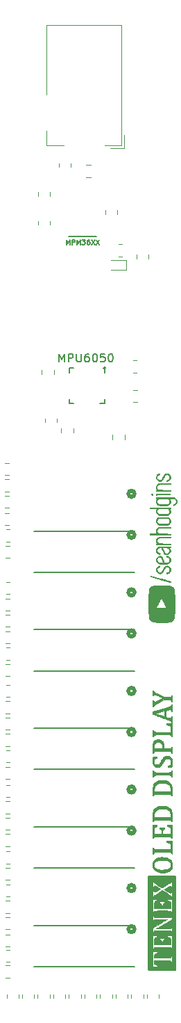
<source format=gbr>
G04 #@! TF.GenerationSoftware,KiCad,Pcbnew,(5.1.9)-1*
G04 #@! TF.CreationDate,2021-02-02T19:43:56-05:00*
G04 #@! TF.ProjectId,feather_multi_oled,66656174-6865-4725-9f6d-756c74695f6f,0.1a*
G04 #@! TF.SameCoordinates,Original*
G04 #@! TF.FileFunction,Legend,Top*
G04 #@! TF.FilePolarity,Positive*
%FSLAX46Y46*%
G04 Gerber Fmt 4.6, Leading zero omitted, Abs format (unit mm)*
G04 Created by KiCad (PCBNEW (5.1.9)-1) date 2021-02-02 19:43:56*
%MOMM*%
%LPD*%
G01*
G04 APERTURE LIST*
%ADD10C,0.150000*%
%ADD11C,0.010000*%
%ADD12C,0.152400*%
%ADD13C,0.508000*%
%ADD14C,0.120000*%
G04 APERTURE END LIST*
D10*
X105663095Y-85877380D02*
X105663095Y-84877380D01*
X105996428Y-85591666D01*
X106329761Y-84877380D01*
X106329761Y-85877380D01*
X106805952Y-85877380D02*
X106805952Y-84877380D01*
X107186904Y-84877380D01*
X107282142Y-84925000D01*
X107329761Y-84972619D01*
X107377380Y-85067857D01*
X107377380Y-85210714D01*
X107329761Y-85305952D01*
X107282142Y-85353571D01*
X107186904Y-85401190D01*
X106805952Y-85401190D01*
X107805952Y-84877380D02*
X107805952Y-85686904D01*
X107853571Y-85782142D01*
X107901190Y-85829761D01*
X107996428Y-85877380D01*
X108186904Y-85877380D01*
X108282142Y-85829761D01*
X108329761Y-85782142D01*
X108377380Y-85686904D01*
X108377380Y-84877380D01*
X109282142Y-84877380D02*
X109091666Y-84877380D01*
X108996428Y-84925000D01*
X108948809Y-84972619D01*
X108853571Y-85115476D01*
X108805952Y-85305952D01*
X108805952Y-85686904D01*
X108853571Y-85782142D01*
X108901190Y-85829761D01*
X108996428Y-85877380D01*
X109186904Y-85877380D01*
X109282142Y-85829761D01*
X109329761Y-85782142D01*
X109377380Y-85686904D01*
X109377380Y-85448809D01*
X109329761Y-85353571D01*
X109282142Y-85305952D01*
X109186904Y-85258333D01*
X108996428Y-85258333D01*
X108901190Y-85305952D01*
X108853571Y-85353571D01*
X108805952Y-85448809D01*
X109996428Y-84877380D02*
X110091666Y-84877380D01*
X110186904Y-84925000D01*
X110234523Y-84972619D01*
X110282142Y-85067857D01*
X110329761Y-85258333D01*
X110329761Y-85496428D01*
X110282142Y-85686904D01*
X110234523Y-85782142D01*
X110186904Y-85829761D01*
X110091666Y-85877380D01*
X109996428Y-85877380D01*
X109901190Y-85829761D01*
X109853571Y-85782142D01*
X109805952Y-85686904D01*
X109758333Y-85496428D01*
X109758333Y-85258333D01*
X109805952Y-85067857D01*
X109853571Y-84972619D01*
X109901190Y-84925000D01*
X109996428Y-84877380D01*
X111234523Y-84877380D02*
X110758333Y-84877380D01*
X110710714Y-85353571D01*
X110758333Y-85305952D01*
X110853571Y-85258333D01*
X111091666Y-85258333D01*
X111186904Y-85305952D01*
X111234523Y-85353571D01*
X111282142Y-85448809D01*
X111282142Y-85686904D01*
X111234523Y-85782142D01*
X111186904Y-85829761D01*
X111091666Y-85877380D01*
X110853571Y-85877380D01*
X110758333Y-85829761D01*
X110710714Y-85782142D01*
X111901190Y-84877380D02*
X111996428Y-84877380D01*
X112091666Y-84925000D01*
X112139285Y-84972619D01*
X112186904Y-85067857D01*
X112234523Y-85258333D01*
X112234523Y-85496428D01*
X112186904Y-85686904D01*
X112139285Y-85782142D01*
X112091666Y-85829761D01*
X111996428Y-85877380D01*
X111901190Y-85877380D01*
X111805952Y-85829761D01*
X111758333Y-85782142D01*
X111710714Y-85686904D01*
X111663095Y-85496428D01*
X111663095Y-85258333D01*
X111710714Y-85067857D01*
X111758333Y-84972619D01*
X111805952Y-84925000D01*
X111901190Y-84877380D01*
X111352069Y-86625000D02*
G75*
G03*
X111352069Y-86625000I-152069J0D01*
G01*
D11*
G36*
X117496812Y-102756081D02*
G01*
X117537283Y-102642736D01*
X117580962Y-102569962D01*
X117634522Y-102494462D01*
X117570969Y-102494462D01*
X117530272Y-102492775D01*
X117512191Y-102482367D01*
X117507557Y-102455212D01*
X117507416Y-102438829D01*
X117507416Y-102383197D01*
X118608136Y-102383353D01*
X119708855Y-102383508D01*
X119791046Y-102421776D01*
X119890490Y-102484454D01*
X119969784Y-102567691D01*
X120026808Y-102666282D01*
X120059443Y-102775024D01*
X120065570Y-102888712D01*
X120043068Y-103002142D01*
X120035677Y-103022480D01*
X119980203Y-103128186D01*
X119904548Y-103210342D01*
X119807302Y-103271365D01*
X119746659Y-103297220D01*
X119687745Y-103317441D01*
X119649250Y-103326553D01*
X119589644Y-103334891D01*
X119589644Y-103273708D01*
X119591809Y-103234077D01*
X119604371Y-103214557D01*
X119636432Y-103204735D01*
X119652397Y-103201923D01*
X119726355Y-103177107D01*
X119801692Y-103131414D01*
X119866505Y-103072851D01*
X119891253Y-103041235D01*
X119916595Y-102993050D01*
X119930934Y-102935380D01*
X119936682Y-102875038D01*
X119938284Y-102811068D01*
X119932526Y-102764548D01*
X119916672Y-102721479D01*
X119900651Y-102690508D01*
X119837150Y-102606182D01*
X119753226Y-102543330D01*
X119677066Y-102512282D01*
X119638971Y-102506108D01*
X119576428Y-102500866D01*
X119496773Y-102496968D01*
X119407344Y-102494830D01*
X119363247Y-102494550D01*
X119113008Y-102494462D01*
X119167071Y-102565288D01*
X119220516Y-102649038D01*
X119250827Y-102734515D01*
X119261825Y-102833587D01*
X119262021Y-102860043D01*
X119245981Y-102979945D01*
X119201320Y-103088953D01*
X119130318Y-103183646D01*
X119035252Y-103260604D01*
X118972536Y-103294595D01*
X118950682Y-103304112D01*
X118928327Y-103311689D01*
X118901725Y-103317547D01*
X118867134Y-103321905D01*
X118820807Y-103324985D01*
X118759001Y-103327008D01*
X118677972Y-103328193D01*
X118606450Y-103328584D01*
X118606450Y-103208605D01*
X118708084Y-103206848D01*
X118788835Y-103202652D01*
X118852336Y-103195460D01*
X118902218Y-103184715D01*
X118942114Y-103169862D01*
X118975657Y-103150343D01*
X119006479Y-103125602D01*
X119034889Y-103098415D01*
X119101707Y-103013772D01*
X119137415Y-102923704D01*
X119142482Y-102826401D01*
X119126445Y-102747544D01*
X119088273Y-102668053D01*
X119027149Y-102595324D01*
X118951723Y-102539548D01*
X118948338Y-102537711D01*
X118929088Y-102527948D01*
X118909401Y-102520173D01*
X118885595Y-102514160D01*
X118853988Y-102509683D01*
X118810899Y-102506516D01*
X118752646Y-102504432D01*
X118675547Y-102503207D01*
X118575922Y-102502612D01*
X118450089Y-102502422D01*
X118373686Y-102502409D01*
X118232746Y-102502487D01*
X118119928Y-102502868D01*
X118031561Y-102503770D01*
X117963978Y-102505414D01*
X117913510Y-102508018D01*
X117876489Y-102511803D01*
X117849245Y-102516986D01*
X117828110Y-102523789D01*
X117809415Y-102532429D01*
X117801471Y-102536626D01*
X117713319Y-102599528D01*
X117652531Y-102678608D01*
X117619134Y-102773819D01*
X117612065Y-102852096D01*
X117625780Y-102958861D01*
X117666905Y-103049526D01*
X117735414Y-103124047D01*
X117801471Y-103167567D01*
X117821445Y-103177506D01*
X117842835Y-103185381D01*
X117869548Y-103191487D01*
X117905490Y-103196117D01*
X117954568Y-103199565D01*
X118020688Y-103202125D01*
X118107756Y-103204091D01*
X118219680Y-103205757D01*
X118326002Y-103207028D01*
X118480300Y-103208480D01*
X118606450Y-103208605D01*
X118606450Y-103328584D01*
X118573975Y-103328762D01*
X118443265Y-103328934D01*
X118389581Y-103328942D01*
X118231757Y-103328686D01*
X118102077Y-103327465D01*
X117996896Y-103324603D01*
X117912571Y-103319422D01*
X117845456Y-103311244D01*
X117791907Y-103299392D01*
X117748280Y-103283188D01*
X117710929Y-103261956D01*
X117676212Y-103235017D01*
X117640483Y-103201694D01*
X117625591Y-103186925D01*
X117550399Y-103090922D01*
X117503671Y-102984338D01*
X117485708Y-102871336D01*
X117496812Y-102756081D01*
G37*
X117496812Y-102756081D02*
X117537283Y-102642736D01*
X117580962Y-102569962D01*
X117634522Y-102494462D01*
X117570969Y-102494462D01*
X117530272Y-102492775D01*
X117512191Y-102482367D01*
X117507557Y-102455212D01*
X117507416Y-102438829D01*
X117507416Y-102383197D01*
X118608136Y-102383353D01*
X119708855Y-102383508D01*
X119791046Y-102421776D01*
X119890490Y-102484454D01*
X119969784Y-102567691D01*
X120026808Y-102666282D01*
X120059443Y-102775024D01*
X120065570Y-102888712D01*
X120043068Y-103002142D01*
X120035677Y-103022480D01*
X119980203Y-103128186D01*
X119904548Y-103210342D01*
X119807302Y-103271365D01*
X119746659Y-103297220D01*
X119687745Y-103317441D01*
X119649250Y-103326553D01*
X119589644Y-103334891D01*
X119589644Y-103273708D01*
X119591809Y-103234077D01*
X119604371Y-103214557D01*
X119636432Y-103204735D01*
X119652397Y-103201923D01*
X119726355Y-103177107D01*
X119801692Y-103131414D01*
X119866505Y-103072851D01*
X119891253Y-103041235D01*
X119916595Y-102993050D01*
X119930934Y-102935380D01*
X119936682Y-102875038D01*
X119938284Y-102811068D01*
X119932526Y-102764548D01*
X119916672Y-102721479D01*
X119900651Y-102690508D01*
X119837150Y-102606182D01*
X119753226Y-102543330D01*
X119677066Y-102512282D01*
X119638971Y-102506108D01*
X119576428Y-102500866D01*
X119496773Y-102496968D01*
X119407344Y-102494830D01*
X119363247Y-102494550D01*
X119113008Y-102494462D01*
X119167071Y-102565288D01*
X119220516Y-102649038D01*
X119250827Y-102734515D01*
X119261825Y-102833587D01*
X119262021Y-102860043D01*
X119245981Y-102979945D01*
X119201320Y-103088953D01*
X119130318Y-103183646D01*
X119035252Y-103260604D01*
X118972536Y-103294595D01*
X118950682Y-103304112D01*
X118928327Y-103311689D01*
X118901725Y-103317547D01*
X118867134Y-103321905D01*
X118820807Y-103324985D01*
X118759001Y-103327008D01*
X118677972Y-103328193D01*
X118606450Y-103328584D01*
X118606450Y-103208605D01*
X118708084Y-103206848D01*
X118788835Y-103202652D01*
X118852336Y-103195460D01*
X118902218Y-103184715D01*
X118942114Y-103169862D01*
X118975657Y-103150343D01*
X119006479Y-103125602D01*
X119034889Y-103098415D01*
X119101707Y-103013772D01*
X119137415Y-102923704D01*
X119142482Y-102826401D01*
X119126445Y-102747544D01*
X119088273Y-102668053D01*
X119027149Y-102595324D01*
X118951723Y-102539548D01*
X118948338Y-102537711D01*
X118929088Y-102527948D01*
X118909401Y-102520173D01*
X118885595Y-102514160D01*
X118853988Y-102509683D01*
X118810899Y-102506516D01*
X118752646Y-102504432D01*
X118675547Y-102503207D01*
X118575922Y-102502612D01*
X118450089Y-102502422D01*
X118373686Y-102502409D01*
X118232746Y-102502487D01*
X118119928Y-102502868D01*
X118031561Y-102503770D01*
X117963978Y-102505414D01*
X117913510Y-102508018D01*
X117876489Y-102511803D01*
X117849245Y-102516986D01*
X117828110Y-102523789D01*
X117809415Y-102532429D01*
X117801471Y-102536626D01*
X117713319Y-102599528D01*
X117652531Y-102678608D01*
X117619134Y-102773819D01*
X117612065Y-102852096D01*
X117625780Y-102958861D01*
X117666905Y-103049526D01*
X117735414Y-103124047D01*
X117801471Y-103167567D01*
X117821445Y-103177506D01*
X117842835Y-103185381D01*
X117869548Y-103191487D01*
X117905490Y-103196117D01*
X117954568Y-103199565D01*
X118020688Y-103202125D01*
X118107756Y-103204091D01*
X118219680Y-103205757D01*
X118326002Y-103207028D01*
X118480300Y-103208480D01*
X118606450Y-103208605D01*
X118606450Y-103328584D01*
X118573975Y-103328762D01*
X118443265Y-103328934D01*
X118389581Y-103328942D01*
X118231757Y-103328686D01*
X118102077Y-103327465D01*
X117996896Y-103324603D01*
X117912571Y-103319422D01*
X117845456Y-103311244D01*
X117791907Y-103299392D01*
X117748280Y-103283188D01*
X117710929Y-103261956D01*
X117676212Y-103235017D01*
X117640483Y-103201694D01*
X117625591Y-103186925D01*
X117550399Y-103090922D01*
X117503671Y-102984338D01*
X117485708Y-102871336D01*
X117496812Y-102756081D01*
G36*
X116600190Y-114418591D02*
G01*
X116601548Y-114375876D01*
X116607733Y-114194097D01*
X116613654Y-114040925D01*
X116619651Y-113913183D01*
X116626059Y-113807695D01*
X116633218Y-113721284D01*
X116641464Y-113650773D01*
X116651137Y-113592985D01*
X116662572Y-113544744D01*
X116676109Y-113502872D01*
X116692085Y-113464193D01*
X116700354Y-113446581D01*
X116764090Y-113344136D01*
X116848205Y-113259956D01*
X116954619Y-113192937D01*
X117085255Y-113141976D01*
X117242034Y-113105967D01*
X117311142Y-113095678D01*
X117424962Y-113082646D01*
X117545094Y-113072534D01*
X117676708Y-113065108D01*
X117824974Y-113060134D01*
X117995062Y-113057379D01*
X118175000Y-113056602D01*
X118413757Y-113058227D01*
X118623244Y-113063386D01*
X118805831Y-113072510D01*
X118963885Y-113086025D01*
X119099776Y-113104359D01*
X119215871Y-113127942D01*
X119314539Y-113157201D01*
X119398148Y-113192564D01*
X119469067Y-113234460D01*
X119529665Y-113283317D01*
X119552218Y-113305608D01*
X119611150Y-113375807D01*
X119655263Y-113450455D01*
X119687179Y-113536461D01*
X119709523Y-113640734D01*
X119723746Y-113757299D01*
X119731223Y-113856596D01*
X119737958Y-113983993D01*
X119743917Y-114135807D01*
X119749066Y-114308354D01*
X119753372Y-114497952D01*
X119756802Y-114700919D01*
X119759320Y-114913572D01*
X119760893Y-115132228D01*
X119761488Y-115353204D01*
X119761071Y-115572818D01*
X119759607Y-115787388D01*
X119757064Y-115993230D01*
X119753408Y-116186661D01*
X119748604Y-116364000D01*
X119747863Y-116386577D01*
X119740126Y-116576883D01*
X119730234Y-116738581D01*
X119717455Y-116874819D01*
X119701062Y-116988747D01*
X119680324Y-117083513D01*
X119654512Y-117162267D01*
X119622897Y-117228157D01*
X119584748Y-117284333D01*
X119539336Y-117333944D01*
X119525374Y-117346949D01*
X119469085Y-117391873D01*
X119405227Y-117430531D01*
X119331291Y-117463324D01*
X119244766Y-117490654D01*
X119143145Y-117512920D01*
X119023918Y-117530524D01*
X118884575Y-117543865D01*
X118722608Y-117553345D01*
X118535508Y-117559364D01*
X118320764Y-117562323D01*
X118173590Y-117562797D01*
X118136289Y-117562585D01*
X118136289Y-115782572D01*
X118765162Y-115782572D01*
X118611177Y-115484543D01*
X118551804Y-115369661D01*
X118483789Y-115238101D01*
X118413103Y-115101415D01*
X118345721Y-114971153D01*
X118298832Y-114880538D01*
X118251953Y-114790885D01*
X118209581Y-114711605D01*
X118173972Y-114646777D01*
X118147382Y-114600480D01*
X118132067Y-114576792D01*
X118129601Y-114574562D01*
X118118705Y-114587911D01*
X118096776Y-114624370D01*
X118066878Y-114678555D01*
X118032074Y-114745082D01*
X118027845Y-114753379D01*
X117995808Y-114815966D01*
X117952020Y-114900862D01*
X117899510Y-115002228D01*
X117841306Y-115114226D01*
X117780439Y-115231021D01*
X117722189Y-115342468D01*
X117667459Y-115447510D01*
X117617873Y-115543628D01*
X117575276Y-115627170D01*
X117541515Y-115694479D01*
X117518434Y-115741903D01*
X117507881Y-115765786D01*
X117507416Y-115767656D01*
X117522952Y-115771410D01*
X117568129Y-115774708D01*
X117640801Y-115777497D01*
X117738823Y-115779729D01*
X117860049Y-115781350D01*
X118002331Y-115782312D01*
X118136289Y-115782572D01*
X118136289Y-117562585D01*
X117939926Y-117561466D01*
X117735451Y-117557202D01*
X117557665Y-117549594D01*
X117404068Y-117538234D01*
X117272161Y-117522713D01*
X117159442Y-117502621D01*
X117063413Y-117477549D01*
X116981574Y-117447088D01*
X116911423Y-117410830D01*
X116850461Y-117368364D01*
X116818676Y-117341048D01*
X116746683Y-117258590D01*
X116693364Y-117159335D01*
X116656544Y-117038560D01*
X116641900Y-116956842D01*
X116632550Y-116889250D01*
X116625244Y-116832061D01*
X116621024Y-116793648D01*
X116620394Y-116783948D01*
X116619819Y-116762629D01*
X116618267Y-116713608D01*
X116615874Y-116640955D01*
X116612775Y-116548737D01*
X116609108Y-116441025D01*
X116605008Y-116321885D01*
X116603118Y-116267365D01*
X116588929Y-115657259D01*
X116587948Y-115035308D01*
X116600190Y-114418591D01*
G37*
X116600190Y-114418591D02*
X116601548Y-114375876D01*
X116607733Y-114194097D01*
X116613654Y-114040925D01*
X116619651Y-113913183D01*
X116626059Y-113807695D01*
X116633218Y-113721284D01*
X116641464Y-113650773D01*
X116651137Y-113592985D01*
X116662572Y-113544744D01*
X116676109Y-113502872D01*
X116692085Y-113464193D01*
X116700354Y-113446581D01*
X116764090Y-113344136D01*
X116848205Y-113259956D01*
X116954619Y-113192937D01*
X117085255Y-113141976D01*
X117242034Y-113105967D01*
X117311142Y-113095678D01*
X117424962Y-113082646D01*
X117545094Y-113072534D01*
X117676708Y-113065108D01*
X117824974Y-113060134D01*
X117995062Y-113057379D01*
X118175000Y-113056602D01*
X118413757Y-113058227D01*
X118623244Y-113063386D01*
X118805831Y-113072510D01*
X118963885Y-113086025D01*
X119099776Y-113104359D01*
X119215871Y-113127942D01*
X119314539Y-113157201D01*
X119398148Y-113192564D01*
X119469067Y-113234460D01*
X119529665Y-113283317D01*
X119552218Y-113305608D01*
X119611150Y-113375807D01*
X119655263Y-113450455D01*
X119687179Y-113536461D01*
X119709523Y-113640734D01*
X119723746Y-113757299D01*
X119731223Y-113856596D01*
X119737958Y-113983993D01*
X119743917Y-114135807D01*
X119749066Y-114308354D01*
X119753372Y-114497952D01*
X119756802Y-114700919D01*
X119759320Y-114913572D01*
X119760893Y-115132228D01*
X119761488Y-115353204D01*
X119761071Y-115572818D01*
X119759607Y-115787388D01*
X119757064Y-115993230D01*
X119753408Y-116186661D01*
X119748604Y-116364000D01*
X119747863Y-116386577D01*
X119740126Y-116576883D01*
X119730234Y-116738581D01*
X119717455Y-116874819D01*
X119701062Y-116988747D01*
X119680324Y-117083513D01*
X119654512Y-117162267D01*
X119622897Y-117228157D01*
X119584748Y-117284333D01*
X119539336Y-117333944D01*
X119525374Y-117346949D01*
X119469085Y-117391873D01*
X119405227Y-117430531D01*
X119331291Y-117463324D01*
X119244766Y-117490654D01*
X119143145Y-117512920D01*
X119023918Y-117530524D01*
X118884575Y-117543865D01*
X118722608Y-117553345D01*
X118535508Y-117559364D01*
X118320764Y-117562323D01*
X118173590Y-117562797D01*
X118136289Y-117562585D01*
X118136289Y-115782572D01*
X118765162Y-115782572D01*
X118611177Y-115484543D01*
X118551804Y-115369661D01*
X118483789Y-115238101D01*
X118413103Y-115101415D01*
X118345721Y-114971153D01*
X118298832Y-114880538D01*
X118251953Y-114790885D01*
X118209581Y-114711605D01*
X118173972Y-114646777D01*
X118147382Y-114600480D01*
X118132067Y-114576792D01*
X118129601Y-114574562D01*
X118118705Y-114587911D01*
X118096776Y-114624370D01*
X118066878Y-114678555D01*
X118032074Y-114745082D01*
X118027845Y-114753379D01*
X117995808Y-114815966D01*
X117952020Y-114900862D01*
X117899510Y-115002228D01*
X117841306Y-115114226D01*
X117780439Y-115231021D01*
X117722189Y-115342468D01*
X117667459Y-115447510D01*
X117617873Y-115543628D01*
X117575276Y-115627170D01*
X117541515Y-115694479D01*
X117518434Y-115741903D01*
X117507881Y-115765786D01*
X117507416Y-115767656D01*
X117522952Y-115771410D01*
X117568129Y-115774708D01*
X117640801Y-115777497D01*
X117738823Y-115779729D01*
X117860049Y-115781350D01*
X118002331Y-115782312D01*
X118136289Y-115782572D01*
X118136289Y-117562585D01*
X117939926Y-117561466D01*
X117735451Y-117557202D01*
X117557665Y-117549594D01*
X117404068Y-117538234D01*
X117272161Y-117522713D01*
X117159442Y-117502621D01*
X117063413Y-117477549D01*
X116981574Y-117447088D01*
X116911423Y-117410830D01*
X116850461Y-117368364D01*
X116818676Y-117341048D01*
X116746683Y-117258590D01*
X116693364Y-117159335D01*
X116656544Y-117038560D01*
X116641900Y-116956842D01*
X116632550Y-116889250D01*
X116625244Y-116832061D01*
X116621024Y-116793648D01*
X116620394Y-116783948D01*
X116619819Y-116762629D01*
X116618267Y-116713608D01*
X116615874Y-116640955D01*
X116612775Y-116548737D01*
X116609108Y-116441025D01*
X116605008Y-116321885D01*
X116603118Y-116267365D01*
X116588929Y-115657259D01*
X116587948Y-115035308D01*
X116600190Y-114418591D01*
G36*
X117506940Y-111016470D02*
G01*
X117524003Y-110968340D01*
X117574904Y-110882904D01*
X117646914Y-110806282D01*
X117732728Y-110743625D01*
X117825039Y-110700084D01*
X117916539Y-110680813D01*
X117932474Y-110680319D01*
X117957233Y-110683952D01*
X117966394Y-110700965D01*
X117965353Y-110738259D01*
X117959969Y-110773837D01*
X117945816Y-110794087D01*
X117914122Y-110807480D01*
X117885866Y-110815036D01*
X117783289Y-110854974D01*
X117703464Y-110917082D01*
X117646638Y-111001108D01*
X117617278Y-111086621D01*
X117609909Y-111183917D01*
X117630444Y-111276610D01*
X117674996Y-111359834D01*
X117739682Y-111428723D01*
X117820615Y-111478409D01*
X117913910Y-111504028D01*
X117952472Y-111506444D01*
X118006541Y-111502111D01*
X118055070Y-111486683D01*
X118100822Y-111457220D01*
X118146557Y-111410779D01*
X118195037Y-111344419D01*
X118249024Y-111255199D01*
X118311279Y-111140178D01*
X118329711Y-111104612D01*
X118409202Y-110963029D01*
X118487231Y-110851706D01*
X118565800Y-110769300D01*
X118646912Y-110714471D01*
X118732568Y-110685877D01*
X118824771Y-110682176D01*
X118925523Y-110702027D01*
X118929027Y-110703071D01*
X119039967Y-110752120D01*
X119131488Y-110825791D01*
X119201828Y-110922272D01*
X119246241Y-111029364D01*
X119265733Y-111112862D01*
X119268188Y-111185505D01*
X119253555Y-111263308D01*
X119245401Y-111291437D01*
X119199869Y-111396013D01*
X119134160Y-111486311D01*
X119068042Y-111544559D01*
X119003736Y-111580768D01*
X118928675Y-111610767D01*
X118856342Y-111629785D01*
X118815257Y-111634011D01*
X118790467Y-111630543D01*
X118781062Y-111614066D01*
X118781947Y-111575473D01*
X118782020Y-111574590D01*
X118788223Y-111534926D01*
X118804770Y-111515853D01*
X118841929Y-111506321D01*
X118846088Y-111505642D01*
X118936868Y-111475897D01*
X119017315Y-111421085D01*
X119082204Y-111347306D01*
X119126311Y-111260660D01*
X119144409Y-111167247D01*
X119144587Y-111157165D01*
X119129980Y-111062863D01*
X119089526Y-110976207D01*
X119028273Y-110902374D01*
X118951273Y-110846541D01*
X118863573Y-110813884D01*
X118803551Y-110807537D01*
X118747559Y-110811570D01*
X118698114Y-110825580D01*
X118652345Y-110852567D01*
X118607384Y-110895530D01*
X118560361Y-110957471D01*
X118508405Y-111041387D01*
X118448648Y-111150280D01*
X118416322Y-111212359D01*
X118338183Y-111352298D01*
X118262198Y-111462276D01*
X118186071Y-111543805D01*
X118107502Y-111598399D01*
X118024196Y-111627573D01*
X117933855Y-111632841D01*
X117834181Y-111615716D01*
X117813203Y-111609820D01*
X117732153Y-111572557D01*
X117651909Y-111512863D01*
X117581534Y-111439006D01*
X117530092Y-111359255D01*
X117524003Y-111345990D01*
X117494441Y-111241039D01*
X117488753Y-111127174D01*
X117506940Y-111016470D01*
G37*
X117506940Y-111016470D02*
X117524003Y-110968340D01*
X117574904Y-110882904D01*
X117646914Y-110806282D01*
X117732728Y-110743625D01*
X117825039Y-110700084D01*
X117916539Y-110680813D01*
X117932474Y-110680319D01*
X117957233Y-110683952D01*
X117966394Y-110700965D01*
X117965353Y-110738259D01*
X117959969Y-110773837D01*
X117945816Y-110794087D01*
X117914122Y-110807480D01*
X117885866Y-110815036D01*
X117783289Y-110854974D01*
X117703464Y-110917082D01*
X117646638Y-111001108D01*
X117617278Y-111086621D01*
X117609909Y-111183917D01*
X117630444Y-111276610D01*
X117674996Y-111359834D01*
X117739682Y-111428723D01*
X117820615Y-111478409D01*
X117913910Y-111504028D01*
X117952472Y-111506444D01*
X118006541Y-111502111D01*
X118055070Y-111486683D01*
X118100822Y-111457220D01*
X118146557Y-111410779D01*
X118195037Y-111344419D01*
X118249024Y-111255199D01*
X118311279Y-111140178D01*
X118329711Y-111104612D01*
X118409202Y-110963029D01*
X118487231Y-110851706D01*
X118565800Y-110769300D01*
X118646912Y-110714471D01*
X118732568Y-110685877D01*
X118824771Y-110682176D01*
X118925523Y-110702027D01*
X118929027Y-110703071D01*
X119039967Y-110752120D01*
X119131488Y-110825791D01*
X119201828Y-110922272D01*
X119246241Y-111029364D01*
X119265733Y-111112862D01*
X119268188Y-111185505D01*
X119253555Y-111263308D01*
X119245401Y-111291437D01*
X119199869Y-111396013D01*
X119134160Y-111486311D01*
X119068042Y-111544559D01*
X119003736Y-111580768D01*
X118928675Y-111610767D01*
X118856342Y-111629785D01*
X118815257Y-111634011D01*
X118790467Y-111630543D01*
X118781062Y-111614066D01*
X118781947Y-111575473D01*
X118782020Y-111574590D01*
X118788223Y-111534926D01*
X118804770Y-111515853D01*
X118841929Y-111506321D01*
X118846088Y-111505642D01*
X118936868Y-111475897D01*
X119017315Y-111421085D01*
X119082204Y-111347306D01*
X119126311Y-111260660D01*
X119144409Y-111167247D01*
X119144587Y-111157165D01*
X119129980Y-111062863D01*
X119089526Y-110976207D01*
X119028273Y-110902374D01*
X118951273Y-110846541D01*
X118863573Y-110813884D01*
X118803551Y-110807537D01*
X118747559Y-110811570D01*
X118698114Y-110825580D01*
X118652345Y-110852567D01*
X118607384Y-110895530D01*
X118560361Y-110957471D01*
X118508405Y-111041387D01*
X118448648Y-111150280D01*
X118416322Y-111212359D01*
X118338183Y-111352298D01*
X118262198Y-111462276D01*
X118186071Y-111543805D01*
X118107502Y-111598399D01*
X118024196Y-111627573D01*
X117933855Y-111632841D01*
X117834181Y-111615716D01*
X117813203Y-111609820D01*
X117732153Y-111572557D01*
X117651909Y-111512863D01*
X117581534Y-111439006D01*
X117530092Y-111359255D01*
X117524003Y-111345990D01*
X117494441Y-111241039D01*
X117488753Y-111127174D01*
X117506940Y-111016470D01*
G36*
X117508645Y-109818729D02*
G01*
X117528288Y-109768386D01*
X117584983Y-109674343D01*
X117657836Y-109598530D01*
X117742233Y-109541927D01*
X117833557Y-109505516D01*
X117927195Y-109490280D01*
X118018531Y-109497199D01*
X118102950Y-109527256D01*
X118175837Y-109581432D01*
X118210337Y-109623310D01*
X118228269Y-109656044D01*
X118255037Y-109713563D01*
X118288565Y-109790795D01*
X118326776Y-109882667D01*
X118367593Y-109984106D01*
X118408939Y-110090039D01*
X118448739Y-110195395D01*
X118482014Y-110286921D01*
X118489745Y-110298850D01*
X118506514Y-110306833D01*
X118537779Y-110311632D01*
X118588996Y-110314009D01*
X118665622Y-110314725D01*
X118681322Y-110314737D01*
X118763798Y-110314214D01*
X118822546Y-110311776D01*
X118865626Y-110306120D01*
X118901092Y-110295940D01*
X118937004Y-110279934D01*
X118955762Y-110270323D01*
X119040920Y-110209291D01*
X119101005Y-110129183D01*
X119134677Y-110032079D01*
X119140834Y-109983688D01*
X119132720Y-109885315D01*
X119097774Y-109794446D01*
X119040261Y-109716592D01*
X118964446Y-109657264D01*
X118874594Y-109621974D01*
X118858480Y-109618804D01*
X118814418Y-109609603D01*
X118792728Y-109596029D01*
X118784263Y-109569549D01*
X118782020Y-109547455D01*
X118780728Y-109508654D01*
X118790219Y-109492036D01*
X118817301Y-109488246D01*
X118825134Y-109488204D01*
X118866553Y-109493818D01*
X118922681Y-109508288D01*
X118963693Y-109522068D01*
X119064593Y-109575837D01*
X119147947Y-109652142D01*
X119211123Y-109745601D01*
X119251492Y-109850831D01*
X119266424Y-109962448D01*
X119253289Y-110075070D01*
X119246146Y-110100156D01*
X119194605Y-110211684D01*
X119118216Y-110305195D01*
X119020338Y-110377326D01*
X118929020Y-110417315D01*
X118902328Y-110424800D01*
X118870873Y-110430640D01*
X118830869Y-110434976D01*
X118778529Y-110437945D01*
X118710066Y-110439690D01*
X118621693Y-110440351D01*
X118509624Y-110440066D01*
X118370071Y-110438976D01*
X118361424Y-110438895D01*
X118361424Y-110314737D01*
X118260500Y-110048498D01*
X118226564Y-109959781D01*
X118195146Y-109879136D01*
X118168495Y-109812223D01*
X118148860Y-109764699D01*
X118139472Y-109743976D01*
X118114691Y-109706093D01*
X118080983Y-109664616D01*
X118077228Y-109660528D01*
X118022965Y-109624585D01*
X117953126Y-109612516D01*
X117873074Y-109624273D01*
X117788170Y-109659809D01*
X117782326Y-109663104D01*
X117701961Y-109725863D01*
X117645806Y-109804768D01*
X117614772Y-109894335D01*
X117609772Y-109989082D01*
X117631715Y-110083529D01*
X117681513Y-110172191D01*
X117694946Y-110188807D01*
X117736167Y-110232784D01*
X117777555Y-110265267D01*
X117824831Y-110287941D01*
X117883714Y-110302491D01*
X117959925Y-110310603D01*
X118059183Y-110313961D01*
X118121185Y-110314388D01*
X118361424Y-110314737D01*
X118361424Y-110438895D01*
X118348858Y-110438775D01*
X118209194Y-110437344D01*
X118097500Y-110435862D01*
X118009954Y-110434056D01*
X117942738Y-110431654D01*
X117892030Y-110428383D01*
X117854010Y-110423970D01*
X117824859Y-110418143D01*
X117800756Y-110410628D01*
X117777882Y-110401152D01*
X117769681Y-110397424D01*
X117667000Y-110334235D01*
X117585559Y-110251413D01*
X117527183Y-110153705D01*
X117493690Y-110045857D01*
X117486904Y-109932616D01*
X117508645Y-109818729D01*
G37*
X117508645Y-109818729D02*
X117528288Y-109768386D01*
X117584983Y-109674343D01*
X117657836Y-109598530D01*
X117742233Y-109541927D01*
X117833557Y-109505516D01*
X117927195Y-109490280D01*
X118018531Y-109497199D01*
X118102950Y-109527256D01*
X118175837Y-109581432D01*
X118210337Y-109623310D01*
X118228269Y-109656044D01*
X118255037Y-109713563D01*
X118288565Y-109790795D01*
X118326776Y-109882667D01*
X118367593Y-109984106D01*
X118408939Y-110090039D01*
X118448739Y-110195395D01*
X118482014Y-110286921D01*
X118489745Y-110298850D01*
X118506514Y-110306833D01*
X118537779Y-110311632D01*
X118588996Y-110314009D01*
X118665622Y-110314725D01*
X118681322Y-110314737D01*
X118763798Y-110314214D01*
X118822546Y-110311776D01*
X118865626Y-110306120D01*
X118901092Y-110295940D01*
X118937004Y-110279934D01*
X118955762Y-110270323D01*
X119040920Y-110209291D01*
X119101005Y-110129183D01*
X119134677Y-110032079D01*
X119140834Y-109983688D01*
X119132720Y-109885315D01*
X119097774Y-109794446D01*
X119040261Y-109716592D01*
X118964446Y-109657264D01*
X118874594Y-109621974D01*
X118858480Y-109618804D01*
X118814418Y-109609603D01*
X118792728Y-109596029D01*
X118784263Y-109569549D01*
X118782020Y-109547455D01*
X118780728Y-109508654D01*
X118790219Y-109492036D01*
X118817301Y-109488246D01*
X118825134Y-109488204D01*
X118866553Y-109493818D01*
X118922681Y-109508288D01*
X118963693Y-109522068D01*
X119064593Y-109575837D01*
X119147947Y-109652142D01*
X119211123Y-109745601D01*
X119251492Y-109850831D01*
X119266424Y-109962448D01*
X119253289Y-110075070D01*
X119246146Y-110100156D01*
X119194605Y-110211684D01*
X119118216Y-110305195D01*
X119020338Y-110377326D01*
X118929020Y-110417315D01*
X118902328Y-110424800D01*
X118870873Y-110430640D01*
X118830869Y-110434976D01*
X118778529Y-110437945D01*
X118710066Y-110439690D01*
X118621693Y-110440351D01*
X118509624Y-110440066D01*
X118370071Y-110438976D01*
X118361424Y-110438895D01*
X118361424Y-110314737D01*
X118260500Y-110048498D01*
X118226564Y-109959781D01*
X118195146Y-109879136D01*
X118168495Y-109812223D01*
X118148860Y-109764699D01*
X118139472Y-109743976D01*
X118114691Y-109706093D01*
X118080983Y-109664616D01*
X118077228Y-109660528D01*
X118022965Y-109624585D01*
X117953126Y-109612516D01*
X117873074Y-109624273D01*
X117788170Y-109659809D01*
X117782326Y-109663104D01*
X117701961Y-109725863D01*
X117645806Y-109804768D01*
X117614772Y-109894335D01*
X117609772Y-109989082D01*
X117631715Y-110083529D01*
X117681513Y-110172191D01*
X117694946Y-110188807D01*
X117736167Y-110232784D01*
X117777555Y-110265267D01*
X117824831Y-110287941D01*
X117883714Y-110302491D01*
X117959925Y-110310603D01*
X118059183Y-110313961D01*
X118121185Y-110314388D01*
X118361424Y-110314737D01*
X118361424Y-110438895D01*
X118348858Y-110438775D01*
X118209194Y-110437344D01*
X118097500Y-110435862D01*
X118009954Y-110434056D01*
X117942738Y-110431654D01*
X117892030Y-110428383D01*
X117854010Y-110423970D01*
X117824859Y-110418143D01*
X117800756Y-110410628D01*
X117777882Y-110401152D01*
X117769681Y-110397424D01*
X117667000Y-110334235D01*
X117585559Y-110251413D01*
X117527183Y-110153705D01*
X117493690Y-110045857D01*
X117486904Y-109932616D01*
X117508645Y-109818729D01*
G36*
X117501661Y-108687353D02*
G01*
X117541586Y-108586081D01*
X117606420Y-108495958D01*
X117695274Y-108421295D01*
X117759788Y-108385693D01*
X117778188Y-108377600D01*
X117797195Y-108370906D01*
X117819858Y-108365477D01*
X117849223Y-108361183D01*
X117888336Y-108357889D01*
X117940244Y-108355463D01*
X118007995Y-108353774D01*
X118094635Y-108352687D01*
X118203211Y-108352072D01*
X118336769Y-108351794D01*
X118498356Y-108351722D01*
X118540582Y-108351721D01*
X119247904Y-108351721D01*
X119247904Y-108407353D01*
X119245895Y-108442174D01*
X119234040Y-108459649D01*
X119203598Y-108467832D01*
X119178876Y-108470932D01*
X119109848Y-108478880D01*
X119149776Y-108516207D01*
X119195771Y-108576533D01*
X119232402Y-108657517D01*
X119256911Y-108748717D01*
X119266537Y-108839697D01*
X119258524Y-108920015D01*
X119257512Y-108923936D01*
X119211133Y-109042641D01*
X119142140Y-109141741D01*
X119052990Y-109218396D01*
X118963693Y-109263601D01*
X118874745Y-109287087D01*
X118775843Y-109297457D01*
X118697777Y-109295182D01*
X118697777Y-109168350D01*
X118771998Y-109168119D01*
X118779452Y-109167847D01*
X118850399Y-109163959D01*
X118899537Y-109157278D01*
X118936849Y-109145258D01*
X118972313Y-109125354D01*
X118988273Y-109114576D01*
X119063566Y-109044340D01*
X119114150Y-108958599D01*
X119138792Y-108863281D01*
X119136261Y-108764314D01*
X119105324Y-108667625D01*
X119087785Y-108635788D01*
X119036698Y-108571332D01*
X118969010Y-108522506D01*
X118955762Y-108515346D01*
X118924825Y-108499657D01*
X118897266Y-108488180D01*
X118867514Y-108480257D01*
X118829997Y-108475230D01*
X118779143Y-108472440D01*
X118709381Y-108471229D01*
X118615137Y-108470938D01*
X118579876Y-108470932D01*
X118289007Y-108470932D01*
X118389170Y-108732733D01*
X118440736Y-108864005D01*
X118484601Y-108967509D01*
X118522148Y-109045939D01*
X118554761Y-109101991D01*
X118583827Y-109138359D01*
X118606446Y-109155634D01*
X118640081Y-109164011D01*
X118697777Y-109168350D01*
X118697777Y-109295182D01*
X118678246Y-109294612D01*
X118593218Y-109278456D01*
X118562580Y-109267057D01*
X118530513Y-109250827D01*
X118501966Y-109231342D01*
X118475309Y-109205586D01*
X118448908Y-109170540D01*
X118421132Y-109123187D01*
X118390350Y-109060510D01*
X118354930Y-108979491D01*
X118313239Y-108877112D01*
X118263646Y-108750357D01*
X118215861Y-108625907D01*
X118156638Y-108470932D01*
X118026739Y-108471021D01*
X117924952Y-108474678D01*
X117846704Y-108487082D01*
X117784386Y-108510622D01*
X117730390Y-108547685D01*
X117703790Y-108572378D01*
X117642427Y-108653790D01*
X117611127Y-108743574D01*
X117610187Y-108838939D01*
X117639906Y-108937092D01*
X117660631Y-108976828D01*
X117699412Y-109027061D01*
X117751846Y-109074669D01*
X117808789Y-109112994D01*
X117861096Y-109135380D01*
X117882757Y-109138517D01*
X117933677Y-109144810D01*
X117960349Y-109166873D01*
X117968356Y-109209480D01*
X117968367Y-109211744D01*
X117966181Y-109246771D01*
X117953399Y-109261977D01*
X117920686Y-109265609D01*
X117907326Y-109265676D01*
X117847779Y-109255633D01*
X117776221Y-109229148D01*
X117703676Y-109191684D01*
X117641169Y-109148708D01*
X117608829Y-109117726D01*
X117540228Y-109014962D01*
X117500093Y-108906105D01*
X117487533Y-108795465D01*
X117501661Y-108687353D01*
G37*
X117501661Y-108687353D02*
X117541586Y-108586081D01*
X117606420Y-108495958D01*
X117695274Y-108421295D01*
X117759788Y-108385693D01*
X117778188Y-108377600D01*
X117797195Y-108370906D01*
X117819858Y-108365477D01*
X117849223Y-108361183D01*
X117888336Y-108357889D01*
X117940244Y-108355463D01*
X118007995Y-108353774D01*
X118094635Y-108352687D01*
X118203211Y-108352072D01*
X118336769Y-108351794D01*
X118498356Y-108351722D01*
X118540582Y-108351721D01*
X119247904Y-108351721D01*
X119247904Y-108407353D01*
X119245895Y-108442174D01*
X119234040Y-108459649D01*
X119203598Y-108467832D01*
X119178876Y-108470932D01*
X119109848Y-108478880D01*
X119149776Y-108516207D01*
X119195771Y-108576533D01*
X119232402Y-108657517D01*
X119256911Y-108748717D01*
X119266537Y-108839697D01*
X119258524Y-108920015D01*
X119257512Y-108923936D01*
X119211133Y-109042641D01*
X119142140Y-109141741D01*
X119052990Y-109218396D01*
X118963693Y-109263601D01*
X118874745Y-109287087D01*
X118775843Y-109297457D01*
X118697777Y-109295182D01*
X118697777Y-109168350D01*
X118771998Y-109168119D01*
X118779452Y-109167847D01*
X118850399Y-109163959D01*
X118899537Y-109157278D01*
X118936849Y-109145258D01*
X118972313Y-109125354D01*
X118988273Y-109114576D01*
X119063566Y-109044340D01*
X119114150Y-108958599D01*
X119138792Y-108863281D01*
X119136261Y-108764314D01*
X119105324Y-108667625D01*
X119087785Y-108635788D01*
X119036698Y-108571332D01*
X118969010Y-108522506D01*
X118955762Y-108515346D01*
X118924825Y-108499657D01*
X118897266Y-108488180D01*
X118867514Y-108480257D01*
X118829997Y-108475230D01*
X118779143Y-108472440D01*
X118709381Y-108471229D01*
X118615137Y-108470938D01*
X118579876Y-108470932D01*
X118289007Y-108470932D01*
X118389170Y-108732733D01*
X118440736Y-108864005D01*
X118484601Y-108967509D01*
X118522148Y-109045939D01*
X118554761Y-109101991D01*
X118583827Y-109138359D01*
X118606446Y-109155634D01*
X118640081Y-109164011D01*
X118697777Y-109168350D01*
X118697777Y-109295182D01*
X118678246Y-109294612D01*
X118593218Y-109278456D01*
X118562580Y-109267057D01*
X118530513Y-109250827D01*
X118501966Y-109231342D01*
X118475309Y-109205586D01*
X118448908Y-109170540D01*
X118421132Y-109123187D01*
X118390350Y-109060510D01*
X118354930Y-108979491D01*
X118313239Y-108877112D01*
X118263646Y-108750357D01*
X118215861Y-108625907D01*
X118156638Y-108470932D01*
X118026739Y-108471021D01*
X117924952Y-108474678D01*
X117846704Y-108487082D01*
X117784386Y-108510622D01*
X117730390Y-108547685D01*
X117703790Y-108572378D01*
X117642427Y-108653790D01*
X117611127Y-108743574D01*
X117610187Y-108838939D01*
X117639906Y-108937092D01*
X117660631Y-108976828D01*
X117699412Y-109027061D01*
X117751846Y-109074669D01*
X117808789Y-109112994D01*
X117861096Y-109135380D01*
X117882757Y-109138517D01*
X117933677Y-109144810D01*
X117960349Y-109166873D01*
X117968356Y-109209480D01*
X117968367Y-109211744D01*
X117966181Y-109246771D01*
X117953399Y-109261977D01*
X117920686Y-109265609D01*
X117907326Y-109265676D01*
X117847779Y-109255633D01*
X117776221Y-109229148D01*
X117703676Y-109191684D01*
X117641169Y-109148708D01*
X117608829Y-109117726D01*
X117540228Y-109014962D01*
X117500093Y-108906105D01*
X117487533Y-108795465D01*
X117501661Y-108687353D01*
G36*
X117512896Y-105086904D02*
G01*
X117558353Y-104989232D01*
X117625773Y-104903655D01*
X117714240Y-104834735D01*
X117809102Y-104791375D01*
X117834630Y-104784224D01*
X117865679Y-104778613D01*
X117905881Y-104774419D01*
X117958868Y-104771513D01*
X118028271Y-104769770D01*
X118117723Y-104769065D01*
X118230855Y-104769271D01*
X118371299Y-104770262D01*
X118408049Y-104770589D01*
X118550911Y-104771969D01*
X118665616Y-104773375D01*
X118755794Y-104775058D01*
X118825077Y-104777269D01*
X118877095Y-104780257D01*
X118915481Y-104784275D01*
X118943865Y-104789571D01*
X118965878Y-104796397D01*
X118985152Y-104805003D01*
X118997118Y-104811236D01*
X119102506Y-104882078D01*
X119180951Y-104968155D01*
X119215347Y-105026806D01*
X119247492Y-105116059D01*
X119263671Y-105213195D01*
X119262615Y-105306064D01*
X119250464Y-105363485D01*
X119216165Y-105450284D01*
X119174301Y-105518514D01*
X119116567Y-105581384D01*
X119109112Y-105588335D01*
X119073073Y-105620486D01*
X119039258Y-105646590D01*
X119003966Y-105667275D01*
X118963491Y-105683170D01*
X118914130Y-105694905D01*
X118852180Y-105703107D01*
X118773937Y-105708406D01*
X118675697Y-105711430D01*
X118553757Y-105712807D01*
X118404412Y-105713167D01*
X118389581Y-105713169D01*
X118389581Y-105593523D01*
X118526732Y-105593310D01*
X118635914Y-105592694D01*
X118720949Y-105591455D01*
X118785655Y-105589376D01*
X118833855Y-105586239D01*
X118869369Y-105581826D01*
X118896018Y-105575919D01*
X118917621Y-105568301D01*
X118930007Y-105562694D01*
X119022968Y-105502931D01*
X119090353Y-105427410D01*
X119130814Y-105339899D01*
X119143007Y-105244164D01*
X119125586Y-105143971D01*
X119100877Y-105084300D01*
X119042451Y-104998345D01*
X118988243Y-104950317D01*
X118919321Y-104902534D01*
X117830939Y-104902534D01*
X117765425Y-104945889D01*
X117690186Y-105013063D01*
X117639577Y-105095128D01*
X117613882Y-105186535D01*
X117613385Y-105281733D01*
X117638369Y-105375173D01*
X117689119Y-105461305D01*
X117736521Y-105511151D01*
X117785485Y-105546009D01*
X117838697Y-105572457D01*
X117852695Y-105577110D01*
X117886466Y-105581919D01*
X117948649Y-105586034D01*
X118035868Y-105589352D01*
X118144752Y-105591770D01*
X118271926Y-105593185D01*
X118389581Y-105593523D01*
X118389581Y-105713169D01*
X118373686Y-105713172D01*
X118219004Y-105712918D01*
X118092428Y-105711764D01*
X117990278Y-105709121D01*
X117908872Y-105704400D01*
X117844527Y-105697013D01*
X117793564Y-105686372D01*
X117752300Y-105671887D01*
X117717053Y-105652971D01*
X117684144Y-105629034D01*
X117649889Y-105599488D01*
X117647149Y-105597017D01*
X117569036Y-105507300D01*
X117517471Y-105406869D01*
X117491538Y-105300284D01*
X117490318Y-105192109D01*
X117512896Y-105086904D01*
G37*
X117512896Y-105086904D02*
X117558353Y-104989232D01*
X117625773Y-104903655D01*
X117714240Y-104834735D01*
X117809102Y-104791375D01*
X117834630Y-104784224D01*
X117865679Y-104778613D01*
X117905881Y-104774419D01*
X117958868Y-104771513D01*
X118028271Y-104769770D01*
X118117723Y-104769065D01*
X118230855Y-104769271D01*
X118371299Y-104770262D01*
X118408049Y-104770589D01*
X118550911Y-104771969D01*
X118665616Y-104773375D01*
X118755794Y-104775058D01*
X118825077Y-104777269D01*
X118877095Y-104780257D01*
X118915481Y-104784275D01*
X118943865Y-104789571D01*
X118965878Y-104796397D01*
X118985152Y-104805003D01*
X118997118Y-104811236D01*
X119102506Y-104882078D01*
X119180951Y-104968155D01*
X119215347Y-105026806D01*
X119247492Y-105116059D01*
X119263671Y-105213195D01*
X119262615Y-105306064D01*
X119250464Y-105363485D01*
X119216165Y-105450284D01*
X119174301Y-105518514D01*
X119116567Y-105581384D01*
X119109112Y-105588335D01*
X119073073Y-105620486D01*
X119039258Y-105646590D01*
X119003966Y-105667275D01*
X118963491Y-105683170D01*
X118914130Y-105694905D01*
X118852180Y-105703107D01*
X118773937Y-105708406D01*
X118675697Y-105711430D01*
X118553757Y-105712807D01*
X118404412Y-105713167D01*
X118389581Y-105713169D01*
X118389581Y-105593523D01*
X118526732Y-105593310D01*
X118635914Y-105592694D01*
X118720949Y-105591455D01*
X118785655Y-105589376D01*
X118833855Y-105586239D01*
X118869369Y-105581826D01*
X118896018Y-105575919D01*
X118917621Y-105568301D01*
X118930007Y-105562694D01*
X119022968Y-105502931D01*
X119090353Y-105427410D01*
X119130814Y-105339899D01*
X119143007Y-105244164D01*
X119125586Y-105143971D01*
X119100877Y-105084300D01*
X119042451Y-104998345D01*
X118988243Y-104950317D01*
X118919321Y-104902534D01*
X117830939Y-104902534D01*
X117765425Y-104945889D01*
X117690186Y-105013063D01*
X117639577Y-105095128D01*
X117613882Y-105186535D01*
X117613385Y-105281733D01*
X117638369Y-105375173D01*
X117689119Y-105461305D01*
X117736521Y-105511151D01*
X117785485Y-105546009D01*
X117838697Y-105572457D01*
X117852695Y-105577110D01*
X117886466Y-105581919D01*
X117948649Y-105586034D01*
X118035868Y-105589352D01*
X118144752Y-105591770D01*
X118271926Y-105593185D01*
X118389581Y-105593523D01*
X118389581Y-105713169D01*
X118373686Y-105713172D01*
X118219004Y-105712918D01*
X118092428Y-105711764D01*
X117990278Y-105709121D01*
X117908872Y-105704400D01*
X117844527Y-105697013D01*
X117793564Y-105686372D01*
X117752300Y-105671887D01*
X117717053Y-105652971D01*
X117684144Y-105629034D01*
X117649889Y-105599488D01*
X117647149Y-105597017D01*
X117569036Y-105507300D01*
X117517471Y-105406869D01*
X117491538Y-105300284D01*
X117490318Y-105192109D01*
X117512896Y-105086904D01*
G36*
X119255852Y-103575313D02*
G01*
X119255852Y-103630945D01*
X119254382Y-103664905D01*
X119244257Y-103681138D01*
X119216906Y-103686189D01*
X119182989Y-103686577D01*
X119110126Y-103686577D01*
X119159372Y-103748754D01*
X119194642Y-103798909D01*
X119224476Y-103850691D01*
X119231958Y-103866793D01*
X119252853Y-103940020D01*
X119263380Y-104026286D01*
X119262225Y-104109585D01*
X119255314Y-104151748D01*
X119212591Y-104261878D01*
X119145119Y-104359341D01*
X119058095Y-104438156D01*
X118960864Y-104490765D01*
X118936737Y-104499176D01*
X118910228Y-104505882D01*
X118877599Y-104511072D01*
X118835111Y-104514938D01*
X118779024Y-104517669D01*
X118705599Y-104519456D01*
X118611096Y-104520489D01*
X118491777Y-104520959D01*
X118365739Y-104521057D01*
X118359648Y-104521057D01*
X118359648Y-104402043D01*
X118476409Y-104401764D01*
X118588753Y-104400523D01*
X118691509Y-104398315D01*
X118779506Y-104395137D01*
X118847576Y-104390985D01*
X118890546Y-104385855D01*
X118896668Y-104384446D01*
X118943233Y-104363503D01*
X118996453Y-104328136D01*
X119028442Y-104301086D01*
X119095703Y-104217964D01*
X119133901Y-104125747D01*
X119142232Y-104028232D01*
X119119892Y-103929218D01*
X119111462Y-103909105D01*
X119065515Y-103828055D01*
X119007626Y-103768341D01*
X118945902Y-103728741D01*
X118927164Y-103719280D01*
X118907516Y-103711744D01*
X118883295Y-103705915D01*
X118850838Y-103701573D01*
X118806482Y-103698501D01*
X118746563Y-103696480D01*
X118667419Y-103695290D01*
X118565386Y-103694715D01*
X118436802Y-103694535D01*
X118372440Y-103694524D01*
X117862558Y-103694524D01*
X117784750Y-103742629D01*
X117709503Y-103804164D01*
X117658837Y-103868541D01*
X117620554Y-103958411D01*
X117610073Y-104052959D01*
X117625181Y-104146398D01*
X117663663Y-104232937D01*
X117723304Y-104306787D01*
X117801891Y-104362159D01*
X117855868Y-104383703D01*
X117890552Y-104389124D01*
X117951842Y-104393604D01*
X118034567Y-104397139D01*
X118133557Y-104399727D01*
X118243641Y-104401363D01*
X118359648Y-104402043D01*
X118359648Y-104521057D01*
X117849156Y-104521057D01*
X117758325Y-104476454D01*
X117655647Y-104409364D01*
X117575186Y-104321769D01*
X117519522Y-104217815D01*
X117491235Y-104101650D01*
X117488145Y-104042053D01*
X117498646Y-103937964D01*
X117530832Y-103845132D01*
X117580962Y-103762077D01*
X117634522Y-103686577D01*
X116712673Y-103686577D01*
X116712673Y-103575313D01*
X119255852Y-103575313D01*
G37*
X119255852Y-103575313D02*
X119255852Y-103630945D01*
X119254382Y-103664905D01*
X119244257Y-103681138D01*
X119216906Y-103686189D01*
X119182989Y-103686577D01*
X119110126Y-103686577D01*
X119159372Y-103748754D01*
X119194642Y-103798909D01*
X119224476Y-103850691D01*
X119231958Y-103866793D01*
X119252853Y-103940020D01*
X119263380Y-104026286D01*
X119262225Y-104109585D01*
X119255314Y-104151748D01*
X119212591Y-104261878D01*
X119145119Y-104359341D01*
X119058095Y-104438156D01*
X118960864Y-104490765D01*
X118936737Y-104499176D01*
X118910228Y-104505882D01*
X118877599Y-104511072D01*
X118835111Y-104514938D01*
X118779024Y-104517669D01*
X118705599Y-104519456D01*
X118611096Y-104520489D01*
X118491777Y-104520959D01*
X118365739Y-104521057D01*
X118359648Y-104521057D01*
X118359648Y-104402043D01*
X118476409Y-104401764D01*
X118588753Y-104400523D01*
X118691509Y-104398315D01*
X118779506Y-104395137D01*
X118847576Y-104390985D01*
X118890546Y-104385855D01*
X118896668Y-104384446D01*
X118943233Y-104363503D01*
X118996453Y-104328136D01*
X119028442Y-104301086D01*
X119095703Y-104217964D01*
X119133901Y-104125747D01*
X119142232Y-104028232D01*
X119119892Y-103929218D01*
X119111462Y-103909105D01*
X119065515Y-103828055D01*
X119007626Y-103768341D01*
X118945902Y-103728741D01*
X118927164Y-103719280D01*
X118907516Y-103711744D01*
X118883295Y-103705915D01*
X118850838Y-103701573D01*
X118806482Y-103698501D01*
X118746563Y-103696480D01*
X118667419Y-103695290D01*
X118565386Y-103694715D01*
X118436802Y-103694535D01*
X118372440Y-103694524D01*
X117862558Y-103694524D01*
X117784750Y-103742629D01*
X117709503Y-103804164D01*
X117658837Y-103868541D01*
X117620554Y-103958411D01*
X117610073Y-104052959D01*
X117625181Y-104146398D01*
X117663663Y-104232937D01*
X117723304Y-104306787D01*
X117801891Y-104362159D01*
X117855868Y-104383703D01*
X117890552Y-104389124D01*
X117951842Y-104393604D01*
X118034567Y-104397139D01*
X118133557Y-104399727D01*
X118243641Y-104401363D01*
X118359648Y-104402043D01*
X118359648Y-104521057D01*
X117849156Y-104521057D01*
X117758325Y-104476454D01*
X117655647Y-104409364D01*
X117575186Y-104321769D01*
X117519522Y-104217815D01*
X117491235Y-104101650D01*
X117488145Y-104042053D01*
X117498646Y-103937964D01*
X117530832Y-103845132D01*
X117580962Y-103762077D01*
X117634522Y-103686577D01*
X116712673Y-103686577D01*
X116712673Y-103575313D01*
X119255852Y-103575313D01*
G36*
X117501840Y-99792007D02*
G01*
X117544142Y-99683725D01*
X117610469Y-99590488D01*
X117697404Y-99516083D01*
X117801530Y-99464299D01*
X117912735Y-99439559D01*
X117944551Y-99439180D01*
X117959078Y-99452641D01*
X117964916Y-99488597D01*
X117965238Y-99492378D01*
X117966125Y-99530383D01*
X117954557Y-99549037D01*
X117922033Y-99559006D01*
X117910345Y-99561258D01*
X117805491Y-99595035D01*
X117720896Y-99651658D01*
X117658942Y-99728329D01*
X117622010Y-99822253D01*
X117612065Y-99911545D01*
X117626175Y-100017978D01*
X117667061Y-100108776D01*
X117732563Y-100181462D01*
X117820517Y-100233556D01*
X117916741Y-100260730D01*
X117970256Y-100264319D01*
X118020307Y-100252773D01*
X118057623Y-100236502D01*
X118097925Y-100211647D01*
X118137961Y-100174760D01*
X118180093Y-100122495D01*
X118226684Y-100051504D01*
X118280095Y-99958440D01*
X118342689Y-99839957D01*
X118356442Y-99813063D01*
X118433267Y-99678556D01*
X118511843Y-99574696D01*
X118593776Y-99500343D01*
X118680670Y-99454356D01*
X118774129Y-99435591D01*
X118875758Y-99442910D01*
X118876544Y-99443058D01*
X118986972Y-99478885D01*
X119083187Y-99539065D01*
X119162235Y-99618953D01*
X119221160Y-99713906D01*
X119257009Y-99819280D01*
X119266826Y-99930433D01*
X119250972Y-100031543D01*
X119207576Y-100135981D01*
X119142592Y-100227108D01*
X119061100Y-100300694D01*
X118968182Y-100352510D01*
X118868917Y-100378328D01*
X118831806Y-100380444D01*
X118796004Y-100377636D01*
X118781625Y-100362642D01*
X118779005Y-100326581D01*
X118782076Y-100290508D01*
X118797517Y-100272509D01*
X118834673Y-100262280D01*
X118837872Y-100261674D01*
X118936286Y-100229082D01*
X119021255Y-100173320D01*
X119086969Y-100099332D01*
X119126445Y-100016097D01*
X119144101Y-99912344D01*
X119131561Y-99817255D01*
X119088307Y-99728849D01*
X119034446Y-99664784D01*
X118982017Y-99617576D01*
X118933873Y-99588840D01*
X118876518Y-99570698D01*
X118871212Y-99569487D01*
X118808151Y-99559588D01*
X118751984Y-99561592D01*
X118700210Y-99577839D01*
X118650331Y-99610669D01*
X118599848Y-99662423D01*
X118546263Y-99735442D01*
X118487076Y-99832066D01*
X118419788Y-99954636D01*
X118381332Y-100028309D01*
X118322981Y-100128145D01*
X118257419Y-100217914D01*
X118189710Y-100291674D01*
X118124918Y-100343484D01*
X118101691Y-100356382D01*
X118033660Y-100375374D01*
X117948967Y-100379711D01*
X117858765Y-100370130D01*
X117774206Y-100347368D01*
X117739850Y-100332460D01*
X117644616Y-100267241D01*
X117569029Y-100180155D01*
X117516299Y-100076542D01*
X117489634Y-99961745D01*
X117486980Y-99911545D01*
X117501840Y-99792007D01*
G37*
X117501840Y-99792007D02*
X117544142Y-99683725D01*
X117610469Y-99590488D01*
X117697404Y-99516083D01*
X117801530Y-99464299D01*
X117912735Y-99439559D01*
X117944551Y-99439180D01*
X117959078Y-99452641D01*
X117964916Y-99488597D01*
X117965238Y-99492378D01*
X117966125Y-99530383D01*
X117954557Y-99549037D01*
X117922033Y-99559006D01*
X117910345Y-99561258D01*
X117805491Y-99595035D01*
X117720896Y-99651658D01*
X117658942Y-99728329D01*
X117622010Y-99822253D01*
X117612065Y-99911545D01*
X117626175Y-100017978D01*
X117667061Y-100108776D01*
X117732563Y-100181462D01*
X117820517Y-100233556D01*
X117916741Y-100260730D01*
X117970256Y-100264319D01*
X118020307Y-100252773D01*
X118057623Y-100236502D01*
X118097925Y-100211647D01*
X118137961Y-100174760D01*
X118180093Y-100122495D01*
X118226684Y-100051504D01*
X118280095Y-99958440D01*
X118342689Y-99839957D01*
X118356442Y-99813063D01*
X118433267Y-99678556D01*
X118511843Y-99574696D01*
X118593776Y-99500343D01*
X118680670Y-99454356D01*
X118774129Y-99435591D01*
X118875758Y-99442910D01*
X118876544Y-99443058D01*
X118986972Y-99478885D01*
X119083187Y-99539065D01*
X119162235Y-99618953D01*
X119221160Y-99713906D01*
X119257009Y-99819280D01*
X119266826Y-99930433D01*
X119250972Y-100031543D01*
X119207576Y-100135981D01*
X119142592Y-100227108D01*
X119061100Y-100300694D01*
X118968182Y-100352510D01*
X118868917Y-100378328D01*
X118831806Y-100380444D01*
X118796004Y-100377636D01*
X118781625Y-100362642D01*
X118779005Y-100326581D01*
X118782076Y-100290508D01*
X118797517Y-100272509D01*
X118834673Y-100262280D01*
X118837872Y-100261674D01*
X118936286Y-100229082D01*
X119021255Y-100173320D01*
X119086969Y-100099332D01*
X119126445Y-100016097D01*
X119144101Y-99912344D01*
X119131561Y-99817255D01*
X119088307Y-99728849D01*
X119034446Y-99664784D01*
X118982017Y-99617576D01*
X118933873Y-99588840D01*
X118876518Y-99570698D01*
X118871212Y-99569487D01*
X118808151Y-99559588D01*
X118751984Y-99561592D01*
X118700210Y-99577839D01*
X118650331Y-99610669D01*
X118599848Y-99662423D01*
X118546263Y-99735442D01*
X118487076Y-99832066D01*
X118419788Y-99954636D01*
X118381332Y-100028309D01*
X118322981Y-100128145D01*
X118257419Y-100217914D01*
X118189710Y-100291674D01*
X118124918Y-100343484D01*
X118101691Y-100356382D01*
X118033660Y-100375374D01*
X117948967Y-100379711D01*
X117858765Y-100370130D01*
X117774206Y-100347368D01*
X117739850Y-100332460D01*
X117644616Y-100267241D01*
X117569029Y-100180155D01*
X117516299Y-100076542D01*
X117489634Y-99961745D01*
X117486980Y-99911545D01*
X117501840Y-99792007D01*
G36*
X116858110Y-111937796D02*
G01*
X116858646Y-111931395D01*
X116863674Y-111875903D01*
X118031947Y-112220466D01*
X118218543Y-112275534D01*
X118396650Y-112328161D01*
X118563861Y-112377633D01*
X118717769Y-112423235D01*
X118855967Y-112464251D01*
X118976048Y-112499967D01*
X119075606Y-112529668D01*
X119152235Y-112552637D01*
X119203526Y-112568160D01*
X119227074Y-112575523D01*
X119228036Y-112575868D01*
X119249559Y-112598664D01*
X119255852Y-112642836D01*
X119254311Y-112679830D01*
X119250519Y-112698442D01*
X119249675Y-112698967D01*
X119233053Y-112694590D01*
X119188854Y-112682016D01*
X119119903Y-112662079D01*
X119029024Y-112635613D01*
X118919039Y-112603451D01*
X118792773Y-112566428D01*
X118653048Y-112525378D01*
X118502690Y-112481135D01*
X118344520Y-112434533D01*
X118181364Y-112386405D01*
X118016044Y-112337587D01*
X117851384Y-112288913D01*
X117690208Y-112241215D01*
X117535340Y-112195328D01*
X117389602Y-112152087D01*
X117255819Y-112112325D01*
X117136814Y-112076877D01*
X117035411Y-112046576D01*
X116954433Y-112022256D01*
X116896705Y-112004752D01*
X116865049Y-111994898D01*
X116859754Y-111993024D01*
X116856951Y-111974698D01*
X116858110Y-111937796D01*
G37*
X116858110Y-111937796D02*
X116858646Y-111931395D01*
X116863674Y-111875903D01*
X118031947Y-112220466D01*
X118218543Y-112275534D01*
X118396650Y-112328161D01*
X118563861Y-112377633D01*
X118717769Y-112423235D01*
X118855967Y-112464251D01*
X118976048Y-112499967D01*
X119075606Y-112529668D01*
X119152235Y-112552637D01*
X119203526Y-112568160D01*
X119227074Y-112575523D01*
X119228036Y-112575868D01*
X119249559Y-112598664D01*
X119255852Y-112642836D01*
X119254311Y-112679830D01*
X119250519Y-112698442D01*
X119249675Y-112698967D01*
X119233053Y-112694590D01*
X119188854Y-112682016D01*
X119119903Y-112662079D01*
X119029024Y-112635613D01*
X118919039Y-112603451D01*
X118792773Y-112566428D01*
X118653048Y-112525378D01*
X118502690Y-112481135D01*
X118344520Y-112434533D01*
X118181364Y-112386405D01*
X118016044Y-112337587D01*
X117851384Y-112288913D01*
X117690208Y-112241215D01*
X117535340Y-112195328D01*
X117389602Y-112152087D01*
X117255819Y-112112325D01*
X117136814Y-112076877D01*
X117035411Y-112046576D01*
X116954433Y-112022256D01*
X116896705Y-112004752D01*
X116865049Y-111994898D01*
X116859754Y-111993024D01*
X116856951Y-111974698D01*
X116858110Y-111937796D01*
G36*
X117495588Y-107535920D02*
G01*
X117524003Y-107439679D01*
X117571416Y-107359749D01*
X117639269Y-107284338D01*
X117718499Y-107221713D01*
X117800043Y-107180144D01*
X117813203Y-107175849D01*
X117838453Y-107169768D01*
X117871429Y-107164756D01*
X117915126Y-107160720D01*
X117972539Y-107157563D01*
X118046666Y-107155192D01*
X118140501Y-107153511D01*
X118257040Y-107152425D01*
X118399280Y-107151839D01*
X118570215Y-107151658D01*
X119257771Y-107151658D01*
X119252837Y-107211264D01*
X119247904Y-107270870D01*
X118548530Y-107278817D01*
X118375764Y-107280769D01*
X118231760Y-107282618D01*
X118113493Y-107284770D01*
X118017940Y-107287630D01*
X117942077Y-107291603D01*
X117882880Y-107297093D01*
X117837324Y-107304505D01*
X117802386Y-107314246D01*
X117775041Y-107326719D01*
X117752266Y-107342330D01*
X117731037Y-107361483D01*
X117708329Y-107384585D01*
X117700759Y-107392363D01*
X117664303Y-107442775D01*
X117631915Y-107509787D01*
X117609526Y-107579104D01*
X117602785Y-107628504D01*
X117612244Y-107688759D01*
X117636667Y-107758675D01*
X117670123Y-107823957D01*
X117700759Y-107864645D01*
X117724503Y-107889013D01*
X117745859Y-107909311D01*
X117767851Y-107925944D01*
X117793504Y-107939318D01*
X117825841Y-107949837D01*
X117867886Y-107957907D01*
X117922664Y-107963933D01*
X117993199Y-107968319D01*
X118082514Y-107971471D01*
X118193633Y-107973793D01*
X118329581Y-107975691D01*
X118493381Y-107977569D01*
X118548530Y-107978191D01*
X119247904Y-107986139D01*
X119252837Y-108045744D01*
X119257771Y-108105350D01*
X117507416Y-108105350D01*
X117507416Y-107978191D01*
X117640523Y-107978191D01*
X117598664Y-107934480D01*
X117541078Y-107852781D01*
X117503895Y-107753769D01*
X117488328Y-107645472D01*
X117495588Y-107535920D01*
G37*
X117495588Y-107535920D02*
X117524003Y-107439679D01*
X117571416Y-107359749D01*
X117639269Y-107284338D01*
X117718499Y-107221713D01*
X117800043Y-107180144D01*
X117813203Y-107175849D01*
X117838453Y-107169768D01*
X117871429Y-107164756D01*
X117915126Y-107160720D01*
X117972539Y-107157563D01*
X118046666Y-107155192D01*
X118140501Y-107153511D01*
X118257040Y-107152425D01*
X118399280Y-107151839D01*
X118570215Y-107151658D01*
X119257771Y-107151658D01*
X119252837Y-107211264D01*
X119247904Y-107270870D01*
X118548530Y-107278817D01*
X118375764Y-107280769D01*
X118231760Y-107282618D01*
X118113493Y-107284770D01*
X118017940Y-107287630D01*
X117942077Y-107291603D01*
X117882880Y-107297093D01*
X117837324Y-107304505D01*
X117802386Y-107314246D01*
X117775041Y-107326719D01*
X117752266Y-107342330D01*
X117731037Y-107361483D01*
X117708329Y-107384585D01*
X117700759Y-107392363D01*
X117664303Y-107442775D01*
X117631915Y-107509787D01*
X117609526Y-107579104D01*
X117602785Y-107628504D01*
X117612244Y-107688759D01*
X117636667Y-107758675D01*
X117670123Y-107823957D01*
X117700759Y-107864645D01*
X117724503Y-107889013D01*
X117745859Y-107909311D01*
X117767851Y-107925944D01*
X117793504Y-107939318D01*
X117825841Y-107949837D01*
X117867886Y-107957907D01*
X117922664Y-107963933D01*
X117993199Y-107968319D01*
X118082514Y-107971471D01*
X118193633Y-107973793D01*
X118329581Y-107975691D01*
X118493381Y-107977569D01*
X118548530Y-107978191D01*
X119247904Y-107986139D01*
X119252837Y-108045744D01*
X119257771Y-108105350D01*
X117507416Y-108105350D01*
X117507416Y-107978191D01*
X117640523Y-107978191D01*
X117598664Y-107934480D01*
X117541078Y-107852781D01*
X117503895Y-107753769D01*
X117488328Y-107645472D01*
X117495588Y-107535920D01*
G36*
X117640523Y-106786076D02*
G01*
X117598664Y-106742365D01*
X117540262Y-106659680D01*
X117503018Y-106560116D01*
X117488023Y-106451449D01*
X117496363Y-106341453D01*
X117528288Y-106239725D01*
X117589109Y-106140810D01*
X117670669Y-106058982D01*
X117766271Y-106000644D01*
X117787377Y-105992024D01*
X117809667Y-105984185D01*
X117832836Y-105977718D01*
X117860033Y-105972490D01*
X117894409Y-105968371D01*
X117939112Y-105965230D01*
X117997294Y-105962934D01*
X118072104Y-105961353D01*
X118166692Y-105960355D01*
X118284208Y-105959808D01*
X118427803Y-105959582D01*
X118565981Y-105959543D01*
X119257771Y-105959543D01*
X119252837Y-106019149D01*
X119247904Y-106078754D01*
X118548530Y-106086702D01*
X117849156Y-106094649D01*
X117774077Y-106138783D01*
X117697301Y-106200880D01*
X117643881Y-106279636D01*
X117614724Y-106369198D01*
X117610740Y-106463715D01*
X117632834Y-106557335D01*
X117681916Y-106644206D01*
X117693455Y-106658404D01*
X117716841Y-106685888D01*
X117737779Y-106708805D01*
X117759268Y-106727601D01*
X117784306Y-106742725D01*
X117815891Y-106754624D01*
X117857021Y-106763746D01*
X117910693Y-106770538D01*
X117979906Y-106775447D01*
X118067658Y-106778923D01*
X118176947Y-106781411D01*
X118310770Y-106783361D01*
X118472126Y-106785219D01*
X118548530Y-106786076D01*
X119247904Y-106794023D01*
X119252631Y-106842279D01*
X119252605Y-106879969D01*
X119246008Y-106901885D01*
X119228705Y-106903661D01*
X119182030Y-106905352D01*
X119108401Y-106906936D01*
X119010236Y-106908391D01*
X118889954Y-106909696D01*
X118749971Y-106910830D01*
X118592706Y-106911771D01*
X118420577Y-106912497D01*
X118236001Y-106912987D01*
X118041398Y-106913219D01*
X117973665Y-106913235D01*
X116712673Y-106913235D01*
X116712673Y-106786076D01*
X117640523Y-106786076D01*
G37*
X117640523Y-106786076D02*
X117598664Y-106742365D01*
X117540262Y-106659680D01*
X117503018Y-106560116D01*
X117488023Y-106451449D01*
X117496363Y-106341453D01*
X117528288Y-106239725D01*
X117589109Y-106140810D01*
X117670669Y-106058982D01*
X117766271Y-106000644D01*
X117787377Y-105992024D01*
X117809667Y-105984185D01*
X117832836Y-105977718D01*
X117860033Y-105972490D01*
X117894409Y-105968371D01*
X117939112Y-105965230D01*
X117997294Y-105962934D01*
X118072104Y-105961353D01*
X118166692Y-105960355D01*
X118284208Y-105959808D01*
X118427803Y-105959582D01*
X118565981Y-105959543D01*
X119257771Y-105959543D01*
X119252837Y-106019149D01*
X119247904Y-106078754D01*
X118548530Y-106086702D01*
X117849156Y-106094649D01*
X117774077Y-106138783D01*
X117697301Y-106200880D01*
X117643881Y-106279636D01*
X117614724Y-106369198D01*
X117610740Y-106463715D01*
X117632834Y-106557335D01*
X117681916Y-106644206D01*
X117693455Y-106658404D01*
X117716841Y-106685888D01*
X117737779Y-106708805D01*
X117759268Y-106727601D01*
X117784306Y-106742725D01*
X117815891Y-106754624D01*
X117857021Y-106763746D01*
X117910693Y-106770538D01*
X117979906Y-106775447D01*
X118067658Y-106778923D01*
X118176947Y-106781411D01*
X118310770Y-106783361D01*
X118472126Y-106785219D01*
X118548530Y-106786076D01*
X119247904Y-106794023D01*
X119252631Y-106842279D01*
X119252605Y-106879969D01*
X119246008Y-106901885D01*
X119228705Y-106903661D01*
X119182030Y-106905352D01*
X119108401Y-106906936D01*
X119010236Y-106908391D01*
X118889954Y-106909696D01*
X118749971Y-106910830D01*
X118592706Y-106911771D01*
X118420577Y-106912497D01*
X118236001Y-106912987D01*
X118041398Y-106913219D01*
X117973665Y-106913235D01*
X116712673Y-106913235D01*
X116712673Y-106786076D01*
X117640523Y-106786076D01*
G36*
X117505875Y-100976005D02*
G01*
X117547649Y-100873798D01*
X117611632Y-100782995D01*
X117696454Y-100708454D01*
X117798546Y-100655840D01*
X117824459Y-100650769D01*
X117873372Y-100646508D01*
X117946700Y-100643020D01*
X118045863Y-100640268D01*
X118172278Y-100638214D01*
X118327363Y-100636821D01*
X118512537Y-100636052D01*
X118552504Y-100635971D01*
X119255852Y-100634762D01*
X119255852Y-100744476D01*
X118560451Y-100749224D01*
X118393440Y-100750409D01*
X118255182Y-100751576D01*
X118142639Y-100752882D01*
X118052776Y-100754481D01*
X117982556Y-100756530D01*
X117928941Y-100759186D01*
X117888896Y-100762603D01*
X117859384Y-100766937D01*
X117837369Y-100772346D01*
X117819812Y-100778984D01*
X117803679Y-100787007D01*
X117801471Y-100788190D01*
X117713319Y-100851093D01*
X117652531Y-100930172D01*
X117619134Y-101025383D01*
X117612065Y-101103661D01*
X117625780Y-101210425D01*
X117666905Y-101301090D01*
X117735414Y-101375611D01*
X117801471Y-101419131D01*
X117817640Y-101427350D01*
X117834820Y-101434163D01*
X117856047Y-101439724D01*
X117884358Y-101444188D01*
X117922789Y-101447712D01*
X117974377Y-101450449D01*
X118042159Y-101452557D01*
X118129171Y-101454189D01*
X118238449Y-101455502D01*
X118373031Y-101456650D01*
X118535953Y-101457789D01*
X118560451Y-101457952D01*
X119255852Y-101462556D01*
X119255852Y-101514908D01*
X119252910Y-101553961D01*
X119245776Y-101577273D01*
X119245255Y-101577857D01*
X119227805Y-101579852D01*
X119181500Y-101581725D01*
X119109273Y-101583439D01*
X119014061Y-101584960D01*
X118898796Y-101586251D01*
X118766413Y-101587278D01*
X118619848Y-101588005D01*
X118462033Y-101588395D01*
X118371037Y-101588454D01*
X117507416Y-101588454D01*
X117507416Y-101461295D01*
X117636073Y-101461295D01*
X117588270Y-101401689D01*
X117527508Y-101302458D01*
X117494435Y-101195194D01*
X117487681Y-101084757D01*
X117505875Y-100976005D01*
G37*
X117505875Y-100976005D02*
X117547649Y-100873798D01*
X117611632Y-100782995D01*
X117696454Y-100708454D01*
X117798546Y-100655840D01*
X117824459Y-100650769D01*
X117873372Y-100646508D01*
X117946700Y-100643020D01*
X118045863Y-100640268D01*
X118172278Y-100638214D01*
X118327363Y-100636821D01*
X118512537Y-100636052D01*
X118552504Y-100635971D01*
X119255852Y-100634762D01*
X119255852Y-100744476D01*
X118560451Y-100749224D01*
X118393440Y-100750409D01*
X118255182Y-100751576D01*
X118142639Y-100752882D01*
X118052776Y-100754481D01*
X117982556Y-100756530D01*
X117928941Y-100759186D01*
X117888896Y-100762603D01*
X117859384Y-100766937D01*
X117837369Y-100772346D01*
X117819812Y-100778984D01*
X117803679Y-100787007D01*
X117801471Y-100788190D01*
X117713319Y-100851093D01*
X117652531Y-100930172D01*
X117619134Y-101025383D01*
X117612065Y-101103661D01*
X117625780Y-101210425D01*
X117666905Y-101301090D01*
X117735414Y-101375611D01*
X117801471Y-101419131D01*
X117817640Y-101427350D01*
X117834820Y-101434163D01*
X117856047Y-101439724D01*
X117884358Y-101444188D01*
X117922789Y-101447712D01*
X117974377Y-101450449D01*
X118042159Y-101452557D01*
X118129171Y-101454189D01*
X118238449Y-101455502D01*
X118373031Y-101456650D01*
X118535953Y-101457789D01*
X118560451Y-101457952D01*
X119255852Y-101462556D01*
X119255852Y-101514908D01*
X119252910Y-101553961D01*
X119245776Y-101577273D01*
X119245255Y-101577857D01*
X119227805Y-101579852D01*
X119181500Y-101581725D01*
X119109273Y-101583439D01*
X119014061Y-101584960D01*
X118898796Y-101586251D01*
X118766413Y-101587278D01*
X118619848Y-101588005D01*
X118462033Y-101588395D01*
X118371037Y-101588454D01*
X117507416Y-101588454D01*
X117507416Y-101461295D01*
X117636073Y-101461295D01*
X117588270Y-101401689D01*
X117527508Y-101302458D01*
X117494435Y-101195194D01*
X117487681Y-101084757D01*
X117505875Y-100976005D01*
G36*
X119224062Y-101890457D02*
G01*
X119224062Y-102017615D01*
X117602785Y-102017615D01*
X117602785Y-102073247D01*
X117600860Y-102108867D01*
X117588976Y-102124696D01*
X117557967Y-102128755D01*
X117539206Y-102128880D01*
X117475626Y-102128880D01*
X117475626Y-101890457D01*
X119224062Y-101890457D01*
G37*
X119224062Y-101890457D02*
X119224062Y-102017615D01*
X117602785Y-102017615D01*
X117602785Y-102073247D01*
X117600860Y-102108867D01*
X117588976Y-102124696D01*
X117557967Y-102128755D01*
X117539206Y-102128880D01*
X117475626Y-102128880D01*
X117475626Y-101890457D01*
X119224062Y-101890457D01*
G36*
X116896081Y-101965693D02*
G01*
X116922664Y-101919943D01*
X116964417Y-101893676D01*
X116985923Y-101890457D01*
X117023099Y-101903773D01*
X117057286Y-101935762D01*
X117076927Y-101974484D01*
X117078255Y-101985826D01*
X117067467Y-102020428D01*
X117046465Y-102049405D01*
X117007827Y-102076503D01*
X116970495Y-102074806D01*
X116928275Y-102043894D01*
X116925544Y-102041193D01*
X116897553Y-102003607D01*
X116895259Y-101968678D01*
X116896081Y-101965693D01*
G37*
X116896081Y-101965693D02*
X116922664Y-101919943D01*
X116964417Y-101893676D01*
X116985923Y-101890457D01*
X117023099Y-101903773D01*
X117057286Y-101935762D01*
X117076927Y-101974484D01*
X117078255Y-101985826D01*
X117067467Y-102020428D01*
X117046465Y-102049405D01*
X117007827Y-102076503D01*
X116970495Y-102074806D01*
X116928275Y-102043894D01*
X116925544Y-102041193D01*
X116897553Y-102003607D01*
X116895259Y-101968678D01*
X116896081Y-101965693D01*
G36*
X116547943Y-148470910D02*
G01*
X116589848Y-148429005D01*
X119807836Y-148429005D01*
X119891646Y-148512815D01*
X119891646Y-159837186D01*
X119849741Y-159879091D01*
X119807836Y-159920995D01*
X117094149Y-159920995D01*
X117094149Y-159507729D01*
X117698154Y-159507729D01*
X117698154Y-159335141D01*
X117606758Y-159308659D01*
X117488315Y-159267544D01*
X117392984Y-159220130D01*
X117324346Y-159168342D01*
X117304672Y-159146187D01*
X117285539Y-159118925D01*
X117272680Y-159091942D01*
X117264557Y-159057840D01*
X117259632Y-159009219D01*
X117256369Y-158938680D01*
X117255383Y-158908971D01*
X117249667Y-158728880D01*
X118190088Y-158728880D01*
X118420879Y-158729158D01*
X118620573Y-158729998D01*
X118789858Y-158731413D01*
X118929423Y-158733416D01*
X119039955Y-158736018D01*
X119122142Y-158739232D01*
X119176674Y-158743069D01*
X119201540Y-158746766D01*
X119270669Y-158776597D01*
X119319504Y-158827992D01*
X119351439Y-158904545D01*
X119351779Y-158905799D01*
X119366601Y-158946805D01*
X119386206Y-158964432D01*
X119407465Y-158967303D01*
X119446589Y-158967303D01*
X119446589Y-158172560D01*
X119407465Y-158172560D01*
X119380564Y-158178078D01*
X119363245Y-158200073D01*
X119350728Y-158237967D01*
X119316093Y-158314172D01*
X119259370Y-158367515D01*
X119198275Y-158393692D01*
X119166100Y-158397928D01*
X119102335Y-158401572D01*
X119007178Y-158404621D01*
X118880823Y-158407073D01*
X118723465Y-158408923D01*
X118535301Y-158410168D01*
X118316527Y-158410805D01*
X118194869Y-158410894D01*
X117253098Y-158410983D01*
X117253447Y-158256008D01*
X117257176Y-158152371D01*
X117269601Y-158073800D01*
X117293373Y-158014153D01*
X117331146Y-157967285D01*
X117385571Y-157927053D01*
X117398888Y-157919146D01*
X117461458Y-157887739D01*
X117536171Y-157856756D01*
X117590864Y-157837971D01*
X117698154Y-157805632D01*
X117698154Y-157632134D01*
X117094149Y-157632134D01*
X117094149Y-157314237D01*
X117129912Y-157314180D01*
X117155192Y-157306572D01*
X117178960Y-157279936D01*
X117205413Y-157230732D01*
X117234641Y-157177681D01*
X117264118Y-157146391D01*
X117300782Y-157128369D01*
X117329350Y-157124098D01*
X117386156Y-157120331D01*
X117467653Y-157117070D01*
X117570294Y-157114313D01*
X117690532Y-157112061D01*
X117824819Y-157110314D01*
X117969608Y-157109071D01*
X118121352Y-157108334D01*
X118276503Y-157108101D01*
X118431515Y-157108374D01*
X118582839Y-157109151D01*
X118726930Y-157110433D01*
X118860238Y-157112220D01*
X118979218Y-157114512D01*
X119080322Y-157117308D01*
X119160002Y-157120610D01*
X119214711Y-157124416D01*
X119239956Y-157128369D01*
X119277643Y-157147139D01*
X119306983Y-157178981D01*
X119335325Y-157230732D01*
X119362652Y-157281268D01*
X119386384Y-157307132D01*
X119410826Y-157314180D01*
X119446589Y-157314237D01*
X119446589Y-155712284D01*
X119446589Y-155295589D01*
X119446589Y-154659794D01*
X119410826Y-154659851D01*
X119385546Y-154667459D01*
X119361778Y-154694095D01*
X119335325Y-154743299D01*
X119306660Y-154795662D01*
X119278168Y-154826292D01*
X119241478Y-154844079D01*
X119239956Y-154844573D01*
X119215384Y-154847757D01*
X119163637Y-154850963D01*
X119088211Y-154854146D01*
X118992600Y-154857259D01*
X118880300Y-154860256D01*
X118754806Y-154863089D01*
X118619615Y-154865713D01*
X118478221Y-154868081D01*
X118334119Y-154870146D01*
X118190806Y-154871862D01*
X118051776Y-154873182D01*
X117920525Y-154874060D01*
X117800548Y-154874449D01*
X117695341Y-154874303D01*
X117608399Y-154873575D01*
X117543218Y-154872219D01*
X117503293Y-154870187D01*
X117491822Y-154867845D01*
X117505019Y-154856770D01*
X117540228Y-154834704D01*
X117591288Y-154805388D01*
X117624966Y-154786953D01*
X117662422Y-154765982D01*
X117724334Y-154730332D01*
X117807888Y-154681660D01*
X117910269Y-154621625D01*
X118028662Y-154551885D01*
X118160254Y-154474096D01*
X118302230Y-154389918D01*
X118451776Y-154301008D01*
X118606076Y-154209024D01*
X118609818Y-154206790D01*
X119461826Y-153698154D01*
X119462484Y-153483574D01*
X118409449Y-153482677D01*
X118180800Y-153482309D01*
X117982381Y-153481603D01*
X117812634Y-153480532D01*
X117670001Y-153479068D01*
X117552924Y-153477182D01*
X117459845Y-153474846D01*
X117389206Y-153472033D01*
X117339448Y-153468715D01*
X117309014Y-153464864D01*
X117300782Y-153462808D01*
X117263096Y-153444038D01*
X117233755Y-153412197D01*
X117205413Y-153360445D01*
X117178086Y-153309910D01*
X117154355Y-153284046D01*
X117129912Y-153276997D01*
X117094149Y-153276940D01*
X117094149Y-152879569D01*
X117129912Y-152879512D01*
X117155192Y-152871904D01*
X117178960Y-152845268D01*
X117205413Y-152796064D01*
X117234641Y-152743012D01*
X117264118Y-152711723D01*
X117300782Y-152693701D01*
X117329350Y-152689430D01*
X117386156Y-152685663D01*
X117467653Y-152682401D01*
X117570294Y-152679644D01*
X117690532Y-152677392D01*
X117824819Y-152675645D01*
X117969608Y-152674403D01*
X118121352Y-152673666D01*
X118276503Y-152673433D01*
X118431515Y-152673705D01*
X118582839Y-152674483D01*
X118726930Y-152675765D01*
X118860238Y-152677552D01*
X118979218Y-152679843D01*
X119080322Y-152682640D01*
X119160002Y-152685942D01*
X119214711Y-152689748D01*
X119239956Y-152693701D01*
X119277643Y-152712471D01*
X119306983Y-152744312D01*
X119335325Y-152796064D01*
X119362652Y-152846600D01*
X119386384Y-152872463D01*
X119410826Y-152879512D01*
X119446589Y-152879569D01*
X119446589Y-151277616D01*
X119446589Y-151019869D01*
X119446589Y-150368179D01*
X119408781Y-150368179D01*
X119375025Y-150379380D01*
X119350969Y-150416472D01*
X119328403Y-150455131D01*
X119302401Y-150480051D01*
X119251344Y-150493374D01*
X119185117Y-150491826D01*
X119116179Y-150476254D01*
X119088955Y-150465526D01*
X119063195Y-150451781D01*
X119016139Y-150424867D01*
X118952810Y-150387804D01*
X118878231Y-150343615D01*
X118797427Y-150295322D01*
X118715421Y-150245944D01*
X118637238Y-150198505D01*
X118567900Y-150156026D01*
X118512432Y-150121528D01*
X118475858Y-150098032D01*
X118464239Y-150089794D01*
X118474872Y-150080274D01*
X118508464Y-150057577D01*
X118560458Y-150024445D01*
X118626294Y-149983620D01*
X118701416Y-149937843D01*
X118781264Y-149889856D01*
X118861281Y-149842399D01*
X118936908Y-149798215D01*
X119003587Y-149760044D01*
X119056761Y-149730628D01*
X119088955Y-149714070D01*
X119175649Y-149680666D01*
X119244104Y-149672255D01*
X119296261Y-149689267D01*
X119334062Y-149732132D01*
X119351236Y-149772171D01*
X119369504Y-149811324D01*
X119394203Y-149826582D01*
X119408085Y-149827754D01*
X119446589Y-149827754D01*
X119446589Y-149064800D01*
X119409228Y-149064800D01*
X119379991Y-149073906D01*
X119349406Y-149104498D01*
X119323456Y-149142677D01*
X119270422Y-149209075D01*
X119192835Y-149274968D01*
X119158158Y-149299321D01*
X119119499Y-149324547D01*
X119059449Y-149362703D01*
X118982318Y-149411133D01*
X118892419Y-149467179D01*
X118794062Y-149528186D01*
X118691560Y-149591497D01*
X118589224Y-149654455D01*
X118491366Y-149714403D01*
X118402296Y-149768685D01*
X118326327Y-149814644D01*
X118267769Y-149849624D01*
X118230935Y-149870968D01*
X118226313Y-149873497D01*
X118213759Y-149877297D01*
X118196573Y-149875475D01*
X118171623Y-149866308D01*
X118135776Y-149848071D01*
X118085900Y-149819041D01*
X118018864Y-149777496D01*
X117931535Y-149721711D01*
X117824826Y-149652594D01*
X117680628Y-149558451D01*
X117560913Y-149479181D01*
X117463200Y-149412817D01*
X117385005Y-149357398D01*
X117323847Y-149310959D01*
X117277242Y-149271537D01*
X117242708Y-149237168D01*
X117217762Y-149205888D01*
X117199922Y-149175734D01*
X117188348Y-149149144D01*
X117163157Y-149118607D01*
X117134279Y-149112485D01*
X117094149Y-149112485D01*
X117094149Y-149748280D01*
X117132815Y-149748280D01*
X117169110Y-149736156D01*
X117181439Y-149716904D01*
X117209321Y-149673973D01*
X117256425Y-149639567D01*
X117310185Y-149622170D01*
X117322794Y-149621470D01*
X117356317Y-149624898D01*
X117395807Y-149635923D01*
X117444868Y-149656330D01*
X117507103Y-149687902D01*
X117586116Y-149732424D01*
X117685512Y-149791678D01*
X117765234Y-149840466D01*
X117857375Y-149898045D01*
X117924256Y-149941852D01*
X117968320Y-149973708D01*
X117992009Y-149995432D01*
X117997768Y-150008845D01*
X117995710Y-150012189D01*
X117973454Y-150028026D01*
X117929056Y-150056277D01*
X117868029Y-150093687D01*
X117795887Y-150136995D01*
X117718145Y-150182944D01*
X117640316Y-150228277D01*
X117567915Y-150269734D01*
X117506457Y-150304058D01*
X117461455Y-150327990D01*
X117459956Y-150328745D01*
X117385382Y-150358232D01*
X117315851Y-150371309D01*
X117258994Y-150367165D01*
X117230335Y-150353181D01*
X117209629Y-150325356D01*
X117190490Y-150283562D01*
X117189098Y-150279486D01*
X117170707Y-150240804D01*
X117145277Y-150226072D01*
X117132653Y-150225126D01*
X117094149Y-150225126D01*
X117094149Y-150956290D01*
X117132316Y-150956290D01*
X117168671Y-150943576D01*
X117201950Y-150902948D01*
X117202746Y-150901608D01*
X117216407Y-150880613D01*
X117233580Y-150859716D01*
X117256860Y-150837126D01*
X117288843Y-150811051D01*
X117332122Y-150779699D01*
X117389291Y-150741279D01*
X117462946Y-150694000D01*
X117555681Y-150636070D01*
X117670090Y-150565697D01*
X117808768Y-150481090D01*
X117833680Y-150465931D01*
X118286999Y-150190154D01*
X118700500Y-150457984D01*
X118841419Y-150549573D01*
X118958066Y-150626274D01*
X119053086Y-150690109D01*
X119129125Y-150743103D01*
X119188828Y-150787278D01*
X119234841Y-150824657D01*
X119269809Y-150857264D01*
X119296379Y-150887121D01*
X119317196Y-150916252D01*
X119331591Y-150940586D01*
X119363355Y-150990520D01*
X119391027Y-151014989D01*
X119410826Y-151019640D01*
X119446589Y-151019869D01*
X119446589Y-151277616D01*
X119283667Y-151267640D01*
X119193901Y-151262054D01*
X119096254Y-151255837D01*
X119007571Y-151250066D01*
X118981665Y-151248343D01*
X118842584Y-151239022D01*
X118842584Y-151414630D01*
X118967525Y-151456239D01*
X119037691Y-151482358D01*
X119106276Y-151512453D01*
X119159531Y-151540439D01*
X119163710Y-151543030D01*
X119201674Y-151569522D01*
X119231048Y-151597824D01*
X119252919Y-151632261D01*
X119268368Y-151677157D01*
X119278481Y-151736838D01*
X119284341Y-151815627D01*
X119287032Y-151917849D01*
X119287641Y-152037462D01*
X119287641Y-152355038D01*
X118302159Y-152355038D01*
X118302218Y-152128536D01*
X118303394Y-152021526D01*
X118308322Y-151941225D01*
X118319198Y-151882588D01*
X118338221Y-151840574D01*
X118367585Y-151810139D01*
X118409490Y-151786240D01*
X118460140Y-151766005D01*
X118556477Y-151730879D01*
X118556477Y-151560295D01*
X117888892Y-151560295D01*
X117888892Y-151730879D01*
X117985229Y-151766005D01*
X118040396Y-151788337D01*
X118081032Y-151812634D01*
X118109335Y-151843940D01*
X118127501Y-151887297D01*
X118137727Y-151947748D01*
X118142210Y-152030337D01*
X118143151Y-152128536D01*
X118143210Y-152355038D01*
X117253098Y-152355038D01*
X117253186Y-152041114D01*
X117254034Y-151940229D01*
X117256341Y-151846553D01*
X117259839Y-151766147D01*
X117264262Y-151705072D01*
X117269342Y-151669390D01*
X117269635Y-151668286D01*
X117303794Y-151603734D01*
X117368505Y-151544334D01*
X117462830Y-151490852D01*
X117511075Y-151470331D01*
X117618680Y-151428113D01*
X117618680Y-151258292D01*
X117094149Y-151258292D01*
X117094149Y-152879569D01*
X117094149Y-153276940D01*
X117094149Y-153896840D01*
X117131165Y-153896840D01*
X117159376Y-153888614D01*
X117183448Y-153859614D01*
X117198718Y-153829287D01*
X117210578Y-153803350D01*
X117222534Y-153781464D01*
X117237239Y-153763255D01*
X117257349Y-153748350D01*
X117285516Y-153736373D01*
X117324395Y-153726952D01*
X117376640Y-153719713D01*
X117444905Y-153714282D01*
X117531844Y-153710284D01*
X117640110Y-153707347D01*
X117772358Y-153705096D01*
X117931242Y-153703158D01*
X118107447Y-153701285D01*
X118260190Y-153699798D01*
X118402806Y-153698654D01*
X118532232Y-153697860D01*
X118645404Y-153697421D01*
X118739260Y-153697347D01*
X118810735Y-153697643D01*
X118856768Y-153698318D01*
X118874294Y-153699378D01*
X118874374Y-153699469D01*
X118861228Y-153708986D01*
X118826105Y-153729060D01*
X118775475Y-153756059D01*
X118751189Y-153768568D01*
X118714296Y-153788630D01*
X118653182Y-153823385D01*
X118570831Y-153871077D01*
X118470226Y-153929949D01*
X118354349Y-153998247D01*
X118226185Y-154074214D01*
X118088715Y-154156095D01*
X117944924Y-154242134D01*
X117865050Y-154290096D01*
X117102096Y-154748804D01*
X117097747Y-155022196D01*
X117093398Y-155295589D01*
X117129537Y-155295532D01*
X117154862Y-155288154D01*
X117178436Y-155262141D01*
X117205413Y-155212084D01*
X117234641Y-155159032D01*
X117264118Y-155127743D01*
X117300782Y-155109721D01*
X117329350Y-155105450D01*
X117386156Y-155101683D01*
X117467653Y-155098421D01*
X117570294Y-155095664D01*
X117690532Y-155093412D01*
X117824819Y-155091665D01*
X117969608Y-155090423D01*
X118121352Y-155089686D01*
X118276503Y-155089453D01*
X118431515Y-155089725D01*
X118582839Y-155090503D01*
X118726930Y-155091785D01*
X118860238Y-155093572D01*
X118979218Y-155095863D01*
X119080322Y-155098660D01*
X119160002Y-155101962D01*
X119214711Y-155105768D01*
X119239956Y-155109721D01*
X119277643Y-155128491D01*
X119306983Y-155160332D01*
X119335325Y-155212084D01*
X119362652Y-155262620D01*
X119386384Y-155288483D01*
X119410826Y-155295532D01*
X119446589Y-155295589D01*
X119446589Y-155712284D01*
X119283667Y-155702308D01*
X119193901Y-155696723D01*
X119096254Y-155690506D01*
X119007571Y-155684734D01*
X118981665Y-155683012D01*
X118842584Y-155673691D01*
X118842584Y-155849298D01*
X118967525Y-155890907D01*
X119037691Y-155917027D01*
X119106276Y-155947121D01*
X119159531Y-155975107D01*
X119163710Y-155977699D01*
X119201674Y-156004191D01*
X119231048Y-156032493D01*
X119252919Y-156066929D01*
X119268368Y-156111826D01*
X119278481Y-156171506D01*
X119284341Y-156250295D01*
X119287032Y-156352517D01*
X119287641Y-156472131D01*
X119287641Y-156789706D01*
X118302159Y-156789706D01*
X118302218Y-156563204D01*
X118303394Y-156456194D01*
X118308322Y-156375893D01*
X118319198Y-156317257D01*
X118338221Y-156275243D01*
X118367585Y-156244808D01*
X118409490Y-156220908D01*
X118460140Y-156200673D01*
X118556477Y-156165547D01*
X118556477Y-155994963D01*
X117888892Y-155994963D01*
X117888892Y-156165547D01*
X117985229Y-156200673D01*
X118040396Y-156223005D01*
X118081032Y-156247303D01*
X118109335Y-156278608D01*
X118127501Y-156321965D01*
X118137727Y-156382417D01*
X118142210Y-156465006D01*
X118143151Y-156563204D01*
X118143210Y-156789706D01*
X117253098Y-156789706D01*
X117253186Y-156475783D01*
X117254034Y-156374898D01*
X117256341Y-156281221D01*
X117259839Y-156200815D01*
X117264262Y-156139740D01*
X117269342Y-156104059D01*
X117269635Y-156102954D01*
X117303794Y-156038402D01*
X117368505Y-155979002D01*
X117462830Y-155925520D01*
X117511075Y-155904999D01*
X117618680Y-155862782D01*
X117618680Y-155692960D01*
X117094149Y-155692960D01*
X117094149Y-157314237D01*
X117094149Y-157632134D01*
X117094149Y-159507729D01*
X117094149Y-159920995D01*
X116589848Y-159920995D01*
X116547943Y-159879091D01*
X116506039Y-159837186D01*
X116506039Y-148512815D01*
X116547943Y-148470910D01*
G37*
X116547943Y-148470910D02*
X116589848Y-148429005D01*
X119807836Y-148429005D01*
X119891646Y-148512815D01*
X119891646Y-159837186D01*
X119849741Y-159879091D01*
X119807836Y-159920995D01*
X117094149Y-159920995D01*
X117094149Y-159507729D01*
X117698154Y-159507729D01*
X117698154Y-159335141D01*
X117606758Y-159308659D01*
X117488315Y-159267544D01*
X117392984Y-159220130D01*
X117324346Y-159168342D01*
X117304672Y-159146187D01*
X117285539Y-159118925D01*
X117272680Y-159091942D01*
X117264557Y-159057840D01*
X117259632Y-159009219D01*
X117256369Y-158938680D01*
X117255383Y-158908971D01*
X117249667Y-158728880D01*
X118190088Y-158728880D01*
X118420879Y-158729158D01*
X118620573Y-158729998D01*
X118789858Y-158731413D01*
X118929423Y-158733416D01*
X119039955Y-158736018D01*
X119122142Y-158739232D01*
X119176674Y-158743069D01*
X119201540Y-158746766D01*
X119270669Y-158776597D01*
X119319504Y-158827992D01*
X119351439Y-158904545D01*
X119351779Y-158905799D01*
X119366601Y-158946805D01*
X119386206Y-158964432D01*
X119407465Y-158967303D01*
X119446589Y-158967303D01*
X119446589Y-158172560D01*
X119407465Y-158172560D01*
X119380564Y-158178078D01*
X119363245Y-158200073D01*
X119350728Y-158237967D01*
X119316093Y-158314172D01*
X119259370Y-158367515D01*
X119198275Y-158393692D01*
X119166100Y-158397928D01*
X119102335Y-158401572D01*
X119007178Y-158404621D01*
X118880823Y-158407073D01*
X118723465Y-158408923D01*
X118535301Y-158410168D01*
X118316527Y-158410805D01*
X118194869Y-158410894D01*
X117253098Y-158410983D01*
X117253447Y-158256008D01*
X117257176Y-158152371D01*
X117269601Y-158073800D01*
X117293373Y-158014153D01*
X117331146Y-157967285D01*
X117385571Y-157927053D01*
X117398888Y-157919146D01*
X117461458Y-157887739D01*
X117536171Y-157856756D01*
X117590864Y-157837971D01*
X117698154Y-157805632D01*
X117698154Y-157632134D01*
X117094149Y-157632134D01*
X117094149Y-157314237D01*
X117129912Y-157314180D01*
X117155192Y-157306572D01*
X117178960Y-157279936D01*
X117205413Y-157230732D01*
X117234641Y-157177681D01*
X117264118Y-157146391D01*
X117300782Y-157128369D01*
X117329350Y-157124098D01*
X117386156Y-157120331D01*
X117467653Y-157117070D01*
X117570294Y-157114313D01*
X117690532Y-157112061D01*
X117824819Y-157110314D01*
X117969608Y-157109071D01*
X118121352Y-157108334D01*
X118276503Y-157108101D01*
X118431515Y-157108374D01*
X118582839Y-157109151D01*
X118726930Y-157110433D01*
X118860238Y-157112220D01*
X118979218Y-157114512D01*
X119080322Y-157117308D01*
X119160002Y-157120610D01*
X119214711Y-157124416D01*
X119239956Y-157128369D01*
X119277643Y-157147139D01*
X119306983Y-157178981D01*
X119335325Y-157230732D01*
X119362652Y-157281268D01*
X119386384Y-157307132D01*
X119410826Y-157314180D01*
X119446589Y-157314237D01*
X119446589Y-155712284D01*
X119446589Y-155295589D01*
X119446589Y-154659794D01*
X119410826Y-154659851D01*
X119385546Y-154667459D01*
X119361778Y-154694095D01*
X119335325Y-154743299D01*
X119306660Y-154795662D01*
X119278168Y-154826292D01*
X119241478Y-154844079D01*
X119239956Y-154844573D01*
X119215384Y-154847757D01*
X119163637Y-154850963D01*
X119088211Y-154854146D01*
X118992600Y-154857259D01*
X118880300Y-154860256D01*
X118754806Y-154863089D01*
X118619615Y-154865713D01*
X118478221Y-154868081D01*
X118334119Y-154870146D01*
X118190806Y-154871862D01*
X118051776Y-154873182D01*
X117920525Y-154874060D01*
X117800548Y-154874449D01*
X117695341Y-154874303D01*
X117608399Y-154873575D01*
X117543218Y-154872219D01*
X117503293Y-154870187D01*
X117491822Y-154867845D01*
X117505019Y-154856770D01*
X117540228Y-154834704D01*
X117591288Y-154805388D01*
X117624966Y-154786953D01*
X117662422Y-154765982D01*
X117724334Y-154730332D01*
X117807888Y-154681660D01*
X117910269Y-154621625D01*
X118028662Y-154551885D01*
X118160254Y-154474096D01*
X118302230Y-154389918D01*
X118451776Y-154301008D01*
X118606076Y-154209024D01*
X118609818Y-154206790D01*
X119461826Y-153698154D01*
X119462484Y-153483574D01*
X118409449Y-153482677D01*
X118180800Y-153482309D01*
X117982381Y-153481603D01*
X117812634Y-153480532D01*
X117670001Y-153479068D01*
X117552924Y-153477182D01*
X117459845Y-153474846D01*
X117389206Y-153472033D01*
X117339448Y-153468715D01*
X117309014Y-153464864D01*
X117300782Y-153462808D01*
X117263096Y-153444038D01*
X117233755Y-153412197D01*
X117205413Y-153360445D01*
X117178086Y-153309910D01*
X117154355Y-153284046D01*
X117129912Y-153276997D01*
X117094149Y-153276940D01*
X117094149Y-152879569D01*
X117129912Y-152879512D01*
X117155192Y-152871904D01*
X117178960Y-152845268D01*
X117205413Y-152796064D01*
X117234641Y-152743012D01*
X117264118Y-152711723D01*
X117300782Y-152693701D01*
X117329350Y-152689430D01*
X117386156Y-152685663D01*
X117467653Y-152682401D01*
X117570294Y-152679644D01*
X117690532Y-152677392D01*
X117824819Y-152675645D01*
X117969608Y-152674403D01*
X118121352Y-152673666D01*
X118276503Y-152673433D01*
X118431515Y-152673705D01*
X118582839Y-152674483D01*
X118726930Y-152675765D01*
X118860238Y-152677552D01*
X118979218Y-152679843D01*
X119080322Y-152682640D01*
X119160002Y-152685942D01*
X119214711Y-152689748D01*
X119239956Y-152693701D01*
X119277643Y-152712471D01*
X119306983Y-152744312D01*
X119335325Y-152796064D01*
X119362652Y-152846600D01*
X119386384Y-152872463D01*
X119410826Y-152879512D01*
X119446589Y-152879569D01*
X119446589Y-151277616D01*
X119446589Y-151019869D01*
X119446589Y-150368179D01*
X119408781Y-150368179D01*
X119375025Y-150379380D01*
X119350969Y-150416472D01*
X119328403Y-150455131D01*
X119302401Y-150480051D01*
X119251344Y-150493374D01*
X119185117Y-150491826D01*
X119116179Y-150476254D01*
X119088955Y-150465526D01*
X119063195Y-150451781D01*
X119016139Y-150424867D01*
X118952810Y-150387804D01*
X118878231Y-150343615D01*
X118797427Y-150295322D01*
X118715421Y-150245944D01*
X118637238Y-150198505D01*
X118567900Y-150156026D01*
X118512432Y-150121528D01*
X118475858Y-150098032D01*
X118464239Y-150089794D01*
X118474872Y-150080274D01*
X118508464Y-150057577D01*
X118560458Y-150024445D01*
X118626294Y-149983620D01*
X118701416Y-149937843D01*
X118781264Y-149889856D01*
X118861281Y-149842399D01*
X118936908Y-149798215D01*
X119003587Y-149760044D01*
X119056761Y-149730628D01*
X119088955Y-149714070D01*
X119175649Y-149680666D01*
X119244104Y-149672255D01*
X119296261Y-149689267D01*
X119334062Y-149732132D01*
X119351236Y-149772171D01*
X119369504Y-149811324D01*
X119394203Y-149826582D01*
X119408085Y-149827754D01*
X119446589Y-149827754D01*
X119446589Y-149064800D01*
X119409228Y-149064800D01*
X119379991Y-149073906D01*
X119349406Y-149104498D01*
X119323456Y-149142677D01*
X119270422Y-149209075D01*
X119192835Y-149274968D01*
X119158158Y-149299321D01*
X119119499Y-149324547D01*
X119059449Y-149362703D01*
X118982318Y-149411133D01*
X118892419Y-149467179D01*
X118794062Y-149528186D01*
X118691560Y-149591497D01*
X118589224Y-149654455D01*
X118491366Y-149714403D01*
X118402296Y-149768685D01*
X118326327Y-149814644D01*
X118267769Y-149849624D01*
X118230935Y-149870968D01*
X118226313Y-149873497D01*
X118213759Y-149877297D01*
X118196573Y-149875475D01*
X118171623Y-149866308D01*
X118135776Y-149848071D01*
X118085900Y-149819041D01*
X118018864Y-149777496D01*
X117931535Y-149721711D01*
X117824826Y-149652594D01*
X117680628Y-149558451D01*
X117560913Y-149479181D01*
X117463200Y-149412817D01*
X117385005Y-149357398D01*
X117323847Y-149310959D01*
X117277242Y-149271537D01*
X117242708Y-149237168D01*
X117217762Y-149205888D01*
X117199922Y-149175734D01*
X117188348Y-149149144D01*
X117163157Y-149118607D01*
X117134279Y-149112485D01*
X117094149Y-149112485D01*
X117094149Y-149748280D01*
X117132815Y-149748280D01*
X117169110Y-149736156D01*
X117181439Y-149716904D01*
X117209321Y-149673973D01*
X117256425Y-149639567D01*
X117310185Y-149622170D01*
X117322794Y-149621470D01*
X117356317Y-149624898D01*
X117395807Y-149635923D01*
X117444868Y-149656330D01*
X117507103Y-149687902D01*
X117586116Y-149732424D01*
X117685512Y-149791678D01*
X117765234Y-149840466D01*
X117857375Y-149898045D01*
X117924256Y-149941852D01*
X117968320Y-149973708D01*
X117992009Y-149995432D01*
X117997768Y-150008845D01*
X117995710Y-150012189D01*
X117973454Y-150028026D01*
X117929056Y-150056277D01*
X117868029Y-150093687D01*
X117795887Y-150136995D01*
X117718145Y-150182944D01*
X117640316Y-150228277D01*
X117567915Y-150269734D01*
X117506457Y-150304058D01*
X117461455Y-150327990D01*
X117459956Y-150328745D01*
X117385382Y-150358232D01*
X117315851Y-150371309D01*
X117258994Y-150367165D01*
X117230335Y-150353181D01*
X117209629Y-150325356D01*
X117190490Y-150283562D01*
X117189098Y-150279486D01*
X117170707Y-150240804D01*
X117145277Y-150226072D01*
X117132653Y-150225126D01*
X117094149Y-150225126D01*
X117094149Y-150956290D01*
X117132316Y-150956290D01*
X117168671Y-150943576D01*
X117201950Y-150902948D01*
X117202746Y-150901608D01*
X117216407Y-150880613D01*
X117233580Y-150859716D01*
X117256860Y-150837126D01*
X117288843Y-150811051D01*
X117332122Y-150779699D01*
X117389291Y-150741279D01*
X117462946Y-150694000D01*
X117555681Y-150636070D01*
X117670090Y-150565697D01*
X117808768Y-150481090D01*
X117833680Y-150465931D01*
X118286999Y-150190154D01*
X118700500Y-150457984D01*
X118841419Y-150549573D01*
X118958066Y-150626274D01*
X119053086Y-150690109D01*
X119129125Y-150743103D01*
X119188828Y-150787278D01*
X119234841Y-150824657D01*
X119269809Y-150857264D01*
X119296379Y-150887121D01*
X119317196Y-150916252D01*
X119331591Y-150940586D01*
X119363355Y-150990520D01*
X119391027Y-151014989D01*
X119410826Y-151019640D01*
X119446589Y-151019869D01*
X119446589Y-151277616D01*
X119283667Y-151267640D01*
X119193901Y-151262054D01*
X119096254Y-151255837D01*
X119007571Y-151250066D01*
X118981665Y-151248343D01*
X118842584Y-151239022D01*
X118842584Y-151414630D01*
X118967525Y-151456239D01*
X119037691Y-151482358D01*
X119106276Y-151512453D01*
X119159531Y-151540439D01*
X119163710Y-151543030D01*
X119201674Y-151569522D01*
X119231048Y-151597824D01*
X119252919Y-151632261D01*
X119268368Y-151677157D01*
X119278481Y-151736838D01*
X119284341Y-151815627D01*
X119287032Y-151917849D01*
X119287641Y-152037462D01*
X119287641Y-152355038D01*
X118302159Y-152355038D01*
X118302218Y-152128536D01*
X118303394Y-152021526D01*
X118308322Y-151941225D01*
X118319198Y-151882588D01*
X118338221Y-151840574D01*
X118367585Y-151810139D01*
X118409490Y-151786240D01*
X118460140Y-151766005D01*
X118556477Y-151730879D01*
X118556477Y-151560295D01*
X117888892Y-151560295D01*
X117888892Y-151730879D01*
X117985229Y-151766005D01*
X118040396Y-151788337D01*
X118081032Y-151812634D01*
X118109335Y-151843940D01*
X118127501Y-151887297D01*
X118137727Y-151947748D01*
X118142210Y-152030337D01*
X118143151Y-152128536D01*
X118143210Y-152355038D01*
X117253098Y-152355038D01*
X117253186Y-152041114D01*
X117254034Y-151940229D01*
X117256341Y-151846553D01*
X117259839Y-151766147D01*
X117264262Y-151705072D01*
X117269342Y-151669390D01*
X117269635Y-151668286D01*
X117303794Y-151603734D01*
X117368505Y-151544334D01*
X117462830Y-151490852D01*
X117511075Y-151470331D01*
X117618680Y-151428113D01*
X117618680Y-151258292D01*
X117094149Y-151258292D01*
X117094149Y-152879569D01*
X117094149Y-153276940D01*
X117094149Y-153896840D01*
X117131165Y-153896840D01*
X117159376Y-153888614D01*
X117183448Y-153859614D01*
X117198718Y-153829287D01*
X117210578Y-153803350D01*
X117222534Y-153781464D01*
X117237239Y-153763255D01*
X117257349Y-153748350D01*
X117285516Y-153736373D01*
X117324395Y-153726952D01*
X117376640Y-153719713D01*
X117444905Y-153714282D01*
X117531844Y-153710284D01*
X117640110Y-153707347D01*
X117772358Y-153705096D01*
X117931242Y-153703158D01*
X118107447Y-153701285D01*
X118260190Y-153699798D01*
X118402806Y-153698654D01*
X118532232Y-153697860D01*
X118645404Y-153697421D01*
X118739260Y-153697347D01*
X118810735Y-153697643D01*
X118856768Y-153698318D01*
X118874294Y-153699378D01*
X118874374Y-153699469D01*
X118861228Y-153708986D01*
X118826105Y-153729060D01*
X118775475Y-153756059D01*
X118751189Y-153768568D01*
X118714296Y-153788630D01*
X118653182Y-153823385D01*
X118570831Y-153871077D01*
X118470226Y-153929949D01*
X118354349Y-153998247D01*
X118226185Y-154074214D01*
X118088715Y-154156095D01*
X117944924Y-154242134D01*
X117865050Y-154290096D01*
X117102096Y-154748804D01*
X117097747Y-155022196D01*
X117093398Y-155295589D01*
X117129537Y-155295532D01*
X117154862Y-155288154D01*
X117178436Y-155262141D01*
X117205413Y-155212084D01*
X117234641Y-155159032D01*
X117264118Y-155127743D01*
X117300782Y-155109721D01*
X117329350Y-155105450D01*
X117386156Y-155101683D01*
X117467653Y-155098421D01*
X117570294Y-155095664D01*
X117690532Y-155093412D01*
X117824819Y-155091665D01*
X117969608Y-155090423D01*
X118121352Y-155089686D01*
X118276503Y-155089453D01*
X118431515Y-155089725D01*
X118582839Y-155090503D01*
X118726930Y-155091785D01*
X118860238Y-155093572D01*
X118979218Y-155095863D01*
X119080322Y-155098660D01*
X119160002Y-155101962D01*
X119214711Y-155105768D01*
X119239956Y-155109721D01*
X119277643Y-155128491D01*
X119306983Y-155160332D01*
X119335325Y-155212084D01*
X119362652Y-155262620D01*
X119386384Y-155288483D01*
X119410826Y-155295532D01*
X119446589Y-155295589D01*
X119446589Y-155712284D01*
X119283667Y-155702308D01*
X119193901Y-155696723D01*
X119096254Y-155690506D01*
X119007571Y-155684734D01*
X118981665Y-155683012D01*
X118842584Y-155673691D01*
X118842584Y-155849298D01*
X118967525Y-155890907D01*
X119037691Y-155917027D01*
X119106276Y-155947121D01*
X119159531Y-155975107D01*
X119163710Y-155977699D01*
X119201674Y-156004191D01*
X119231048Y-156032493D01*
X119252919Y-156066929D01*
X119268368Y-156111826D01*
X119278481Y-156171506D01*
X119284341Y-156250295D01*
X119287032Y-156352517D01*
X119287641Y-156472131D01*
X119287641Y-156789706D01*
X118302159Y-156789706D01*
X118302218Y-156563204D01*
X118303394Y-156456194D01*
X118308322Y-156375893D01*
X118319198Y-156317257D01*
X118338221Y-156275243D01*
X118367585Y-156244808D01*
X118409490Y-156220908D01*
X118460140Y-156200673D01*
X118556477Y-156165547D01*
X118556477Y-155994963D01*
X117888892Y-155994963D01*
X117888892Y-156165547D01*
X117985229Y-156200673D01*
X118040396Y-156223005D01*
X118081032Y-156247303D01*
X118109335Y-156278608D01*
X118127501Y-156321965D01*
X118137727Y-156382417D01*
X118142210Y-156465006D01*
X118143151Y-156563204D01*
X118143210Y-156789706D01*
X117253098Y-156789706D01*
X117253186Y-156475783D01*
X117254034Y-156374898D01*
X117256341Y-156281221D01*
X117259839Y-156200815D01*
X117264262Y-156139740D01*
X117269342Y-156104059D01*
X117269635Y-156102954D01*
X117303794Y-156038402D01*
X117368505Y-155979002D01*
X117462830Y-155925520D01*
X117511075Y-155904999D01*
X117618680Y-155862782D01*
X117618680Y-155692960D01*
X117094149Y-155692960D01*
X117094149Y-157314237D01*
X117094149Y-157632134D01*
X117094149Y-159507729D01*
X117094149Y-159920995D01*
X116589848Y-159920995D01*
X116547943Y-159879091D01*
X116506039Y-159837186D01*
X116506039Y-148512815D01*
X116547943Y-148470910D01*
G36*
X117066037Y-147000704D02*
G01*
X117086375Y-146863361D01*
X117133935Y-146708721D01*
X117207106Y-146572246D01*
X117305115Y-146454371D01*
X117427189Y-146355528D01*
X117572557Y-146276149D01*
X117740443Y-146216669D01*
X117930077Y-146177519D01*
X118140684Y-146159133D01*
X118341323Y-146160407D01*
X118556916Y-146179854D01*
X118748205Y-146217915D01*
X118917172Y-146275327D01*
X119065800Y-146352825D01*
X119196071Y-146451146D01*
X119242062Y-146495022D01*
X119328584Y-146604277D01*
X119396644Y-146734620D01*
X119444829Y-146880307D01*
X119471724Y-147035592D01*
X119475914Y-147194733D01*
X119455984Y-147351984D01*
X119454634Y-147358296D01*
X119406623Y-147509334D01*
X119332352Y-147642726D01*
X119232245Y-147758100D01*
X119106729Y-147855082D01*
X118956231Y-147933301D01*
X118781176Y-147992385D01*
X118709313Y-148009527D01*
X118562345Y-148032362D01*
X118396681Y-148043530D01*
X118222799Y-148043266D01*
X118162417Y-148039233D01*
X118162417Y-147696845D01*
X118345543Y-147696713D01*
X118525845Y-147683928D01*
X118696977Y-147658531D01*
X118852598Y-147620561D01*
X118986364Y-147570059D01*
X119005723Y-147560612D01*
X119124710Y-147485786D01*
X119216144Y-147396653D01*
X119279310Y-147294764D01*
X119313494Y-147181670D01*
X119317981Y-147058923D01*
X119294091Y-146934803D01*
X119256091Y-146853490D01*
X119193706Y-146772593D01*
X119113716Y-146698804D01*
X119022901Y-146638812D01*
X118967878Y-146612949D01*
X118869942Y-146577742D01*
X118772624Y-146551376D01*
X118669113Y-146532840D01*
X118552595Y-146521120D01*
X118416259Y-146515203D01*
X118302159Y-146513968D01*
X118098728Y-146518924D01*
X117922010Y-146534719D01*
X117768575Y-146562087D01*
X117634994Y-146601761D01*
X117517838Y-146654477D01*
X117447523Y-146696988D01*
X117351912Y-146778187D01*
X117282671Y-146872494D01*
X117239424Y-146975838D01*
X117221792Y-147084150D01*
X117229399Y-147193359D01*
X117261867Y-147299396D01*
X117318817Y-147398189D01*
X117399872Y-147485670D01*
X117504655Y-147557767D01*
X117528529Y-147570033D01*
X117659522Y-147620918D01*
X117813063Y-147658988D01*
X117982809Y-147684284D01*
X118162417Y-147696845D01*
X118162417Y-148039233D01*
X118051178Y-148031803D01*
X117892296Y-148009377D01*
X117801471Y-147989203D01*
X117626731Y-147928801D01*
X117473044Y-147846249D01*
X117341714Y-147743597D01*
X117234043Y-147622900D01*
X117151337Y-147486210D01*
X117094898Y-147335578D01*
X117066030Y-147173059D01*
X117066037Y-147000704D01*
G37*
X117066037Y-147000704D02*
X117086375Y-146863361D01*
X117133935Y-146708721D01*
X117207106Y-146572246D01*
X117305115Y-146454371D01*
X117427189Y-146355528D01*
X117572557Y-146276149D01*
X117740443Y-146216669D01*
X117930077Y-146177519D01*
X118140684Y-146159133D01*
X118341323Y-146160407D01*
X118556916Y-146179854D01*
X118748205Y-146217915D01*
X118917172Y-146275327D01*
X119065800Y-146352825D01*
X119196071Y-146451146D01*
X119242062Y-146495022D01*
X119328584Y-146604277D01*
X119396644Y-146734620D01*
X119444829Y-146880307D01*
X119471724Y-147035592D01*
X119475914Y-147194733D01*
X119455984Y-147351984D01*
X119454634Y-147358296D01*
X119406623Y-147509334D01*
X119332352Y-147642726D01*
X119232245Y-147758100D01*
X119106729Y-147855082D01*
X118956231Y-147933301D01*
X118781176Y-147992385D01*
X118709313Y-148009527D01*
X118562345Y-148032362D01*
X118396681Y-148043530D01*
X118222799Y-148043266D01*
X118162417Y-148039233D01*
X118162417Y-147696845D01*
X118345543Y-147696713D01*
X118525845Y-147683928D01*
X118696977Y-147658531D01*
X118852598Y-147620561D01*
X118986364Y-147570059D01*
X119005723Y-147560612D01*
X119124710Y-147485786D01*
X119216144Y-147396653D01*
X119279310Y-147294764D01*
X119313494Y-147181670D01*
X119317981Y-147058923D01*
X119294091Y-146934803D01*
X119256091Y-146853490D01*
X119193706Y-146772593D01*
X119113716Y-146698804D01*
X119022901Y-146638812D01*
X118967878Y-146612949D01*
X118869942Y-146577742D01*
X118772624Y-146551376D01*
X118669113Y-146532840D01*
X118552595Y-146521120D01*
X118416259Y-146515203D01*
X118302159Y-146513968D01*
X118098728Y-146518924D01*
X117922010Y-146534719D01*
X117768575Y-146562087D01*
X117634994Y-146601761D01*
X117517838Y-146654477D01*
X117447523Y-146696988D01*
X117351912Y-146778187D01*
X117282671Y-146872494D01*
X117239424Y-146975838D01*
X117221792Y-147084150D01*
X117229399Y-147193359D01*
X117261867Y-147299396D01*
X117318817Y-147398189D01*
X117399872Y-147485670D01*
X117504655Y-147557767D01*
X117528529Y-147570033D01*
X117659522Y-147620918D01*
X117813063Y-147658988D01*
X117982809Y-147684284D01*
X118162417Y-147696845D01*
X118162417Y-148039233D01*
X118051178Y-148031803D01*
X117892296Y-148009377D01*
X117801471Y-147989203D01*
X117626731Y-147928801D01*
X117473044Y-147846249D01*
X117341714Y-147743597D01*
X117234043Y-147622900D01*
X117151337Y-147486210D01*
X117094898Y-147335578D01*
X117066030Y-147173059D01*
X117066037Y-147000704D01*
G36*
X117069082Y-134329282D02*
G01*
X117078317Y-134208443D01*
X117092692Y-134094481D01*
X117106338Y-134020307D01*
X117133948Y-133893148D01*
X117368367Y-133888750D01*
X117602785Y-133884351D01*
X117602785Y-134055785D01*
X117505295Y-134091331D01*
X117396705Y-134144277D01*
X117314656Y-134214493D01*
X117258851Y-134302456D01*
X117228993Y-134408643D01*
X117224782Y-134533532D01*
X117225200Y-134539729D01*
X117244135Y-134653645D01*
X117283806Y-134744928D01*
X117345574Y-134816149D01*
X117387828Y-134846698D01*
X117430937Y-134871244D01*
X117469125Y-134885596D01*
X117513777Y-134892385D01*
X117576276Y-134894242D01*
X117593591Y-134894250D01*
X117679110Y-134888858D01*
X117753912Y-134871204D01*
X117821221Y-134838484D01*
X117884261Y-134787891D01*
X117946255Y-134716620D01*
X118010426Y-134621864D01*
X118079999Y-134500817D01*
X118109772Y-134444964D01*
X118187541Y-134302667D01*
X118258260Y-134186890D01*
X118324705Y-134093917D01*
X118389651Y-134020034D01*
X118455874Y-133961527D01*
X118488563Y-133938061D01*
X118590558Y-133882069D01*
X118697407Y-133849925D01*
X118817206Y-133839715D01*
X118891826Y-133842778D01*
X119036288Y-133866616D01*
X119160056Y-133914553D01*
X119263501Y-133986880D01*
X119346994Y-134083888D01*
X119410907Y-134205868D01*
X119432655Y-134266678D01*
X119451897Y-134350915D01*
X119465143Y-134457305D01*
X119472072Y-134576720D01*
X119472359Y-134700031D01*
X119465683Y-134818113D01*
X119455145Y-134902472D01*
X119441632Y-134980100D01*
X119426601Y-135059948D01*
X119413040Y-135126216D01*
X119411555Y-135132948D01*
X119390261Y-135228317D01*
X119148213Y-135232705D01*
X118906164Y-135237093D01*
X118906164Y-135149560D01*
X118907359Y-135098992D01*
X118913559Y-135071384D01*
X118928690Y-135057923D01*
X118949875Y-135051415D01*
X119065712Y-135010143D01*
X119163181Y-134948516D01*
X119238625Y-134869650D01*
X119288389Y-134776663D01*
X119294691Y-134757481D01*
X119315084Y-134651183D01*
X119316682Y-134541103D01*
X119300636Y-134435639D01*
X119268096Y-134343189D01*
X119229617Y-134282629D01*
X119159769Y-134222900D01*
X119071106Y-134182048D01*
X118970666Y-134160449D01*
X118865484Y-134158478D01*
X118762598Y-134176512D01*
X118669045Y-134214925D01*
X118617799Y-134249979D01*
X118575061Y-134291197D01*
X118530305Y-134346802D01*
X118481039Y-134420531D01*
X118424768Y-134516124D01*
X118358999Y-134637319D01*
X118357476Y-134640207D01*
X118282841Y-134776981D01*
X118216096Y-134887701D01*
X118154140Y-134976142D01*
X118093874Y-135046081D01*
X118032198Y-135101294D01*
X117966011Y-135145557D01*
X117924488Y-135167625D01*
X117876471Y-135189368D01*
X117833606Y-135202739D01*
X117785257Y-135209700D01*
X117720790Y-135212216D01*
X117681914Y-135212422D01*
X117607593Y-135211470D01*
X117553956Y-135207117D01*
X117509915Y-135197115D01*
X117464386Y-135179217D01*
X117424658Y-135160278D01*
X117311365Y-135087889D01*
X117219161Y-134992451D01*
X117147728Y-134873490D01*
X117096750Y-134730530D01*
X117076758Y-134638315D01*
X117067849Y-134553692D01*
X117065442Y-134447523D01*
X117069082Y-134329282D01*
G37*
X117069082Y-134329282D02*
X117078317Y-134208443D01*
X117092692Y-134094481D01*
X117106338Y-134020307D01*
X117133948Y-133893148D01*
X117368367Y-133888750D01*
X117602785Y-133884351D01*
X117602785Y-134055785D01*
X117505295Y-134091331D01*
X117396705Y-134144277D01*
X117314656Y-134214493D01*
X117258851Y-134302456D01*
X117228993Y-134408643D01*
X117224782Y-134533532D01*
X117225200Y-134539729D01*
X117244135Y-134653645D01*
X117283806Y-134744928D01*
X117345574Y-134816149D01*
X117387828Y-134846698D01*
X117430937Y-134871244D01*
X117469125Y-134885596D01*
X117513777Y-134892385D01*
X117576276Y-134894242D01*
X117593591Y-134894250D01*
X117679110Y-134888858D01*
X117753912Y-134871204D01*
X117821221Y-134838484D01*
X117884261Y-134787891D01*
X117946255Y-134716620D01*
X118010426Y-134621864D01*
X118079999Y-134500817D01*
X118109772Y-134444964D01*
X118187541Y-134302667D01*
X118258260Y-134186890D01*
X118324705Y-134093917D01*
X118389651Y-134020034D01*
X118455874Y-133961527D01*
X118488563Y-133938061D01*
X118590558Y-133882069D01*
X118697407Y-133849925D01*
X118817206Y-133839715D01*
X118891826Y-133842778D01*
X119036288Y-133866616D01*
X119160056Y-133914553D01*
X119263501Y-133986880D01*
X119346994Y-134083888D01*
X119410907Y-134205868D01*
X119432655Y-134266678D01*
X119451897Y-134350915D01*
X119465143Y-134457305D01*
X119472072Y-134576720D01*
X119472359Y-134700031D01*
X119465683Y-134818113D01*
X119455145Y-134902472D01*
X119441632Y-134980100D01*
X119426601Y-135059948D01*
X119413040Y-135126216D01*
X119411555Y-135132948D01*
X119390261Y-135228317D01*
X119148213Y-135232705D01*
X118906164Y-135237093D01*
X118906164Y-135149560D01*
X118907359Y-135098992D01*
X118913559Y-135071384D01*
X118928690Y-135057923D01*
X118949875Y-135051415D01*
X119065712Y-135010143D01*
X119163181Y-134948516D01*
X119238625Y-134869650D01*
X119288389Y-134776663D01*
X119294691Y-134757481D01*
X119315084Y-134651183D01*
X119316682Y-134541103D01*
X119300636Y-134435639D01*
X119268096Y-134343189D01*
X119229617Y-134282629D01*
X119159769Y-134222900D01*
X119071106Y-134182048D01*
X118970666Y-134160449D01*
X118865484Y-134158478D01*
X118762598Y-134176512D01*
X118669045Y-134214925D01*
X118617799Y-134249979D01*
X118575061Y-134291197D01*
X118530305Y-134346802D01*
X118481039Y-134420531D01*
X118424768Y-134516124D01*
X118358999Y-134637319D01*
X118357476Y-134640207D01*
X118282841Y-134776981D01*
X118216096Y-134887701D01*
X118154140Y-134976142D01*
X118093874Y-135046081D01*
X118032198Y-135101294D01*
X117966011Y-135145557D01*
X117924488Y-135167625D01*
X117876471Y-135189368D01*
X117833606Y-135202739D01*
X117785257Y-135209700D01*
X117720790Y-135212216D01*
X117681914Y-135212422D01*
X117607593Y-135211470D01*
X117553956Y-135207117D01*
X117509915Y-135197115D01*
X117464386Y-135179217D01*
X117424658Y-135160278D01*
X117311365Y-135087889D01*
X117219161Y-134992451D01*
X117147728Y-134873490D01*
X117096750Y-134730530D01*
X117076758Y-134638315D01*
X117067849Y-134553692D01*
X117065442Y-134447523D01*
X117069082Y-134329282D01*
G36*
X117129912Y-145011665D02*
G01*
X117155192Y-145019273D01*
X117178960Y-145045910D01*
X117205413Y-145095113D01*
X117234641Y-145148165D01*
X117264118Y-145179455D01*
X117300782Y-145197476D01*
X117323342Y-145201786D01*
X117364993Y-145205498D01*
X117427325Y-145208643D01*
X117511926Y-145211253D01*
X117620387Y-145213358D01*
X117754297Y-145214989D01*
X117915243Y-145216176D01*
X118104817Y-145216952D01*
X118322027Y-145217345D01*
X119287641Y-145218242D01*
X119286943Y-144936108D01*
X119285469Y-144807155D01*
X119280721Y-144705611D01*
X119271140Y-144627140D01*
X119255169Y-144567407D01*
X119231247Y-144522079D01*
X119197817Y-144486819D01*
X119153320Y-144457294D01*
X119106342Y-144433795D01*
X119009581Y-144396327D01*
X118884519Y-144359777D01*
X118790926Y-144337289D01*
X118766013Y-144329449D01*
X118752967Y-144314524D01*
X118747975Y-144283882D01*
X118747215Y-144238355D01*
X118747215Y-144149185D01*
X118886295Y-144158792D01*
X118958834Y-144163459D01*
X119050832Y-144168879D01*
X119149994Y-144174351D01*
X119235982Y-144178777D01*
X119446589Y-144189155D01*
X119446589Y-145742773D01*
X119410826Y-145742716D01*
X119385546Y-145735108D01*
X119361778Y-145708472D01*
X119335325Y-145659268D01*
X119306098Y-145606216D01*
X119276621Y-145574927D01*
X119239956Y-145556905D01*
X119211389Y-145552634D01*
X119154583Y-145548867D01*
X119073085Y-145545605D01*
X118970444Y-145542848D01*
X118850207Y-145540596D01*
X118715919Y-145538849D01*
X118571130Y-145537607D01*
X118419386Y-145536870D01*
X118264235Y-145536637D01*
X118109223Y-145536909D01*
X117957899Y-145537687D01*
X117813809Y-145538969D01*
X117680500Y-145540756D01*
X117561520Y-145543047D01*
X117460417Y-145545844D01*
X117380737Y-145549146D01*
X117326027Y-145552952D01*
X117300782Y-145556905D01*
X117263096Y-145575675D01*
X117233755Y-145607516D01*
X117205413Y-145659268D01*
X117178086Y-145709804D01*
X117154355Y-145735667D01*
X117129912Y-145742716D01*
X117094149Y-145742773D01*
X117094149Y-145011609D01*
X117129912Y-145011665D01*
G37*
X117129912Y-145011665D02*
X117155192Y-145019273D01*
X117178960Y-145045910D01*
X117205413Y-145095113D01*
X117234641Y-145148165D01*
X117264118Y-145179455D01*
X117300782Y-145197476D01*
X117323342Y-145201786D01*
X117364993Y-145205498D01*
X117427325Y-145208643D01*
X117511926Y-145211253D01*
X117620387Y-145213358D01*
X117754297Y-145214989D01*
X117915243Y-145216176D01*
X118104817Y-145216952D01*
X118322027Y-145217345D01*
X119287641Y-145218242D01*
X119286943Y-144936108D01*
X119285469Y-144807155D01*
X119280721Y-144705611D01*
X119271140Y-144627140D01*
X119255169Y-144567407D01*
X119231247Y-144522079D01*
X119197817Y-144486819D01*
X119153320Y-144457294D01*
X119106342Y-144433795D01*
X119009581Y-144396327D01*
X118884519Y-144359777D01*
X118790926Y-144337289D01*
X118766013Y-144329449D01*
X118752967Y-144314524D01*
X118747975Y-144283882D01*
X118747215Y-144238355D01*
X118747215Y-144149185D01*
X118886295Y-144158792D01*
X118958834Y-144163459D01*
X119050832Y-144168879D01*
X119149994Y-144174351D01*
X119235982Y-144178777D01*
X119446589Y-144189155D01*
X119446589Y-145742773D01*
X119410826Y-145742716D01*
X119385546Y-145735108D01*
X119361778Y-145708472D01*
X119335325Y-145659268D01*
X119306098Y-145606216D01*
X119276621Y-145574927D01*
X119239956Y-145556905D01*
X119211389Y-145552634D01*
X119154583Y-145548867D01*
X119073085Y-145545605D01*
X118970444Y-145542848D01*
X118850207Y-145540596D01*
X118715919Y-145538849D01*
X118571130Y-145537607D01*
X118419386Y-145536870D01*
X118264235Y-145536637D01*
X118109223Y-145536909D01*
X117957899Y-145537687D01*
X117813809Y-145538969D01*
X117680500Y-145540756D01*
X117561520Y-145543047D01*
X117460417Y-145545844D01*
X117380737Y-145549146D01*
X117326027Y-145552952D01*
X117300782Y-145556905D01*
X117263096Y-145575675D01*
X117233755Y-145607516D01*
X117205413Y-145659268D01*
X117178086Y-145709804D01*
X117154355Y-145735667D01*
X117129912Y-145742716D01*
X117094149Y-145742773D01*
X117094149Y-145011609D01*
X117129912Y-145011665D01*
G36*
X117618680Y-142230007D02*
G01*
X117618680Y-142399828D01*
X117511075Y-142442045D01*
X117404584Y-142492811D01*
X117327317Y-142549818D01*
X117280206Y-142612299D01*
X117269635Y-142640000D01*
X117264527Y-142674111D01*
X117260061Y-142733948D01*
X117256504Y-142813450D01*
X117254125Y-142906554D01*
X117253190Y-143007200D01*
X117253186Y-143012829D01*
X117253098Y-143326753D01*
X118143210Y-143326753D01*
X118143151Y-143100251D01*
X118141975Y-142993241D01*
X118137047Y-142912939D01*
X118126171Y-142854303D01*
X118107149Y-142812289D01*
X118077784Y-142781854D01*
X118035880Y-142757955D01*
X117985229Y-142737719D01*
X117888892Y-142702593D01*
X117888892Y-142532009D01*
X118556477Y-142532009D01*
X118556477Y-142702593D01*
X118460140Y-142737719D01*
X118404973Y-142760052D01*
X118364337Y-142784349D01*
X118336034Y-142815655D01*
X118317868Y-142859011D01*
X118307642Y-142919463D01*
X118303159Y-143002052D01*
X118302218Y-143100251D01*
X118302159Y-143326753D01*
X119287641Y-143326753D01*
X119287641Y-143009177D01*
X119286921Y-142881337D01*
X119284038Y-142780945D01*
X119277908Y-142703674D01*
X119267448Y-142645202D01*
X119251573Y-142601202D01*
X119229199Y-142567350D01*
X119199243Y-142539323D01*
X119163710Y-142514745D01*
X119112885Y-142487338D01*
X119045272Y-142457180D01*
X118974623Y-142430351D01*
X118967525Y-142427954D01*
X118842584Y-142386345D01*
X118842584Y-142210737D01*
X118981665Y-142220058D01*
X119063195Y-142225417D01*
X119159611Y-142231600D01*
X119254067Y-142237531D01*
X119283667Y-142239355D01*
X119446589Y-142249331D01*
X119446589Y-143851283D01*
X119410826Y-143851227D01*
X119385546Y-143843619D01*
X119361778Y-143816982D01*
X119335325Y-143767779D01*
X119306098Y-143714727D01*
X119276621Y-143683437D01*
X119239956Y-143665416D01*
X119211389Y-143661144D01*
X119154583Y-143657378D01*
X119073085Y-143654116D01*
X118970444Y-143651359D01*
X118850207Y-143649107D01*
X118715919Y-143647360D01*
X118571130Y-143646118D01*
X118419386Y-143645380D01*
X118264235Y-143645148D01*
X118109223Y-143645420D01*
X117957899Y-143646197D01*
X117813809Y-143647479D01*
X117680500Y-143649266D01*
X117561520Y-143651558D01*
X117460417Y-143654355D01*
X117380737Y-143657656D01*
X117326027Y-143661463D01*
X117300782Y-143665416D01*
X117263096Y-143684185D01*
X117233755Y-143716027D01*
X117205413Y-143767779D01*
X117178086Y-143818314D01*
X117154355Y-143844178D01*
X117129912Y-143851227D01*
X117094149Y-143851283D01*
X117094149Y-142230007D01*
X117618680Y-142230007D01*
G37*
X117618680Y-142230007D02*
X117618680Y-142399828D01*
X117511075Y-142442045D01*
X117404584Y-142492811D01*
X117327317Y-142549818D01*
X117280206Y-142612299D01*
X117269635Y-142640000D01*
X117264527Y-142674111D01*
X117260061Y-142733948D01*
X117256504Y-142813450D01*
X117254125Y-142906554D01*
X117253190Y-143007200D01*
X117253186Y-143012829D01*
X117253098Y-143326753D01*
X118143210Y-143326753D01*
X118143151Y-143100251D01*
X118141975Y-142993241D01*
X118137047Y-142912939D01*
X118126171Y-142854303D01*
X118107149Y-142812289D01*
X118077784Y-142781854D01*
X118035880Y-142757955D01*
X117985229Y-142737719D01*
X117888892Y-142702593D01*
X117888892Y-142532009D01*
X118556477Y-142532009D01*
X118556477Y-142702593D01*
X118460140Y-142737719D01*
X118404973Y-142760052D01*
X118364337Y-142784349D01*
X118336034Y-142815655D01*
X118317868Y-142859011D01*
X118307642Y-142919463D01*
X118303159Y-143002052D01*
X118302218Y-143100251D01*
X118302159Y-143326753D01*
X119287641Y-143326753D01*
X119287641Y-143009177D01*
X119286921Y-142881337D01*
X119284038Y-142780945D01*
X119277908Y-142703674D01*
X119267448Y-142645202D01*
X119251573Y-142601202D01*
X119229199Y-142567350D01*
X119199243Y-142539323D01*
X119163710Y-142514745D01*
X119112885Y-142487338D01*
X119045272Y-142457180D01*
X118974623Y-142430351D01*
X118967525Y-142427954D01*
X118842584Y-142386345D01*
X118842584Y-142210737D01*
X118981665Y-142220058D01*
X119063195Y-142225417D01*
X119159611Y-142231600D01*
X119254067Y-142237531D01*
X119283667Y-142239355D01*
X119446589Y-142249331D01*
X119446589Y-143851283D01*
X119410826Y-143851227D01*
X119385546Y-143843619D01*
X119361778Y-143816982D01*
X119335325Y-143767779D01*
X119306098Y-143714727D01*
X119276621Y-143683437D01*
X119239956Y-143665416D01*
X119211389Y-143661144D01*
X119154583Y-143657378D01*
X119073085Y-143654116D01*
X118970444Y-143651359D01*
X118850207Y-143649107D01*
X118715919Y-143647360D01*
X118571130Y-143646118D01*
X118419386Y-143645380D01*
X118264235Y-143645148D01*
X118109223Y-143645420D01*
X117957899Y-143646197D01*
X117813809Y-143647479D01*
X117680500Y-143649266D01*
X117561520Y-143651558D01*
X117460417Y-143654355D01*
X117380737Y-143657656D01*
X117326027Y-143661463D01*
X117300782Y-143665416D01*
X117263096Y-143684185D01*
X117233755Y-143716027D01*
X117205413Y-143767779D01*
X117178086Y-143818314D01*
X117154355Y-143844178D01*
X117129912Y-143851227D01*
X117094149Y-143851283D01*
X117094149Y-142230007D01*
X117618680Y-142230007D01*
G36*
X117098062Y-141280288D02*
G01*
X117100161Y-141132351D01*
X117102325Y-141012228D01*
X117104799Y-140915942D01*
X117107829Y-140839519D01*
X117111661Y-140778983D01*
X117116542Y-140730357D01*
X117122716Y-140689667D01*
X117130432Y-140652937D01*
X117138931Y-140619849D01*
X117200135Y-140447809D01*
X117283638Y-140298284D01*
X117389096Y-140171617D01*
X117516164Y-140068153D01*
X117664499Y-139988234D01*
X117825313Y-139934304D01*
X117919212Y-139916650D01*
X118034659Y-139904271D01*
X118161787Y-139897560D01*
X118290732Y-139896911D01*
X118411627Y-139902716D01*
X118469892Y-139908648D01*
X118672082Y-139946142D01*
X118850534Y-140004771D01*
X119005305Y-140084590D01*
X119136455Y-140185657D01*
X119244042Y-140308027D01*
X119328125Y-140451759D01*
X119388763Y-140616907D01*
X119426014Y-140803530D01*
X119429723Y-140834606D01*
X119434435Y-140894265D01*
X119438639Y-140979194D01*
X119442143Y-141082875D01*
X119444753Y-141198790D01*
X119446275Y-141320420D01*
X119446589Y-141402847D01*
X119446589Y-141816740D01*
X119410826Y-141816684D01*
X119385546Y-141809076D01*
X119361778Y-141782439D01*
X119335325Y-141733236D01*
X119306098Y-141680184D01*
X119276621Y-141648894D01*
X119239956Y-141630873D01*
X119211389Y-141626601D01*
X119154583Y-141622835D01*
X119073085Y-141619573D01*
X118970444Y-141616816D01*
X118850207Y-141614564D01*
X118715919Y-141612817D01*
X118571130Y-141611574D01*
X118419386Y-141610837D01*
X118264235Y-141610605D01*
X118109223Y-141610877D01*
X117957899Y-141611654D01*
X117813809Y-141612936D01*
X117680500Y-141614723D01*
X117561520Y-141617015D01*
X117460417Y-141619812D01*
X117380737Y-141623113D01*
X117326027Y-141626919D01*
X117300782Y-141630873D01*
X117263096Y-141649642D01*
X117253098Y-141660492D01*
X117253098Y-141292209D01*
X119287641Y-141292209D01*
X119287365Y-141121340D01*
X119284878Y-141035675D01*
X119278436Y-140947658D01*
X119269180Y-140870803D01*
X119263579Y-140839483D01*
X119225437Y-140707647D01*
X119170260Y-140598258D01*
X119094687Y-140505064D01*
X119072353Y-140483691D01*
X118983079Y-140412758D01*
X118884211Y-140356682D01*
X118767132Y-140311052D01*
X118691583Y-140288736D01*
X118639284Y-140275864D01*
X118587619Y-140266500D01*
X118529941Y-140260076D01*
X118459600Y-140256028D01*
X118369947Y-140253788D01*
X118270369Y-140252866D01*
X118161896Y-140252710D01*
X118078726Y-140253870D01*
X118014382Y-140256875D01*
X117962387Y-140262258D01*
X117916264Y-140270550D01*
X117869537Y-140282281D01*
X117852347Y-140287152D01*
X117696482Y-140343295D01*
X117563372Y-140414522D01*
X117455203Y-140499305D01*
X117374161Y-140596111D01*
X117348935Y-140639601D01*
X117301501Y-140760063D01*
X117269520Y-140902629D01*
X117254256Y-141060951D01*
X117253098Y-141119909D01*
X117253098Y-141292209D01*
X117253098Y-141660492D01*
X117233755Y-141681484D01*
X117205413Y-141733236D01*
X117178649Y-141783125D01*
X117155561Y-141808860D01*
X117130415Y-141816650D01*
X117128336Y-141816684D01*
X117090995Y-141816740D01*
X117098062Y-141280288D01*
G37*
X117098062Y-141280288D02*
X117100161Y-141132351D01*
X117102325Y-141012228D01*
X117104799Y-140915942D01*
X117107829Y-140839519D01*
X117111661Y-140778983D01*
X117116542Y-140730357D01*
X117122716Y-140689667D01*
X117130432Y-140652937D01*
X117138931Y-140619849D01*
X117200135Y-140447809D01*
X117283638Y-140298284D01*
X117389096Y-140171617D01*
X117516164Y-140068153D01*
X117664499Y-139988234D01*
X117825313Y-139934304D01*
X117919212Y-139916650D01*
X118034659Y-139904271D01*
X118161787Y-139897560D01*
X118290732Y-139896911D01*
X118411627Y-139902716D01*
X118469892Y-139908648D01*
X118672082Y-139946142D01*
X118850534Y-140004771D01*
X119005305Y-140084590D01*
X119136455Y-140185657D01*
X119244042Y-140308027D01*
X119328125Y-140451759D01*
X119388763Y-140616907D01*
X119426014Y-140803530D01*
X119429723Y-140834606D01*
X119434435Y-140894265D01*
X119438639Y-140979194D01*
X119442143Y-141082875D01*
X119444753Y-141198790D01*
X119446275Y-141320420D01*
X119446589Y-141402847D01*
X119446589Y-141816740D01*
X119410826Y-141816684D01*
X119385546Y-141809076D01*
X119361778Y-141782439D01*
X119335325Y-141733236D01*
X119306098Y-141680184D01*
X119276621Y-141648894D01*
X119239956Y-141630873D01*
X119211389Y-141626601D01*
X119154583Y-141622835D01*
X119073085Y-141619573D01*
X118970444Y-141616816D01*
X118850207Y-141614564D01*
X118715919Y-141612817D01*
X118571130Y-141611574D01*
X118419386Y-141610837D01*
X118264235Y-141610605D01*
X118109223Y-141610877D01*
X117957899Y-141611654D01*
X117813809Y-141612936D01*
X117680500Y-141614723D01*
X117561520Y-141617015D01*
X117460417Y-141619812D01*
X117380737Y-141623113D01*
X117326027Y-141626919D01*
X117300782Y-141630873D01*
X117263096Y-141649642D01*
X117253098Y-141660492D01*
X117253098Y-141292209D01*
X119287641Y-141292209D01*
X119287365Y-141121340D01*
X119284878Y-141035675D01*
X119278436Y-140947658D01*
X119269180Y-140870803D01*
X119263579Y-140839483D01*
X119225437Y-140707647D01*
X119170260Y-140598258D01*
X119094687Y-140505064D01*
X119072353Y-140483691D01*
X118983079Y-140412758D01*
X118884211Y-140356682D01*
X118767132Y-140311052D01*
X118691583Y-140288736D01*
X118639284Y-140275864D01*
X118587619Y-140266500D01*
X118529941Y-140260076D01*
X118459600Y-140256028D01*
X118369947Y-140253788D01*
X118270369Y-140252866D01*
X118161896Y-140252710D01*
X118078726Y-140253870D01*
X118014382Y-140256875D01*
X117962387Y-140262258D01*
X117916264Y-140270550D01*
X117869537Y-140282281D01*
X117852347Y-140287152D01*
X117696482Y-140343295D01*
X117563372Y-140414522D01*
X117455203Y-140499305D01*
X117374161Y-140596111D01*
X117348935Y-140639601D01*
X117301501Y-140760063D01*
X117269520Y-140902629D01*
X117254256Y-141060951D01*
X117253098Y-141119909D01*
X117253098Y-141292209D01*
X117253098Y-141660492D01*
X117233755Y-141681484D01*
X117205413Y-141733236D01*
X117178649Y-141783125D01*
X117155561Y-141808860D01*
X117130415Y-141816650D01*
X117128336Y-141816684D01*
X117090995Y-141816740D01*
X117098062Y-141280288D01*
G36*
X117098062Y-138164894D02*
G01*
X117100161Y-138016957D01*
X117102325Y-137896834D01*
X117104799Y-137800548D01*
X117107829Y-137724125D01*
X117111661Y-137663588D01*
X117116542Y-137614963D01*
X117122716Y-137574273D01*
X117130432Y-137537542D01*
X117138931Y-137504455D01*
X117200135Y-137332415D01*
X117283638Y-137182890D01*
X117389096Y-137056223D01*
X117516164Y-136952759D01*
X117664499Y-136872840D01*
X117825313Y-136818910D01*
X117919212Y-136801255D01*
X118034659Y-136788876D01*
X118161787Y-136782166D01*
X118290732Y-136781517D01*
X118411627Y-136787322D01*
X118469892Y-136793254D01*
X118672082Y-136830748D01*
X118850534Y-136889377D01*
X119005305Y-136969196D01*
X119136455Y-137070262D01*
X119244042Y-137192633D01*
X119328125Y-137336364D01*
X119388763Y-137501513D01*
X119426014Y-137688136D01*
X119429723Y-137719211D01*
X119434435Y-137778871D01*
X119438639Y-137863800D01*
X119442143Y-137967481D01*
X119444753Y-138083396D01*
X119446275Y-138205026D01*
X119446589Y-138287453D01*
X119446589Y-138701346D01*
X119410826Y-138701289D01*
X119385546Y-138693681D01*
X119361778Y-138667045D01*
X119335325Y-138617841D01*
X119306098Y-138564789D01*
X119276621Y-138533500D01*
X119239956Y-138515478D01*
X119211389Y-138511207D01*
X119154583Y-138507440D01*
X119073085Y-138504179D01*
X118970444Y-138501422D01*
X118850207Y-138499170D01*
X118715919Y-138497423D01*
X118571130Y-138496180D01*
X118419386Y-138495443D01*
X118264235Y-138495210D01*
X118109223Y-138495483D01*
X117957899Y-138496260D01*
X117813809Y-138497542D01*
X117680500Y-138499329D01*
X117561520Y-138501621D01*
X117460417Y-138504417D01*
X117380737Y-138507719D01*
X117326027Y-138511525D01*
X117300782Y-138515478D01*
X117263096Y-138534248D01*
X117253098Y-138545097D01*
X117253098Y-138176815D01*
X119287641Y-138176815D01*
X119287365Y-138005945D01*
X119284878Y-137920280D01*
X119278436Y-137832263D01*
X119269180Y-137755409D01*
X119263579Y-137724089D01*
X119225437Y-137592253D01*
X119170260Y-137482864D01*
X119094687Y-137389670D01*
X119072353Y-137368296D01*
X118983079Y-137297363D01*
X118884211Y-137241288D01*
X118767132Y-137195657D01*
X118691583Y-137173341D01*
X118639284Y-137160470D01*
X118587619Y-137151106D01*
X118529941Y-137144682D01*
X118459600Y-137140633D01*
X118369947Y-137138393D01*
X118270369Y-137137471D01*
X118161896Y-137137316D01*
X118078726Y-137138475D01*
X118014382Y-137141481D01*
X117962387Y-137146864D01*
X117916264Y-137155156D01*
X117869537Y-137166887D01*
X117852347Y-137171757D01*
X117696482Y-137227900D01*
X117563372Y-137299128D01*
X117455203Y-137383911D01*
X117374161Y-137480717D01*
X117348935Y-137524207D01*
X117301501Y-137644669D01*
X117269520Y-137787234D01*
X117254256Y-137945556D01*
X117253098Y-138004514D01*
X117253098Y-138176815D01*
X117253098Y-138545097D01*
X117233755Y-138566089D01*
X117205413Y-138617841D01*
X117178649Y-138667731D01*
X117155561Y-138693466D01*
X117130415Y-138701255D01*
X117128336Y-138701289D01*
X117090995Y-138701346D01*
X117098062Y-138164894D01*
G37*
X117098062Y-138164894D02*
X117100161Y-138016957D01*
X117102325Y-137896834D01*
X117104799Y-137800548D01*
X117107829Y-137724125D01*
X117111661Y-137663588D01*
X117116542Y-137614963D01*
X117122716Y-137574273D01*
X117130432Y-137537542D01*
X117138931Y-137504455D01*
X117200135Y-137332415D01*
X117283638Y-137182890D01*
X117389096Y-137056223D01*
X117516164Y-136952759D01*
X117664499Y-136872840D01*
X117825313Y-136818910D01*
X117919212Y-136801255D01*
X118034659Y-136788876D01*
X118161787Y-136782166D01*
X118290732Y-136781517D01*
X118411627Y-136787322D01*
X118469892Y-136793254D01*
X118672082Y-136830748D01*
X118850534Y-136889377D01*
X119005305Y-136969196D01*
X119136455Y-137070262D01*
X119244042Y-137192633D01*
X119328125Y-137336364D01*
X119388763Y-137501513D01*
X119426014Y-137688136D01*
X119429723Y-137719211D01*
X119434435Y-137778871D01*
X119438639Y-137863800D01*
X119442143Y-137967481D01*
X119444753Y-138083396D01*
X119446275Y-138205026D01*
X119446589Y-138287453D01*
X119446589Y-138701346D01*
X119410826Y-138701289D01*
X119385546Y-138693681D01*
X119361778Y-138667045D01*
X119335325Y-138617841D01*
X119306098Y-138564789D01*
X119276621Y-138533500D01*
X119239956Y-138515478D01*
X119211389Y-138511207D01*
X119154583Y-138507440D01*
X119073085Y-138504179D01*
X118970444Y-138501422D01*
X118850207Y-138499170D01*
X118715919Y-138497423D01*
X118571130Y-138496180D01*
X118419386Y-138495443D01*
X118264235Y-138495210D01*
X118109223Y-138495483D01*
X117957899Y-138496260D01*
X117813809Y-138497542D01*
X117680500Y-138499329D01*
X117561520Y-138501621D01*
X117460417Y-138504417D01*
X117380737Y-138507719D01*
X117326027Y-138511525D01*
X117300782Y-138515478D01*
X117263096Y-138534248D01*
X117253098Y-138545097D01*
X117253098Y-138176815D01*
X119287641Y-138176815D01*
X119287365Y-138005945D01*
X119284878Y-137920280D01*
X119278436Y-137832263D01*
X119269180Y-137755409D01*
X119263579Y-137724089D01*
X119225437Y-137592253D01*
X119170260Y-137482864D01*
X119094687Y-137389670D01*
X119072353Y-137368296D01*
X118983079Y-137297363D01*
X118884211Y-137241288D01*
X118767132Y-137195657D01*
X118691583Y-137173341D01*
X118639284Y-137160470D01*
X118587619Y-137151106D01*
X118529941Y-137144682D01*
X118459600Y-137140633D01*
X118369947Y-137138393D01*
X118270369Y-137137471D01*
X118161896Y-137137316D01*
X118078726Y-137138475D01*
X118014382Y-137141481D01*
X117962387Y-137146864D01*
X117916264Y-137155156D01*
X117869537Y-137166887D01*
X117852347Y-137171757D01*
X117696482Y-137227900D01*
X117563372Y-137299128D01*
X117455203Y-137383911D01*
X117374161Y-137480717D01*
X117348935Y-137524207D01*
X117301501Y-137644669D01*
X117269520Y-137787234D01*
X117254256Y-137945556D01*
X117253098Y-138004514D01*
X117253098Y-138176815D01*
X117253098Y-138545097D01*
X117233755Y-138566089D01*
X117205413Y-138617841D01*
X117178649Y-138667731D01*
X117155561Y-138693466D01*
X117130415Y-138701255D01*
X117128336Y-138701289D01*
X117090995Y-138701346D01*
X117098062Y-138164894D01*
G36*
X117129912Y-135633693D02*
G01*
X117155192Y-135641301D01*
X117178960Y-135667937D01*
X117205413Y-135717141D01*
X117234641Y-135770193D01*
X117264118Y-135801482D01*
X117300782Y-135819504D01*
X117323731Y-135823920D01*
X117365793Y-135827684D01*
X117428607Y-135830828D01*
X117513814Y-135833384D01*
X117623052Y-135835383D01*
X117757960Y-135836858D01*
X117920179Y-135837842D01*
X118111347Y-135838365D01*
X118270369Y-135838475D01*
X118483739Y-135838268D01*
X118666960Y-135837624D01*
X118821674Y-135836511D01*
X118949518Y-135834898D01*
X119052132Y-135832752D01*
X119131156Y-135830042D01*
X119188228Y-135826734D01*
X119224989Y-135822798D01*
X119239956Y-135819504D01*
X119277643Y-135800734D01*
X119306983Y-135768893D01*
X119335325Y-135717141D01*
X119362652Y-135666605D01*
X119386384Y-135640742D01*
X119410826Y-135633693D01*
X119446589Y-135633636D01*
X119446589Y-136364800D01*
X119410826Y-136364744D01*
X119385546Y-136357136D01*
X119361778Y-136330499D01*
X119335325Y-136281296D01*
X119306098Y-136228244D01*
X119276621Y-136196954D01*
X119239956Y-136178933D01*
X119211389Y-136174661D01*
X119154583Y-136170895D01*
X119073085Y-136167633D01*
X118970444Y-136164876D01*
X118850207Y-136162624D01*
X118715919Y-136160877D01*
X118571130Y-136159635D01*
X118419386Y-136158897D01*
X118264235Y-136158665D01*
X118109223Y-136158937D01*
X117957899Y-136159714D01*
X117813809Y-136160996D01*
X117680500Y-136162783D01*
X117561520Y-136165075D01*
X117460417Y-136167872D01*
X117380737Y-136171173D01*
X117326027Y-136174979D01*
X117300782Y-136178933D01*
X117263096Y-136197702D01*
X117233755Y-136229544D01*
X117205413Y-136281296D01*
X117178086Y-136331831D01*
X117154355Y-136357695D01*
X117129912Y-136364744D01*
X117094149Y-136364800D01*
X117094149Y-135633636D01*
X117129912Y-135633693D01*
G37*
X117129912Y-135633693D02*
X117155192Y-135641301D01*
X117178960Y-135667937D01*
X117205413Y-135717141D01*
X117234641Y-135770193D01*
X117264118Y-135801482D01*
X117300782Y-135819504D01*
X117323731Y-135823920D01*
X117365793Y-135827684D01*
X117428607Y-135830828D01*
X117513814Y-135833384D01*
X117623052Y-135835383D01*
X117757960Y-135836858D01*
X117920179Y-135837842D01*
X118111347Y-135838365D01*
X118270369Y-135838475D01*
X118483739Y-135838268D01*
X118666960Y-135837624D01*
X118821674Y-135836511D01*
X118949518Y-135834898D01*
X119052132Y-135832752D01*
X119131156Y-135830042D01*
X119188228Y-135826734D01*
X119224989Y-135822798D01*
X119239956Y-135819504D01*
X119277643Y-135800734D01*
X119306983Y-135768893D01*
X119335325Y-135717141D01*
X119362652Y-135666605D01*
X119386384Y-135640742D01*
X119410826Y-135633693D01*
X119446589Y-135633636D01*
X119446589Y-136364800D01*
X119410826Y-136364744D01*
X119385546Y-136357136D01*
X119361778Y-136330499D01*
X119335325Y-136281296D01*
X119306098Y-136228244D01*
X119276621Y-136196954D01*
X119239956Y-136178933D01*
X119211389Y-136174661D01*
X119154583Y-136170895D01*
X119073085Y-136167633D01*
X118970444Y-136164876D01*
X118850207Y-136162624D01*
X118715919Y-136160877D01*
X118571130Y-136159635D01*
X118419386Y-136158897D01*
X118264235Y-136158665D01*
X118109223Y-136158937D01*
X117957899Y-136159714D01*
X117813809Y-136160996D01*
X117680500Y-136162783D01*
X117561520Y-136165075D01*
X117460417Y-136167872D01*
X117380737Y-136171173D01*
X117326027Y-136174979D01*
X117300782Y-136178933D01*
X117263096Y-136197702D01*
X117233755Y-136229544D01*
X117205413Y-136281296D01*
X117178086Y-136331831D01*
X117154355Y-136357695D01*
X117129912Y-136364744D01*
X117094149Y-136364800D01*
X117094149Y-135633636D01*
X117129912Y-135633693D01*
G36*
X117094269Y-132975220D02*
G01*
X117094831Y-132847165D01*
X117096363Y-132724599D01*
X117098728Y-132612442D01*
X117101789Y-132515614D01*
X117105409Y-132439035D01*
X117109452Y-132387624D01*
X117110923Y-132376606D01*
X117147621Y-132221514D01*
X117203212Y-132091596D01*
X117277529Y-131987060D01*
X117370404Y-131908111D01*
X117481670Y-131854956D01*
X117549199Y-131837078D01*
X117699677Y-131819992D01*
X117845996Y-131828515D01*
X117983446Y-131861349D01*
X118107319Y-131917198D01*
X118212904Y-131994765D01*
X118246821Y-132029186D01*
X118305460Y-132101572D01*
X118351258Y-132176380D01*
X118385797Y-132258925D01*
X118410656Y-132354520D01*
X118427415Y-132468480D01*
X118437655Y-132606119D01*
X118440687Y-132681164D01*
X118449279Y-132947403D01*
X118792959Y-132947315D01*
X118904715Y-132946482D01*
X119006070Y-132944189D01*
X119091824Y-132940657D01*
X119156779Y-132936106D01*
X119195737Y-132930758D01*
X119198275Y-132930112D01*
X119272635Y-132894983D01*
X119324885Y-132837015D01*
X119350728Y-132774387D01*
X119365470Y-132731900D01*
X119383757Y-132712846D01*
X119407465Y-132708980D01*
X119446589Y-132708980D01*
X119446589Y-133471934D01*
X119410826Y-133471878D01*
X119385546Y-133464270D01*
X119361778Y-133437633D01*
X119335325Y-133388430D01*
X119306098Y-133335378D01*
X119276621Y-133304088D01*
X119239956Y-133286067D01*
X119211389Y-133281795D01*
X119154583Y-133278029D01*
X119073085Y-133274767D01*
X118970444Y-133272010D01*
X118850207Y-133269758D01*
X118715919Y-133268011D01*
X118571130Y-133266768D01*
X118419386Y-133266031D01*
X118290023Y-133265838D01*
X118290023Y-132947403D01*
X118282368Y-132744744D01*
X118274409Y-132617093D01*
X118261347Y-132518666D01*
X118246652Y-132459775D01*
X118197800Y-132357748D01*
X118128090Y-132278479D01*
X118036590Y-132221347D01*
X117922369Y-132185726D01*
X117817258Y-132172496D01*
X117686282Y-132172086D01*
X117577341Y-132189808D01*
X117485354Y-132227201D01*
X117405242Y-132285804D01*
X117387913Y-132302493D01*
X117341901Y-132355180D01*
X117304736Y-132409264D01*
X117286608Y-132446715D01*
X117278077Y-132486418D01*
X117269896Y-132549719D01*
X117262914Y-132628430D01*
X117257977Y-132714363D01*
X117257411Y-132728849D01*
X117249490Y-132947403D01*
X118290023Y-132947403D01*
X118290023Y-133265838D01*
X118264235Y-133265799D01*
X118109223Y-133266071D01*
X117957899Y-133266848D01*
X117813809Y-133268130D01*
X117680500Y-133269917D01*
X117561520Y-133272209D01*
X117460417Y-133275005D01*
X117380737Y-133278307D01*
X117326027Y-133282113D01*
X117300782Y-133286067D01*
X117263096Y-133304836D01*
X117233755Y-133336678D01*
X117205413Y-133388430D01*
X117178086Y-133438965D01*
X117154355Y-133464829D01*
X117129912Y-133471878D01*
X117094149Y-133471934D01*
X117094269Y-132975220D01*
G37*
X117094269Y-132975220D02*
X117094831Y-132847165D01*
X117096363Y-132724599D01*
X117098728Y-132612442D01*
X117101789Y-132515614D01*
X117105409Y-132439035D01*
X117109452Y-132387624D01*
X117110923Y-132376606D01*
X117147621Y-132221514D01*
X117203212Y-132091596D01*
X117277529Y-131987060D01*
X117370404Y-131908111D01*
X117481670Y-131854956D01*
X117549199Y-131837078D01*
X117699677Y-131819992D01*
X117845996Y-131828515D01*
X117983446Y-131861349D01*
X118107319Y-131917198D01*
X118212904Y-131994765D01*
X118246821Y-132029186D01*
X118305460Y-132101572D01*
X118351258Y-132176380D01*
X118385797Y-132258925D01*
X118410656Y-132354520D01*
X118427415Y-132468480D01*
X118437655Y-132606119D01*
X118440687Y-132681164D01*
X118449279Y-132947403D01*
X118792959Y-132947315D01*
X118904715Y-132946482D01*
X119006070Y-132944189D01*
X119091824Y-132940657D01*
X119156779Y-132936106D01*
X119195737Y-132930758D01*
X119198275Y-132930112D01*
X119272635Y-132894983D01*
X119324885Y-132837015D01*
X119350728Y-132774387D01*
X119365470Y-132731900D01*
X119383757Y-132712846D01*
X119407465Y-132708980D01*
X119446589Y-132708980D01*
X119446589Y-133471934D01*
X119410826Y-133471878D01*
X119385546Y-133464270D01*
X119361778Y-133437633D01*
X119335325Y-133388430D01*
X119306098Y-133335378D01*
X119276621Y-133304088D01*
X119239956Y-133286067D01*
X119211389Y-133281795D01*
X119154583Y-133278029D01*
X119073085Y-133274767D01*
X118970444Y-133272010D01*
X118850207Y-133269758D01*
X118715919Y-133268011D01*
X118571130Y-133266768D01*
X118419386Y-133266031D01*
X118290023Y-133265838D01*
X118290023Y-132947403D01*
X118282368Y-132744744D01*
X118274409Y-132617093D01*
X118261347Y-132518666D01*
X118246652Y-132459775D01*
X118197800Y-132357748D01*
X118128090Y-132278479D01*
X118036590Y-132221347D01*
X117922369Y-132185726D01*
X117817258Y-132172496D01*
X117686282Y-132172086D01*
X117577341Y-132189808D01*
X117485354Y-132227201D01*
X117405242Y-132285804D01*
X117387913Y-132302493D01*
X117341901Y-132355180D01*
X117304736Y-132409264D01*
X117286608Y-132446715D01*
X117278077Y-132486418D01*
X117269896Y-132549719D01*
X117262914Y-132628430D01*
X117257977Y-132714363D01*
X117257411Y-132728849D01*
X117249490Y-132947403D01*
X118290023Y-132947403D01*
X118290023Y-133265838D01*
X118264235Y-133265799D01*
X118109223Y-133266071D01*
X117957899Y-133266848D01*
X117813809Y-133268130D01*
X117680500Y-133269917D01*
X117561520Y-133272209D01*
X117460417Y-133275005D01*
X117380737Y-133278307D01*
X117326027Y-133282113D01*
X117300782Y-133286067D01*
X117263096Y-133304836D01*
X117233755Y-133336678D01*
X117205413Y-133388430D01*
X117178086Y-133438965D01*
X117154355Y-133464829D01*
X117129912Y-133471878D01*
X117094149Y-133471934D01*
X117094269Y-132975220D01*
G36*
X117129912Y-130722178D02*
G01*
X117155192Y-130729786D01*
X117178960Y-130756423D01*
X117205413Y-130805626D01*
X117234641Y-130858678D01*
X117264118Y-130889968D01*
X117300782Y-130907989D01*
X117323342Y-130912299D01*
X117364993Y-130916011D01*
X117427325Y-130919156D01*
X117511926Y-130921766D01*
X117620387Y-130923871D01*
X117754297Y-130925502D01*
X117915243Y-130926690D01*
X118104817Y-130927466D01*
X118322027Y-130927858D01*
X119287641Y-130928755D01*
X119286943Y-130646621D01*
X119285469Y-130517668D01*
X119280721Y-130416124D01*
X119271140Y-130337653D01*
X119255169Y-130277921D01*
X119231247Y-130232592D01*
X119197817Y-130197333D01*
X119153320Y-130167807D01*
X119106342Y-130144308D01*
X119009581Y-130106840D01*
X118884519Y-130070290D01*
X118790926Y-130047803D01*
X118766013Y-130039962D01*
X118752967Y-130025037D01*
X118747975Y-129994395D01*
X118747215Y-129948868D01*
X118747215Y-129859699D01*
X118886295Y-129869305D01*
X118958834Y-129873972D01*
X119050832Y-129879392D01*
X119149994Y-129884864D01*
X119235982Y-129889290D01*
X119446589Y-129899668D01*
X119446589Y-131453286D01*
X119410826Y-131453229D01*
X119385546Y-131445621D01*
X119361778Y-131418985D01*
X119335325Y-131369781D01*
X119306098Y-131316729D01*
X119276621Y-131285440D01*
X119239956Y-131267418D01*
X119211389Y-131263147D01*
X119154583Y-131259380D01*
X119073085Y-131256118D01*
X118970444Y-131253362D01*
X118850207Y-131251110D01*
X118715919Y-131249362D01*
X118571130Y-131248120D01*
X118419386Y-131247383D01*
X118264235Y-131247150D01*
X118109223Y-131247423D01*
X117957899Y-131248200D01*
X117813809Y-131249482D01*
X117680500Y-131251269D01*
X117561520Y-131253561D01*
X117460417Y-131256357D01*
X117380737Y-131259659D01*
X117326027Y-131263465D01*
X117300782Y-131267418D01*
X117263096Y-131286188D01*
X117233755Y-131318029D01*
X117205413Y-131369781D01*
X117178086Y-131420317D01*
X117154355Y-131446180D01*
X117129912Y-131453229D01*
X117094149Y-131453286D01*
X117094149Y-130722122D01*
X117129912Y-130722178D01*
G37*
X117129912Y-130722178D02*
X117155192Y-130729786D01*
X117178960Y-130756423D01*
X117205413Y-130805626D01*
X117234641Y-130858678D01*
X117264118Y-130889968D01*
X117300782Y-130907989D01*
X117323342Y-130912299D01*
X117364993Y-130916011D01*
X117427325Y-130919156D01*
X117511926Y-130921766D01*
X117620387Y-130923871D01*
X117754297Y-130925502D01*
X117915243Y-130926690D01*
X118104817Y-130927466D01*
X118322027Y-130927858D01*
X119287641Y-130928755D01*
X119286943Y-130646621D01*
X119285469Y-130517668D01*
X119280721Y-130416124D01*
X119271140Y-130337653D01*
X119255169Y-130277921D01*
X119231247Y-130232592D01*
X119197817Y-130197333D01*
X119153320Y-130167807D01*
X119106342Y-130144308D01*
X119009581Y-130106840D01*
X118884519Y-130070290D01*
X118790926Y-130047803D01*
X118766013Y-130039962D01*
X118752967Y-130025037D01*
X118747975Y-129994395D01*
X118747215Y-129948868D01*
X118747215Y-129859699D01*
X118886295Y-129869305D01*
X118958834Y-129873972D01*
X119050832Y-129879392D01*
X119149994Y-129884864D01*
X119235982Y-129889290D01*
X119446589Y-129899668D01*
X119446589Y-131453286D01*
X119410826Y-131453229D01*
X119385546Y-131445621D01*
X119361778Y-131418985D01*
X119335325Y-131369781D01*
X119306098Y-131316729D01*
X119276621Y-131285440D01*
X119239956Y-131267418D01*
X119211389Y-131263147D01*
X119154583Y-131259380D01*
X119073085Y-131256118D01*
X118970444Y-131253362D01*
X118850207Y-131251110D01*
X118715919Y-131249362D01*
X118571130Y-131248120D01*
X118419386Y-131247383D01*
X118264235Y-131247150D01*
X118109223Y-131247423D01*
X117957899Y-131248200D01*
X117813809Y-131249482D01*
X117680500Y-131251269D01*
X117561520Y-131253561D01*
X117460417Y-131256357D01*
X117380737Y-131259659D01*
X117326027Y-131263465D01*
X117300782Y-131267418D01*
X117263096Y-131286188D01*
X117233755Y-131318029D01*
X117205413Y-131369781D01*
X117178086Y-131420317D01*
X117154355Y-131446180D01*
X117129912Y-131453229D01*
X117094149Y-131453286D01*
X117094149Y-130722122D01*
X117129912Y-130722178D01*
G36*
X117065130Y-128614416D02*
G01*
X117065742Y-128594744D01*
X117070307Y-128458079D01*
X118071683Y-128155381D01*
X118245815Y-128102651D01*
X118412674Y-128051942D01*
X118569483Y-128004110D01*
X118713465Y-127960011D01*
X118841844Y-127920500D01*
X118951841Y-127886433D01*
X119040682Y-127858665D01*
X119105587Y-127838051D01*
X119143781Y-127825447D01*
X119150232Y-127823122D01*
X119232575Y-127781337D01*
X119300244Y-127727047D01*
X119345488Y-127666756D01*
X119351190Y-127654485D01*
X119375502Y-127617512D01*
X119408781Y-127606728D01*
X119446589Y-127606728D01*
X119446589Y-128401471D01*
X119407465Y-128401471D01*
X119380564Y-128395953D01*
X119363245Y-128373958D01*
X119350728Y-128336064D01*
X119330031Y-128284216D01*
X119301353Y-128239483D01*
X119295206Y-128232748D01*
X119250488Y-128205760D01*
X119184771Y-128194408D01*
X119096359Y-128198756D01*
X118983555Y-128218865D01*
X118866427Y-128248621D01*
X118675688Y-128302014D01*
X118675688Y-129105940D01*
X118834637Y-129160957D01*
X118923418Y-129189510D01*
X118996151Y-129206903D01*
X119065490Y-129215636D01*
X119123349Y-129218015D01*
X119189583Y-129218113D01*
X119232852Y-129214613D01*
X119261937Y-129205636D01*
X119285615Y-129189298D01*
X119294397Y-129181355D01*
X119326673Y-129139065D01*
X119350439Y-129087420D01*
X119352011Y-129082012D01*
X119366865Y-129041338D01*
X119386807Y-129024034D01*
X119407465Y-129021371D01*
X119446589Y-129021371D01*
X119446589Y-129752535D01*
X119408781Y-129752535D01*
X119374802Y-129741171D01*
X119351190Y-129704777D01*
X119312056Y-129645253D01*
X119245592Y-129585305D01*
X119156000Y-129528550D01*
X119131978Y-129516034D01*
X119101342Y-129502566D01*
X119043698Y-129479138D01*
X118961850Y-129446827D01*
X118858604Y-129406711D01*
X118736764Y-129359866D01*
X118599134Y-129307370D01*
X118508792Y-129273138D01*
X118508792Y-129052042D01*
X118508792Y-128343364D01*
X117959700Y-128502516D01*
X117834582Y-128539236D01*
X117720591Y-128573570D01*
X117620975Y-128604472D01*
X117538984Y-128630895D01*
X117477866Y-128651792D01*
X117440869Y-128666117D01*
X117431196Y-128672799D01*
X117438234Y-128676211D01*
X117450175Y-128681171D01*
X117469528Y-128688567D01*
X117498801Y-128699286D01*
X117540503Y-128714215D01*
X117597145Y-128734242D01*
X117671235Y-128760252D01*
X117765282Y-128793135D01*
X117881795Y-128833775D01*
X118023284Y-128883061D01*
X118192257Y-128941880D01*
X118194869Y-128942789D01*
X118508792Y-129052042D01*
X118508792Y-129273138D01*
X118448518Y-129250299D01*
X118287721Y-129189732D01*
X118119548Y-129126745D01*
X118078362Y-129111373D01*
X117911104Y-129048986D01*
X117752236Y-128989720D01*
X117604332Y-128934536D01*
X117469965Y-128884394D01*
X117351709Y-128840255D01*
X117252138Y-128803079D01*
X117173825Y-128773828D01*
X117119345Y-128753462D01*
X117091271Y-128742941D01*
X117088316Y-128741823D01*
X117075085Y-128732390D01*
X117067474Y-128712334D01*
X117064487Y-128675171D01*
X117065130Y-128614416D01*
G37*
X117065130Y-128614416D02*
X117065742Y-128594744D01*
X117070307Y-128458079D01*
X118071683Y-128155381D01*
X118245815Y-128102651D01*
X118412674Y-128051942D01*
X118569483Y-128004110D01*
X118713465Y-127960011D01*
X118841844Y-127920500D01*
X118951841Y-127886433D01*
X119040682Y-127858665D01*
X119105587Y-127838051D01*
X119143781Y-127825447D01*
X119150232Y-127823122D01*
X119232575Y-127781337D01*
X119300244Y-127727047D01*
X119345488Y-127666756D01*
X119351190Y-127654485D01*
X119375502Y-127617512D01*
X119408781Y-127606728D01*
X119446589Y-127606728D01*
X119446589Y-128401471D01*
X119407465Y-128401471D01*
X119380564Y-128395953D01*
X119363245Y-128373958D01*
X119350728Y-128336064D01*
X119330031Y-128284216D01*
X119301353Y-128239483D01*
X119295206Y-128232748D01*
X119250488Y-128205760D01*
X119184771Y-128194408D01*
X119096359Y-128198756D01*
X118983555Y-128218865D01*
X118866427Y-128248621D01*
X118675688Y-128302014D01*
X118675688Y-129105940D01*
X118834637Y-129160957D01*
X118923418Y-129189510D01*
X118996151Y-129206903D01*
X119065490Y-129215636D01*
X119123349Y-129218015D01*
X119189583Y-129218113D01*
X119232852Y-129214613D01*
X119261937Y-129205636D01*
X119285615Y-129189298D01*
X119294397Y-129181355D01*
X119326673Y-129139065D01*
X119350439Y-129087420D01*
X119352011Y-129082012D01*
X119366865Y-129041338D01*
X119386807Y-129024034D01*
X119407465Y-129021371D01*
X119446589Y-129021371D01*
X119446589Y-129752535D01*
X119408781Y-129752535D01*
X119374802Y-129741171D01*
X119351190Y-129704777D01*
X119312056Y-129645253D01*
X119245592Y-129585305D01*
X119156000Y-129528550D01*
X119131978Y-129516034D01*
X119101342Y-129502566D01*
X119043698Y-129479138D01*
X118961850Y-129446827D01*
X118858604Y-129406711D01*
X118736764Y-129359866D01*
X118599134Y-129307370D01*
X118508792Y-129273138D01*
X118508792Y-129052042D01*
X118508792Y-128343364D01*
X117959700Y-128502516D01*
X117834582Y-128539236D01*
X117720591Y-128573570D01*
X117620975Y-128604472D01*
X117538984Y-128630895D01*
X117477866Y-128651792D01*
X117440869Y-128666117D01*
X117431196Y-128672799D01*
X117438234Y-128676211D01*
X117450175Y-128681171D01*
X117469528Y-128688567D01*
X117498801Y-128699286D01*
X117540503Y-128714215D01*
X117597145Y-128734242D01*
X117671235Y-128760252D01*
X117765282Y-128793135D01*
X117881795Y-128833775D01*
X118023284Y-128883061D01*
X118192257Y-128941880D01*
X118194869Y-128942789D01*
X118508792Y-129052042D01*
X118508792Y-129273138D01*
X118448518Y-129250299D01*
X118287721Y-129189732D01*
X118119548Y-129126745D01*
X118078362Y-129111373D01*
X117911104Y-129048986D01*
X117752236Y-128989720D01*
X117604332Y-128934536D01*
X117469965Y-128884394D01*
X117351709Y-128840255D01*
X117252138Y-128803079D01*
X117173825Y-128773828D01*
X117119345Y-128753462D01*
X117091271Y-128742941D01*
X117088316Y-128741823D01*
X117075085Y-128732390D01*
X117067474Y-128712334D01*
X117064487Y-128675171D01*
X117065130Y-128614416D01*
G36*
X117132163Y-127066302D02*
G01*
X117163885Y-127075733D01*
X117180733Y-127108851D01*
X117181026Y-127110013D01*
X117208938Y-127173309D01*
X117255073Y-127211074D01*
X117319677Y-127223356D01*
X117402996Y-127210204D01*
X117501634Y-127173325D01*
X117555129Y-127148180D01*
X117624765Y-127114102D01*
X117706155Y-127073375D01*
X117794913Y-127028281D01*
X117886652Y-126981104D01*
X117976986Y-126934127D01*
X118061527Y-126889633D01*
X118135890Y-126849906D01*
X118195688Y-126817228D01*
X118236535Y-126793883D01*
X118254043Y-126782154D01*
X118254386Y-126781517D01*
X118240768Y-126772176D01*
X118202397Y-126750502D01*
X118142924Y-126718437D01*
X118066001Y-126677923D01*
X117975278Y-126630901D01*
X117874408Y-126579314D01*
X117868935Y-126576534D01*
X117727611Y-126505708D01*
X117610908Y-126449616D01*
X117515835Y-126407237D01*
X117439402Y-126377553D01*
X117378619Y-126359543D01*
X117330494Y-126352189D01*
X117292037Y-126354469D01*
X117260257Y-126365366D01*
X117256066Y-126367578D01*
X117219284Y-126398791D01*
X117189940Y-126441359D01*
X117189518Y-126442253D01*
X117161244Y-126482371D01*
X117129912Y-126493743D01*
X117094149Y-126494087D01*
X117094149Y-125890082D01*
X117131223Y-125890082D01*
X117168233Y-125904200D01*
X117205894Y-125947891D01*
X117206724Y-125949161D01*
X117226882Y-125977111D01*
X117251747Y-126004611D01*
X117283960Y-126033327D01*
X117326164Y-126064920D01*
X117381001Y-126101057D01*
X117451113Y-126143399D01*
X117539142Y-126193612D01*
X117647731Y-126253358D01*
X117779522Y-126324303D01*
X117926928Y-126402691D01*
X118459466Y-126684825D01*
X118798053Y-126684737D01*
X118908389Y-126683893D01*
X119008696Y-126681575D01*
X119093656Y-126678010D01*
X119157950Y-126673427D01*
X119196262Y-126668054D01*
X119198275Y-126667534D01*
X119272635Y-126632405D01*
X119324885Y-126574436D01*
X119350728Y-126511809D01*
X119365470Y-126469322D01*
X119383757Y-126450268D01*
X119407465Y-126446402D01*
X119446589Y-126446402D01*
X119446589Y-127241146D01*
X119410826Y-127240969D01*
X119386743Y-127234299D01*
X119366510Y-127210188D01*
X119344773Y-127162076D01*
X119343273Y-127158202D01*
X119325512Y-127115456D01*
X119306368Y-127081875D01*
X119281950Y-127056291D01*
X119248368Y-127037540D01*
X119201730Y-127024457D01*
X119138146Y-127015876D01*
X119053725Y-127010631D01*
X118944575Y-127007558D01*
X118834637Y-127005850D01*
X118469055Y-127001031D01*
X118016051Y-127241572D01*
X117849678Y-127329995D01*
X117709061Y-127405047D01*
X117591844Y-127468196D01*
X117495671Y-127520908D01*
X117418183Y-127564654D01*
X117357024Y-127600899D01*
X117309838Y-127631112D01*
X117274267Y-127656761D01*
X117247954Y-127679314D01*
X117228543Y-127700239D01*
X117213676Y-127721003D01*
X117200997Y-127743074D01*
X117196245Y-127752141D01*
X117165930Y-127788605D01*
X117133478Y-127797466D01*
X117094149Y-127797466D01*
X117094149Y-127066302D01*
X117132163Y-127066302D01*
G37*
X117132163Y-127066302D02*
X117163885Y-127075733D01*
X117180733Y-127108851D01*
X117181026Y-127110013D01*
X117208938Y-127173309D01*
X117255073Y-127211074D01*
X117319677Y-127223356D01*
X117402996Y-127210204D01*
X117501634Y-127173325D01*
X117555129Y-127148180D01*
X117624765Y-127114102D01*
X117706155Y-127073375D01*
X117794913Y-127028281D01*
X117886652Y-126981104D01*
X117976986Y-126934127D01*
X118061527Y-126889633D01*
X118135890Y-126849906D01*
X118195688Y-126817228D01*
X118236535Y-126793883D01*
X118254043Y-126782154D01*
X118254386Y-126781517D01*
X118240768Y-126772176D01*
X118202397Y-126750502D01*
X118142924Y-126718437D01*
X118066001Y-126677923D01*
X117975278Y-126630901D01*
X117874408Y-126579314D01*
X117868935Y-126576534D01*
X117727611Y-126505708D01*
X117610908Y-126449616D01*
X117515835Y-126407237D01*
X117439402Y-126377553D01*
X117378619Y-126359543D01*
X117330494Y-126352189D01*
X117292037Y-126354469D01*
X117260257Y-126365366D01*
X117256066Y-126367578D01*
X117219284Y-126398791D01*
X117189940Y-126441359D01*
X117189518Y-126442253D01*
X117161244Y-126482371D01*
X117129912Y-126493743D01*
X117094149Y-126494087D01*
X117094149Y-125890082D01*
X117131223Y-125890082D01*
X117168233Y-125904200D01*
X117205894Y-125947891D01*
X117206724Y-125949161D01*
X117226882Y-125977111D01*
X117251747Y-126004611D01*
X117283960Y-126033327D01*
X117326164Y-126064920D01*
X117381001Y-126101057D01*
X117451113Y-126143399D01*
X117539142Y-126193612D01*
X117647731Y-126253358D01*
X117779522Y-126324303D01*
X117926928Y-126402691D01*
X118459466Y-126684825D01*
X118798053Y-126684737D01*
X118908389Y-126683893D01*
X119008696Y-126681575D01*
X119093656Y-126678010D01*
X119157950Y-126673427D01*
X119196262Y-126668054D01*
X119198275Y-126667534D01*
X119272635Y-126632405D01*
X119324885Y-126574436D01*
X119350728Y-126511809D01*
X119365470Y-126469322D01*
X119383757Y-126450268D01*
X119407465Y-126446402D01*
X119446589Y-126446402D01*
X119446589Y-127241146D01*
X119410826Y-127240969D01*
X119386743Y-127234299D01*
X119366510Y-127210188D01*
X119344773Y-127162076D01*
X119343273Y-127158202D01*
X119325512Y-127115456D01*
X119306368Y-127081875D01*
X119281950Y-127056291D01*
X119248368Y-127037540D01*
X119201730Y-127024457D01*
X119138146Y-127015876D01*
X119053725Y-127010631D01*
X118944575Y-127007558D01*
X118834637Y-127005850D01*
X118469055Y-127001031D01*
X118016051Y-127241572D01*
X117849678Y-127329995D01*
X117709061Y-127405047D01*
X117591844Y-127468196D01*
X117495671Y-127520908D01*
X117418183Y-127564654D01*
X117357024Y-127600899D01*
X117309838Y-127631112D01*
X117274267Y-127656761D01*
X117247954Y-127679314D01*
X117228543Y-127700239D01*
X117213676Y-127721003D01*
X117200997Y-127743074D01*
X117196245Y-127752141D01*
X117165930Y-127788605D01*
X117133478Y-127797466D01*
X117094149Y-127797466D01*
X117094149Y-127066302D01*
X117132163Y-127066302D01*
D12*
X102638200Y-111471200D02*
X114881000Y-111471200D01*
D13*
X114119000Y-106924600D02*
G75*
G02*
X114881000Y-106924600I381000J0D01*
G01*
X114881000Y-106924600D02*
G75*
G02*
X114119000Y-106924600I-381000J0D01*
G01*
D12*
X102638200Y-106471200D02*
X114881000Y-106471200D01*
D13*
X114119000Y-101924600D02*
G75*
G02*
X114881000Y-101924600I381000J0D01*
G01*
X114881000Y-101924600D02*
G75*
G02*
X114119000Y-101924600I-381000J0D01*
G01*
D12*
X102638200Y-118471200D02*
X114881000Y-118471200D01*
D13*
X114119000Y-113924600D02*
G75*
G02*
X114881000Y-113924600I381000J0D01*
G01*
X114881000Y-113924600D02*
G75*
G02*
X114119000Y-113924600I-381000J0D01*
G01*
D12*
X102638200Y-130471200D02*
X114881000Y-130471200D01*
D13*
X114119000Y-125924600D02*
G75*
G02*
X114881000Y-125924600I381000J0D01*
G01*
X114881000Y-125924600D02*
G75*
G02*
X114119000Y-125924600I-381000J0D01*
G01*
D12*
X102638200Y-123471200D02*
X114881000Y-123471200D01*
D13*
X114119000Y-118924600D02*
G75*
G02*
X114881000Y-118924600I381000J0D01*
G01*
X114881000Y-118924600D02*
G75*
G02*
X114119000Y-118924600I-381000J0D01*
G01*
D12*
X102638200Y-135471200D02*
X114881000Y-135471200D01*
D13*
X114119000Y-130924600D02*
G75*
G02*
X114881000Y-130924600I381000J0D01*
G01*
X114881000Y-130924600D02*
G75*
G02*
X114119000Y-130924600I-381000J0D01*
G01*
D12*
X102638200Y-142471200D02*
X114881000Y-142471200D01*
D13*
X114119000Y-137924600D02*
G75*
G02*
X114881000Y-137924600I381000J0D01*
G01*
X114881000Y-137924600D02*
G75*
G02*
X114119000Y-137924600I-381000J0D01*
G01*
D12*
X102638200Y-147471200D02*
X114881000Y-147471200D01*
D13*
X114119000Y-142924600D02*
G75*
G02*
X114881000Y-142924600I381000J0D01*
G01*
X114881000Y-142924600D02*
G75*
G02*
X114119000Y-142924600I-381000J0D01*
G01*
D12*
X102638200Y-154471200D02*
X114881000Y-154471200D01*
D13*
X114119000Y-149924600D02*
G75*
G02*
X114881000Y-149924600I381000J0D01*
G01*
X114881000Y-149924600D02*
G75*
G02*
X114119000Y-149924600I-381000J0D01*
G01*
D12*
X102638200Y-159471200D02*
X114881000Y-159471200D01*
D13*
X114119000Y-154924600D02*
G75*
G02*
X114881000Y-154924600I381000J0D01*
G01*
X114881000Y-154924600D02*
G75*
G02*
X114119000Y-154924600I-381000J0D01*
G01*
D12*
X110226400Y-70604700D02*
X106873600Y-70604700D01*
D14*
X108988748Y-63360000D02*
X109511252Y-63360000D01*
X108988748Y-61890000D02*
X109511252Y-61890000D01*
X111315000Y-67886252D02*
X111315000Y-67363748D01*
X112785000Y-67886252D02*
X112785000Y-67363748D01*
X116585000Y-72813748D02*
X116585000Y-73336252D01*
X115115000Y-72813748D02*
X115115000Y-73336252D01*
X99561252Y-104265000D02*
X99038748Y-104265000D01*
X99561252Y-105735000D02*
X99038748Y-105735000D01*
X99561252Y-103635000D02*
X99038748Y-103635000D01*
X99561252Y-102165000D02*
X99038748Y-102165000D01*
X99561252Y-100165000D02*
X99038748Y-100165000D01*
X99561252Y-101635000D02*
X99038748Y-101635000D01*
X99661252Y-109735000D02*
X99138748Y-109735000D01*
X99661252Y-108265000D02*
X99138748Y-108265000D01*
X99661252Y-114665000D02*
X99138748Y-114665000D01*
X99661252Y-116135000D02*
X99138748Y-116135000D01*
X99661252Y-118135000D02*
X99138748Y-118135000D01*
X99661252Y-116665000D02*
X99138748Y-116665000D01*
X99661252Y-118665000D02*
X99138748Y-118665000D01*
X99661252Y-120135000D02*
X99138748Y-120135000D01*
X99661252Y-127165000D02*
X99138748Y-127165000D01*
X99661252Y-128635000D02*
X99138748Y-128635000D01*
X99661252Y-130635000D02*
X99138748Y-130635000D01*
X99661252Y-129165000D02*
X99138748Y-129165000D01*
X99661252Y-131165000D02*
X99138748Y-131165000D01*
X99661252Y-132635000D02*
X99138748Y-132635000D01*
X99661252Y-124135000D02*
X99138748Y-124135000D01*
X99661252Y-122665000D02*
X99138748Y-122665000D01*
X99661252Y-136635000D02*
X99138748Y-136635000D01*
X99661252Y-135165000D02*
X99138748Y-135165000D01*
X99661252Y-139365000D02*
X99138748Y-139365000D01*
X99661252Y-140835000D02*
X99138748Y-140835000D01*
X99661252Y-142835000D02*
X99138748Y-142835000D01*
X99661252Y-141365000D02*
X99138748Y-141365000D01*
X99661252Y-143365000D02*
X99138748Y-143365000D01*
X99661252Y-144835000D02*
X99138748Y-144835000D01*
X99661252Y-148935000D02*
X99138748Y-148935000D01*
X99661252Y-147465000D02*
X99138748Y-147465000D01*
X99661252Y-152935000D02*
X99138748Y-152935000D01*
X99661252Y-151465000D02*
X99138748Y-151465000D01*
X99661252Y-153465000D02*
X99138748Y-153465000D01*
X99661252Y-154935000D02*
X99138748Y-154935000D01*
X99661252Y-157035000D02*
X99138748Y-157035000D01*
X99661252Y-155565000D02*
X99138748Y-155565000D01*
X99661252Y-160835000D02*
X99138748Y-160835000D01*
X99661252Y-159365000D02*
X99138748Y-159365000D01*
X113850000Y-74700000D02*
X113850000Y-73500000D01*
X112000000Y-74700000D02*
X113850000Y-74700000D01*
X112000000Y-73500000D02*
X113850000Y-73500000D01*
X113352064Y-71565000D02*
X112897936Y-71565000D01*
X113352064Y-73035000D02*
X112897936Y-73035000D01*
X117835000Y-162872936D02*
X117835000Y-163327064D01*
X116365000Y-162872936D02*
X116365000Y-163327064D01*
X114465000Y-162872936D02*
X114465000Y-163327064D01*
X115935000Y-162872936D02*
X115935000Y-163327064D01*
X114035000Y-162872936D02*
X114035000Y-163327064D01*
X112565000Y-162872936D02*
X112565000Y-163327064D01*
X112135000Y-162872936D02*
X112135000Y-163327064D01*
X110665000Y-162872936D02*
X110665000Y-163327064D01*
X108765000Y-162872936D02*
X108765000Y-163327064D01*
X110235000Y-162872936D02*
X110235000Y-163327064D01*
X108335000Y-162872936D02*
X108335000Y-163327064D01*
X106865000Y-162872936D02*
X106865000Y-163327064D01*
X104965000Y-162872936D02*
X104965000Y-163327064D01*
X106435000Y-162872936D02*
X106435000Y-163327064D01*
X103065000Y-162872936D02*
X103065000Y-163327064D01*
X104535000Y-162872936D02*
X104535000Y-163327064D01*
X101165000Y-162872936D02*
X101165000Y-163327064D01*
X102635000Y-162872936D02*
X102635000Y-163327064D01*
X100735000Y-162872936D02*
X100735000Y-163327064D01*
X99265000Y-162872936D02*
X99265000Y-163327064D01*
X99527064Y-98165000D02*
X99072936Y-98165000D01*
X99527064Y-99635000D02*
X99072936Y-99635000D01*
X99627064Y-107735000D02*
X99172936Y-107735000D01*
X99627064Y-106265000D02*
X99172936Y-106265000D01*
X99627064Y-114135000D02*
X99172936Y-114135000D01*
X99627064Y-112665000D02*
X99172936Y-112665000D01*
X99627064Y-126635000D02*
X99172936Y-126635000D01*
X99627064Y-125165000D02*
X99172936Y-125165000D01*
X99627064Y-120665000D02*
X99172936Y-120665000D01*
X99627064Y-122135000D02*
X99172936Y-122135000D01*
X105615000Y-61697936D02*
X105615000Y-62152064D01*
X107085000Y-61697936D02*
X107085000Y-62152064D01*
X103115000Y-65197936D02*
X103115000Y-65652064D01*
X104585000Y-65197936D02*
X104585000Y-65652064D01*
X104585000Y-68697936D02*
X104585000Y-69152064D01*
X103115000Y-68697936D02*
X103115000Y-69152064D01*
X99627064Y-134635000D02*
X99172936Y-134635000D01*
X99627064Y-133165000D02*
X99172936Y-133165000D01*
X99627064Y-137365000D02*
X99172936Y-137365000D01*
X99627064Y-138835000D02*
X99172936Y-138835000D01*
X99627064Y-145465000D02*
X99172936Y-145465000D01*
X99627064Y-146935000D02*
X99172936Y-146935000D01*
X99627064Y-150935000D02*
X99172936Y-150935000D01*
X99627064Y-149465000D02*
X99172936Y-149465000D01*
X99627064Y-158935000D02*
X99172936Y-158935000D01*
X99627064Y-157465000D02*
X99172936Y-157465000D01*
X113300000Y-59525000D02*
X111200000Y-59525000D01*
X113600000Y-59825000D02*
X113600000Y-58225000D01*
X111900000Y-59825000D02*
X113600000Y-59825000D01*
X104100000Y-59525000D02*
X104100000Y-57725000D01*
X106200000Y-59525000D02*
X104100000Y-59525000D01*
X113300000Y-44825000D02*
X113300000Y-59525000D01*
X104100000Y-44825000D02*
X113300000Y-44825000D01*
X104100000Y-53325000D02*
X104100000Y-44825000D01*
X103565000Y-87336252D02*
X103565000Y-86813748D01*
X105035000Y-87336252D02*
X105035000Y-86813748D01*
X112190000Y-94763748D02*
X112190000Y-95286252D01*
X113660000Y-94763748D02*
X113660000Y-95286252D01*
X105940000Y-93988748D02*
X105940000Y-94511252D01*
X107410000Y-93988748D02*
X107410000Y-94511252D01*
X114697936Y-87160000D02*
X115152064Y-87160000D01*
X114697936Y-85690000D02*
X115152064Y-85690000D01*
X114722936Y-89290000D02*
X115177064Y-89290000D01*
X114722936Y-90760000D02*
X115177064Y-90760000D01*
X103940000Y-92772936D02*
X103940000Y-93227064D01*
X105410000Y-92772936D02*
X105410000Y-93227064D01*
D10*
X111200000Y-90925000D02*
X111200000Y-90400000D01*
X106900000Y-90925000D02*
X106900000Y-90400000D01*
X106900000Y-86625000D02*
X106900000Y-87150000D01*
X111200000Y-86625000D02*
X111200000Y-87150000D01*
X106900000Y-90925000D02*
X107425000Y-90925000D01*
X106900000Y-86625000D02*
X107425000Y-86625000D01*
X111200000Y-90925000D02*
X110675000Y-90925000D01*
X106564285Y-71596428D02*
X106564285Y-70996428D01*
X106764285Y-71425000D01*
X106964285Y-70996428D01*
X106964285Y-71596428D01*
X107250000Y-71596428D02*
X107250000Y-70996428D01*
X107478571Y-70996428D01*
X107535714Y-71025000D01*
X107564285Y-71053571D01*
X107592857Y-71110714D01*
X107592857Y-71196428D01*
X107564285Y-71253571D01*
X107535714Y-71282142D01*
X107478571Y-71310714D01*
X107250000Y-71310714D01*
X107850000Y-71596428D02*
X107850000Y-70996428D01*
X108050000Y-71425000D01*
X108250000Y-70996428D01*
X108250000Y-71596428D01*
X108478571Y-70996428D02*
X108850000Y-70996428D01*
X108650000Y-71225000D01*
X108735714Y-71225000D01*
X108792857Y-71253571D01*
X108821428Y-71282142D01*
X108850000Y-71339285D01*
X108850000Y-71482142D01*
X108821428Y-71539285D01*
X108792857Y-71567857D01*
X108735714Y-71596428D01*
X108564285Y-71596428D01*
X108507142Y-71567857D01*
X108478571Y-71539285D01*
X109364285Y-70996428D02*
X109250000Y-70996428D01*
X109192857Y-71025000D01*
X109164285Y-71053571D01*
X109107142Y-71139285D01*
X109078571Y-71253571D01*
X109078571Y-71482142D01*
X109107142Y-71539285D01*
X109135714Y-71567857D01*
X109192857Y-71596428D01*
X109307142Y-71596428D01*
X109364285Y-71567857D01*
X109392857Y-71539285D01*
X109421428Y-71482142D01*
X109421428Y-71339285D01*
X109392857Y-71282142D01*
X109364285Y-71253571D01*
X109307142Y-71225000D01*
X109192857Y-71225000D01*
X109135714Y-71253571D01*
X109107142Y-71282142D01*
X109078571Y-71339285D01*
X109621428Y-70996428D02*
X110021428Y-71596428D01*
X110021428Y-70996428D02*
X109621428Y-71596428D01*
X110192857Y-70996428D02*
X110592857Y-71596428D01*
X110592857Y-70996428D02*
X110192857Y-71596428D01*
M02*

</source>
